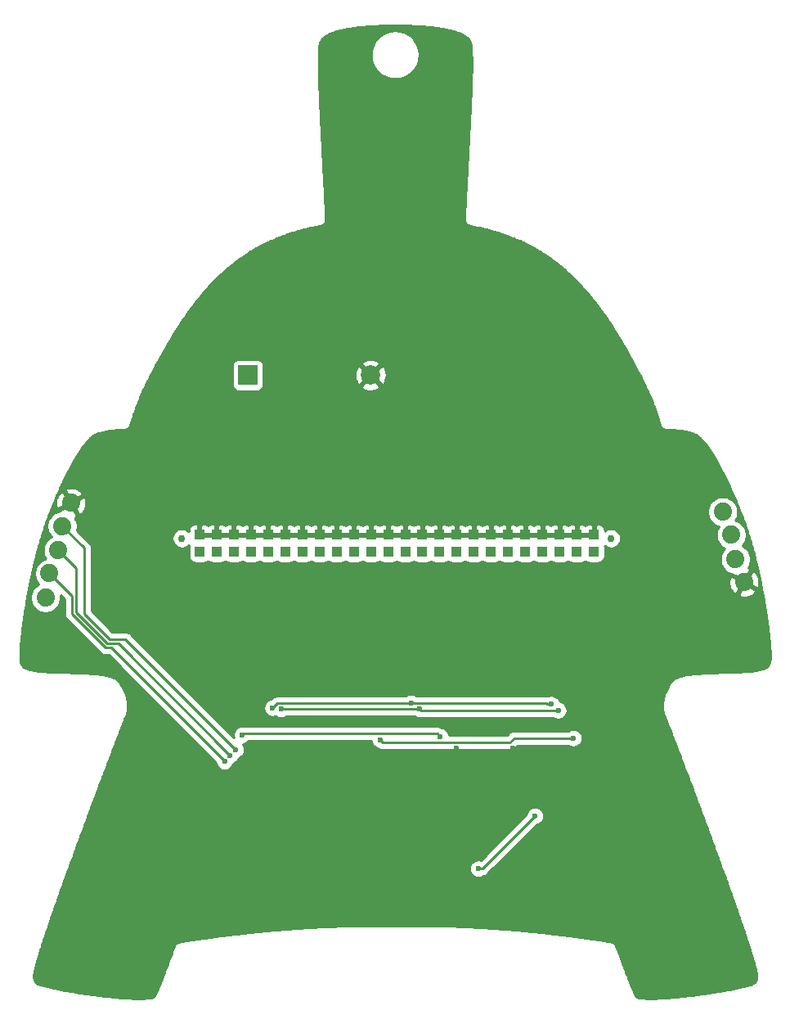
<source format=gbr>
G04 #@! TF.GenerationSoftware,KiCad,Pcbnew,5.1.2*
G04 #@! TF.CreationDate,2019-06-27T21:01:32-07:00*
G04 #@! TF.ProjectId,DC27-Cylon,44433237-2d43-4796-9c6f-6e2e6b696361,rev?*
G04 #@! TF.SameCoordinates,Original*
G04 #@! TF.FileFunction,Copper,L1,Top*
G04 #@! TF.FilePolarity,Positive*
%FSLAX46Y46*%
G04 Gerber Fmt 4.6, Leading zero omitted, Abs format (unit mm)*
G04 Created by KiCad (PCBNEW 5.1.2) date 2019-06-27 21:01:32*
%MOMM*%
%LPD*%
G04 APERTURE LIST*
%ADD10C,0.750000*%
%ADD11C,2.000000*%
%ADD12R,2.000000X2.000000*%
%ADD13R,0.998220X0.998220*%
%ADD14C,1.879600*%
%ADD15C,0.600000*%
%ADD16C,0.250000*%
%ADD17C,0.254000*%
G04 APERTURE END LIST*
D10*
X37338000Y-75692000D03*
X81788000Y-75692000D03*
D11*
X56896000Y-58801000D03*
D12*
X44196000Y-58801000D03*
D13*
X39185000Y-77076300D03*
X39185000Y-75323700D03*
X40960000Y-77076300D03*
X40960000Y-75323700D03*
X42735000Y-77076300D03*
X42735000Y-75323700D03*
X44510000Y-77076300D03*
X44510000Y-75323700D03*
X46285000Y-77076300D03*
X46285000Y-75323700D03*
X48060000Y-77076300D03*
X48060000Y-75323700D03*
X49835000Y-77076300D03*
X49835000Y-75323700D03*
X51610000Y-77076300D03*
X51610000Y-75323700D03*
X53385000Y-77076300D03*
X53385000Y-75323700D03*
X55160000Y-77076300D03*
X55160000Y-75323700D03*
X56935000Y-77076300D03*
X56935000Y-75323700D03*
X58710000Y-77076300D03*
X58710000Y-75323700D03*
X60485000Y-77076300D03*
X60485000Y-75323700D03*
X62260000Y-77076300D03*
X62260000Y-75323700D03*
X64035000Y-77076300D03*
X64035000Y-75323700D03*
X65810000Y-77076300D03*
X65810000Y-75323700D03*
X67585000Y-77076300D03*
X67585000Y-75323700D03*
X69360000Y-77076300D03*
X69360000Y-75323700D03*
X71135000Y-77076300D03*
X71135000Y-75323700D03*
X72910000Y-77076300D03*
X72910000Y-75323700D03*
X74685000Y-77076300D03*
X74685000Y-75323700D03*
X76460000Y-77076300D03*
X76460000Y-75323700D03*
X78235000Y-77076300D03*
X78235000Y-75323700D03*
X80010000Y-75323700D03*
X80010000Y-77076300D03*
D14*
X93349327Y-72930870D03*
X94252073Y-75318582D03*
X94664128Y-77837773D03*
X95566874Y-80225485D03*
X23236673Y-81820870D03*
X23648728Y-79301678D03*
X24551473Y-76913967D03*
X24963529Y-74394775D03*
X25866274Y-72007064D03*
D15*
X50990000Y-89250000D03*
X65180000Y-89290000D03*
X79950000Y-89220000D03*
X77290000Y-109810000D03*
X66294000Y-47752000D03*
X70612000Y-53086000D03*
X68834000Y-48768000D03*
X27178000Y-115570000D03*
X71628000Y-97409000D03*
X65786000Y-97409000D03*
X68707000Y-104648000D03*
X80010000Y-77076300D03*
X78235000Y-77076300D03*
X76460000Y-77076300D03*
X74685000Y-77076300D03*
X72910000Y-77076300D03*
X71135000Y-77076300D03*
X69360000Y-77076300D03*
X67585000Y-77076300D03*
X65810000Y-77076300D03*
X64035000Y-77076300D03*
X62260000Y-77076300D03*
X60485000Y-77076300D03*
X58710000Y-77076300D03*
X56935000Y-77076300D03*
X55160000Y-77076300D03*
X53385000Y-77076300D03*
X51610000Y-77076300D03*
X49835000Y-77076300D03*
X48060000Y-77076300D03*
X46285000Y-77076300D03*
X44510000Y-77076300D03*
X42735000Y-77076300D03*
X40960000Y-77076300D03*
X39185000Y-77076300D03*
X73914000Y-104394000D03*
X68045203Y-109844436D03*
X41784831Y-98726704D03*
X42360306Y-98101694D03*
X42926000Y-97536000D03*
X46736000Y-93218000D03*
X75616717Y-92846990D03*
X61087000Y-92719990D03*
X76327000Y-93472000D03*
X61976000Y-93345000D03*
X47625000Y-93345000D03*
X77900000Y-96340000D03*
X57870000Y-96505011D03*
X64120000Y-96180000D03*
X43630000Y-95990000D03*
D16*
X73914000Y-104394000D02*
X68463564Y-109844436D01*
X68463564Y-109844436D02*
X68045203Y-109844436D01*
X94628227Y-77837773D02*
X94664128Y-77837773D01*
X29472200Y-87006022D02*
X30064149Y-87006022D01*
X25965989Y-81618939D02*
X25965989Y-83499811D01*
X23648728Y-79301678D02*
X25965989Y-81618939D01*
X30064149Y-87006022D02*
X41484832Y-98426705D01*
X25965989Y-83499811D02*
X29472200Y-87006022D01*
X41484832Y-98426705D02*
X41784831Y-98726704D01*
X25491272Y-77853766D02*
X24551473Y-76913967D01*
X29658600Y-86556011D02*
X26416000Y-83313411D01*
X26416000Y-78778494D02*
X25491272Y-77853766D01*
X30814623Y-86556011D02*
X29658600Y-86556011D01*
X26416000Y-83313411D02*
X26416000Y-78778494D01*
X42360306Y-98101694D02*
X30814623Y-86556011D01*
X27227377Y-83488377D02*
X27227377Y-76658623D01*
X29845000Y-86106000D02*
X27227377Y-83488377D01*
X31496000Y-86106000D02*
X29845000Y-86106000D01*
X42926000Y-97536000D02*
X31496000Y-86106000D01*
X27227377Y-76658623D02*
X24963529Y-74394775D01*
X75065453Y-92719990D02*
X61511264Y-92719990D01*
X75192453Y-92846990D02*
X75065453Y-92719990D01*
X60662736Y-92719990D02*
X61087000Y-92719990D01*
X61511264Y-92719990D02*
X61087000Y-92719990D01*
X47234010Y-92719990D02*
X60662736Y-92719990D01*
X46736000Y-93218000D02*
X47234010Y-92719990D01*
X75616717Y-92846990D02*
X75192453Y-92846990D01*
X62103000Y-93472000D02*
X61976000Y-93345000D01*
X76327000Y-93472000D02*
X62103000Y-93472000D01*
X61976000Y-93345000D02*
X47625000Y-93345000D01*
X77900000Y-96340000D02*
X71771998Y-96340000D01*
X66107012Y-96805010D02*
X66086001Y-96783999D01*
X65464988Y-96805010D02*
X58169999Y-96805010D01*
X58169999Y-96805010D02*
X57870000Y-96505011D01*
X65485999Y-96783999D02*
X65464988Y-96805010D01*
X71306988Y-96805010D02*
X66107012Y-96805010D01*
X71771998Y-96340000D02*
X71306988Y-96805010D01*
X66086001Y-96783999D02*
X65485999Y-96783999D01*
X63820001Y-95880001D02*
X43739999Y-95880001D01*
X64120000Y-96180000D02*
X63820001Y-95880001D01*
X43739999Y-95880001D02*
X43630000Y-95990000D01*
D17*
G36*
X60357841Y-22636589D02*
G01*
X60357845Y-22636589D01*
X60531067Y-22640120D01*
X60703380Y-22645698D01*
X60703381Y-22645698D01*
X60942265Y-22653431D01*
X61093460Y-22660450D01*
X61093490Y-22660454D01*
X61128468Y-22662075D01*
X61160654Y-22663569D01*
X61160682Y-22663568D01*
X61324196Y-22671144D01*
X61513805Y-22679939D01*
X61689682Y-22688107D01*
X61839036Y-22697897D01*
X61839040Y-22697898D01*
X61869760Y-22699911D01*
X61906181Y-22702299D01*
X61906186Y-22702299D01*
X62028835Y-22710337D01*
X62028838Y-22710338D01*
X62218471Y-22722768D01*
X62218484Y-22722770D01*
X62281495Y-22726899D01*
X62285617Y-22727169D01*
X62285618Y-22727169D01*
X62432059Y-22736765D01*
X62578067Y-22750382D01*
X62578069Y-22750382D01*
X62597932Y-22752234D01*
X62645065Y-22756630D01*
X62645070Y-22756630D01*
X62791968Y-22770329D01*
X62956439Y-22785672D01*
X62956446Y-22785673D01*
X62973636Y-22787276D01*
X63023419Y-22791920D01*
X63023441Y-22791920D01*
X63165738Y-22805188D01*
X63307451Y-22823905D01*
X63307457Y-22823906D01*
X63329881Y-22826867D01*
X63374153Y-22832714D01*
X63374165Y-22832714D01*
X63523367Y-22852416D01*
X63750831Y-22882455D01*
X63750837Y-22882455D01*
X63889617Y-22900784D01*
X64093999Y-22937558D01*
X64094006Y-22937559D01*
X64222287Y-22960639D01*
X64402327Y-22993034D01*
X64402342Y-22993038D01*
X64437284Y-22999324D01*
X64468543Y-23004948D01*
X64468557Y-23004949D01*
X64605909Y-23029657D01*
X64781092Y-23070108D01*
X64992258Y-23118872D01*
X64992265Y-23118873D01*
X65111661Y-23146444D01*
X65111670Y-23146447D01*
X65139656Y-23152909D01*
X65177216Y-23161582D01*
X65177228Y-23161584D01*
X65314327Y-23193238D01*
X65532764Y-23254028D01*
X65532768Y-23254029D01*
X65683638Y-23296015D01*
X65815358Y-23340285D01*
X65815364Y-23340287D01*
X66004664Y-23403907D01*
X66144391Y-23462347D01*
X66163564Y-23470366D01*
X66201304Y-23486150D01*
X66338201Y-23543406D01*
X66445536Y-23601115D01*
X66445539Y-23601117D01*
X66612902Y-23691101D01*
X66739437Y-23775458D01*
X66851968Y-23864759D01*
X66946589Y-23954519D01*
X67025116Y-24044961D01*
X67097587Y-24147991D01*
X67157336Y-24256016D01*
X67207289Y-24374303D01*
X67246350Y-24500571D01*
X67262614Y-24585247D01*
X67262614Y-24585251D01*
X67291531Y-24735809D01*
X67297634Y-24813013D01*
X67297634Y-24813016D01*
X67298784Y-24827556D01*
X67302917Y-24879836D01*
X67310786Y-24979377D01*
X67322472Y-25127216D01*
X67327705Y-25302312D01*
X67332367Y-25458600D01*
X67332366Y-25458612D01*
X67333206Y-25486748D01*
X67334373Y-25525856D01*
X67334374Y-25525865D01*
X67338067Y-25649530D01*
X67338066Y-25649543D01*
X67338971Y-25679798D01*
X67340075Y-25716780D01*
X67340076Y-25716791D01*
X67344567Y-25866996D01*
X67346432Y-26055259D01*
X67348166Y-26230624D01*
X67348166Y-26230629D01*
X67350832Y-26499979D01*
X67350833Y-26499987D01*
X67352424Y-26660505D01*
X67350434Y-26821127D01*
X67350434Y-26821130D01*
X67350374Y-26825996D01*
X67349601Y-26888402D01*
X67349602Y-26888416D01*
X67347934Y-27023366D01*
X67345228Y-27242118D01*
X67342580Y-27455808D01*
X67338136Y-27618840D01*
X67338134Y-27618858D01*
X67337267Y-27650739D01*
X67336303Y-27686093D01*
X67336304Y-27686110D01*
X67332559Y-27823752D01*
X67326255Y-28055253D01*
X67320802Y-28255231D01*
X67314827Y-28420560D01*
X67314824Y-28420580D01*
X67314106Y-28440495D01*
X67312397Y-28487785D01*
X67312399Y-28487811D01*
X67306397Y-28654170D01*
X67298997Y-28859091D01*
X67291781Y-29058698D01*
X67284858Y-29224900D01*
X67284855Y-29224923D01*
X67283737Y-29251820D01*
X67282059Y-29292107D01*
X67282060Y-29292133D01*
X67275323Y-29454173D01*
X67266850Y-29657788D01*
X67258307Y-29862818D01*
X67250774Y-30029917D01*
X67250770Y-30029947D01*
X67249346Y-30061591D01*
X67247745Y-30097116D01*
X67247746Y-30097143D01*
X67239640Y-30277304D01*
X67231092Y-30467107D01*
X67221994Y-30668876D01*
X67212549Y-30869266D01*
X67202493Y-31080773D01*
X67194932Y-31239670D01*
X67194910Y-31239817D01*
X67193348Y-31272938D01*
X67191740Y-31306737D01*
X67191748Y-31306889D01*
X67183865Y-31474084D01*
X67175576Y-31641072D01*
X67175573Y-31641091D01*
X67173330Y-31686309D01*
X67172240Y-31708275D01*
X67172240Y-31708284D01*
X67165563Y-31842910D01*
X67165563Y-31842913D01*
X67154389Y-32068232D01*
X67143973Y-32277987D01*
X67135503Y-32447203D01*
X67135498Y-32447236D01*
X67133818Y-32480863D01*
X67132140Y-32514385D01*
X67132141Y-32514413D01*
X67124525Y-32666838D01*
X67115321Y-32850886D01*
X67115319Y-32850897D01*
X67114114Y-32875008D01*
X67111960Y-32918082D01*
X67111961Y-32918094D01*
X67103586Y-33085659D01*
X67094956Y-33253087D01*
X67094956Y-33253089D01*
X67083592Y-33473543D01*
X67074119Y-33657159D01*
X67074117Y-33657171D01*
X67073229Y-33674395D01*
X67070652Y-33724352D01*
X67070653Y-33724363D01*
X67062029Y-33891613D01*
X67053244Y-34060279D01*
X67053243Y-34060284D01*
X67040951Y-34296251D01*
X67032187Y-34464347D01*
X67032184Y-34464365D01*
X67029589Y-34514170D01*
X67028683Y-34531545D01*
X67028683Y-34531551D01*
X67019970Y-34698776D01*
X67009291Y-34901546D01*
X67000465Y-35068957D01*
X67000460Y-35068990D01*
X66999143Y-35094028D01*
X66996924Y-35136122D01*
X66996926Y-35136158D01*
X66988546Y-35295399D01*
X66977500Y-35505071D01*
X66966541Y-35711014D01*
X66957812Y-35874881D01*
X66957808Y-35874910D01*
X66956453Y-35900403D01*
X66954235Y-35942041D01*
X66954237Y-35942080D01*
X66945077Y-36114362D01*
X66934594Y-36311283D01*
X66924113Y-36506672D01*
X66914721Y-36681734D01*
X66914718Y-36681756D01*
X66912667Y-36720025D01*
X66911117Y-36748919D01*
X66911118Y-36748930D01*
X66901827Y-36922271D01*
X66893055Y-37085726D01*
X66893031Y-37085884D01*
X66891194Y-37120414D01*
X66889457Y-37152773D01*
X66889464Y-37152922D01*
X66882311Y-37287336D01*
X66871570Y-37489179D01*
X66871568Y-37489191D01*
X66870242Y-37514132D01*
X66867995Y-37556356D01*
X66867996Y-37556377D01*
X66858837Y-37728642D01*
X66848252Y-37927489D01*
X66840070Y-38079991D01*
X66840065Y-38080026D01*
X66838502Y-38109220D01*
X66836467Y-38147158D01*
X66836468Y-38147188D01*
X66828408Y-38297705D01*
X66819887Y-38456678D01*
X66819885Y-38456691D01*
X66818344Y-38485469D01*
X66816286Y-38523861D01*
X66816287Y-38523875D01*
X66809807Y-38644850D01*
X66809786Y-38644989D01*
X66808051Y-38677640D01*
X66806216Y-38711900D01*
X66806223Y-38712048D01*
X66799785Y-38833192D01*
X66799783Y-38833206D01*
X66798261Y-38861869D01*
X66796215Y-38900377D01*
X66796216Y-38900392D01*
X66786789Y-39077949D01*
X66778301Y-39237810D01*
X66769776Y-39398186D01*
X66769774Y-39398199D01*
X66768883Y-39414976D01*
X66766205Y-39465364D01*
X66766206Y-39465384D01*
X66759773Y-39586509D01*
X66759771Y-39586522D01*
X66758222Y-39615714D01*
X66756205Y-39653692D01*
X66756206Y-39653708D01*
X66746798Y-39831002D01*
X66738278Y-39991565D01*
X66729746Y-40152168D01*
X66729690Y-40152535D01*
X66727958Y-40185807D01*
X66726195Y-40218999D01*
X66726212Y-40219369D01*
X66719889Y-40340862D01*
X66719884Y-40340894D01*
X66718100Y-40375235D01*
X66716393Y-40408033D01*
X66716394Y-40408061D01*
X66708663Y-40556874D01*
X66698001Y-40761907D01*
X66690463Y-40906694D01*
X66690379Y-40907255D01*
X66688696Y-40940626D01*
X66686993Y-40973340D01*
X66687019Y-40973896D01*
X66679174Y-41129475D01*
X66670579Y-41298459D01*
X66661705Y-41472786D01*
X66661680Y-41472950D01*
X66659926Y-41507728D01*
X66658291Y-41539839D01*
X66658298Y-41539992D01*
X66652116Y-41662556D01*
X66651931Y-41663823D01*
X66650420Y-41696170D01*
X66648790Y-41728488D01*
X66648851Y-41729766D01*
X66643130Y-41852253D01*
X66643126Y-41852282D01*
X66641547Y-41886149D01*
X66639992Y-41919444D01*
X66639993Y-41919471D01*
X66632898Y-42071661D01*
X66623964Y-42263089D01*
X66615986Y-42433836D01*
X66614415Y-42449786D01*
X66614415Y-42467457D01*
X66613592Y-42485070D01*
X66614415Y-42501041D01*
X66614415Y-42638546D01*
X66611133Y-42668910D01*
X66614415Y-42705823D01*
X66614415Y-42709093D01*
X66617404Y-42739440D01*
X66623083Y-42803312D01*
X66624005Y-42806458D01*
X66624327Y-42809729D01*
X66642970Y-42871188D01*
X66661023Y-42932802D01*
X66662544Y-42935714D01*
X66663496Y-42938852D01*
X66693777Y-42995504D01*
X66723498Y-43052400D01*
X66725553Y-43054953D01*
X66727103Y-43057853D01*
X66767830Y-43107478D01*
X66808103Y-43157514D01*
X66810626Y-43159625D01*
X66812704Y-43162157D01*
X66862325Y-43202881D01*
X66911591Y-43244101D01*
X66914467Y-43245673D01*
X66917008Y-43247759D01*
X66973723Y-43278074D01*
X67029982Y-43308835D01*
X67033110Y-43309816D01*
X67036009Y-43311366D01*
X67097494Y-43330017D01*
X67126468Y-43339108D01*
X67129658Y-43339774D01*
X67165132Y-43350535D01*
X67195536Y-43353530D01*
X67305369Y-43376463D01*
X67473974Y-43411671D01*
X67656059Y-43449698D01*
X67861970Y-43495155D01*
X67861975Y-43495156D01*
X67973529Y-43519782D01*
X67973533Y-43519783D01*
X67993596Y-43524211D01*
X68039228Y-43534285D01*
X68039238Y-43534286D01*
X68192509Y-43568118D01*
X68352365Y-43603411D01*
X68498365Y-43639317D01*
X68727710Y-43695721D01*
X68839213Y-43723144D01*
X68839220Y-43723146D01*
X68861412Y-43728603D01*
X68904545Y-43739211D01*
X68904559Y-43739213D01*
X69038188Y-43772073D01*
X69192607Y-43814667D01*
X69346218Y-43857040D01*
X69346224Y-43857042D01*
X69373377Y-43864531D01*
X69411078Y-43874931D01*
X69411086Y-43874932D01*
X69585955Y-43923165D01*
X69585960Y-43923166D01*
X69718014Y-43959589D01*
X69898098Y-44015266D01*
X70086431Y-44073498D01*
X70086440Y-44073500D01*
X70259601Y-44127039D01*
X70259611Y-44127041D01*
X70389056Y-44167063D01*
X70546783Y-44221891D01*
X70688337Y-44271100D01*
X70688350Y-44271106D01*
X70723768Y-44283417D01*
X70751892Y-44293194D01*
X70751903Y-44293197D01*
X70890583Y-44341401D01*
X71050465Y-44396981D01*
X71205789Y-44457373D01*
X71345768Y-44511800D01*
X71345772Y-44511802D01*
X71554073Y-44592793D01*
X71702690Y-44650581D01*
X71825666Y-44704018D01*
X71992088Y-44776334D01*
X71992092Y-44776336D01*
X72008312Y-44783384D01*
X72053794Y-44803147D01*
X72053807Y-44803151D01*
X72193125Y-44863685D01*
X72343154Y-44928874D01*
X72493336Y-45001129D01*
X72627711Y-45065786D01*
X72627722Y-45065793D01*
X72653339Y-45078118D01*
X72688333Y-45094956D01*
X72688350Y-45094962D01*
X72811573Y-45154247D01*
X72972890Y-45231868D01*
X73101040Y-45299635D01*
X73101041Y-45299636D01*
X73108942Y-45303814D01*
X73160524Y-45331091D01*
X73160527Y-45331092D01*
X73320080Y-45415464D01*
X73482033Y-45501105D01*
X73627980Y-45578285D01*
X73812189Y-45684743D01*
X73812199Y-45684748D01*
X73920454Y-45747308D01*
X73920457Y-45747310D01*
X74086814Y-45843445D01*
X74086819Y-45843449D01*
X74270638Y-45949677D01*
X74393064Y-46026884D01*
X74393067Y-46026887D01*
X74612359Y-46165182D01*
X74612363Y-46165184D01*
X74754439Y-46254784D01*
X74897004Y-46344693D01*
X75061927Y-46457778D01*
X75174770Y-46535154D01*
X75174778Y-46535161D01*
X75388461Y-46681683D01*
X75388467Y-46681687D01*
X75508078Y-46763703D01*
X75627841Y-46852617D01*
X75779248Y-46965026D01*
X75779250Y-46965028D01*
X75795051Y-46976759D01*
X75833273Y-47005136D01*
X75833277Y-47005139D01*
X75945801Y-47088678D01*
X76104198Y-47206277D01*
X76217424Y-47297162D01*
X76390544Y-47436124D01*
X76516927Y-47537572D01*
X76516931Y-47537576D01*
X76683002Y-47670881D01*
X76793348Y-47766224D01*
X76793350Y-47766226D01*
X76938813Y-47891912D01*
X76938816Y-47891915D01*
X77121742Y-48049969D01*
X77245497Y-48156898D01*
X77401956Y-48302146D01*
X77539535Y-48429868D01*
X77683570Y-48563584D01*
X77791220Y-48663521D01*
X77942788Y-48814263D01*
X77942794Y-48814268D01*
X78079107Y-48949838D01*
X78079111Y-48949841D01*
X78167586Y-49037833D01*
X78167587Y-49037834D01*
X78319561Y-49188978D01*
X78439659Y-49316443D01*
X78552124Y-49435807D01*
X78552128Y-49435812D01*
X78683754Y-49575510D01*
X78683755Y-49575512D01*
X78830945Y-49731729D01*
X78928687Y-49842200D01*
X78928688Y-49842202D01*
X79056076Y-49986180D01*
X79056078Y-49986182D01*
X79056986Y-49987208D01*
X79100665Y-50036575D01*
X79100670Y-50036580D01*
X79183346Y-50130020D01*
X79183347Y-50130021D01*
X79326170Y-50291443D01*
X79421140Y-50405275D01*
X79421145Y-50405282D01*
X79544277Y-50552870D01*
X79544278Y-50552871D01*
X79667297Y-50700323D01*
X79805478Y-50865950D01*
X79938826Y-51035353D01*
X79938832Y-51035360D01*
X80041535Y-51165827D01*
X80134639Y-51284104D01*
X80134642Y-51284109D01*
X80268447Y-51454090D01*
X80393721Y-51622049D01*
X80472480Y-51727646D01*
X80472481Y-51727647D01*
X80598378Y-51896442D01*
X80716852Y-52055287D01*
X80841946Y-52231953D01*
X80914133Y-52333901D01*
X80914135Y-52333905D01*
X80918274Y-52339750D01*
X80953017Y-52388817D01*
X80953020Y-52388821D01*
X81024935Y-52490382D01*
X81024937Y-52490386D01*
X81150510Y-52667727D01*
X81240884Y-52801767D01*
X81240885Y-52801769D01*
X81354659Y-52970516D01*
X81468328Y-53139108D01*
X81468333Y-53139117D01*
X81596824Y-53329690D01*
X81685116Y-53466505D01*
X81832083Y-53694242D01*
X81832090Y-53694250D01*
X81909040Y-53813489D01*
X81911710Y-53818478D01*
X81927291Y-53841770D01*
X81942465Y-53865283D01*
X81945979Y-53869707D01*
X82035280Y-54003203D01*
X82119013Y-54137654D01*
X82119014Y-54137656D01*
X82235345Y-54324451D01*
X82369704Y-54540197D01*
X82369707Y-54540201D01*
X82456579Y-54679693D01*
X82541341Y-54820450D01*
X82541343Y-54820454D01*
X82646292Y-54994730D01*
X82646296Y-54994739D01*
X82772250Y-55203892D01*
X82870891Y-55367696D01*
X82985779Y-55564288D01*
X83056896Y-55685984D01*
X83056899Y-55685991D01*
X83193478Y-55919699D01*
X83276691Y-56062090D01*
X83357955Y-56205488D01*
X83357959Y-56205497D01*
X83481052Y-56422700D01*
X83558409Y-56559202D01*
X83673015Y-56761436D01*
X83752800Y-56906334D01*
X83752803Y-56906340D01*
X83851053Y-57084766D01*
X83851055Y-57084771D01*
X83949215Y-57263032D01*
X83949218Y-57263038D01*
X84061242Y-57466471D01*
X84138868Y-57612077D01*
X84138872Y-57612086D01*
X84147221Y-57627745D01*
X84170522Y-57671451D01*
X84170527Y-57671458D01*
X84234678Y-57791781D01*
X84234679Y-57791784D01*
X84330400Y-57971322D01*
X84330400Y-57971323D01*
X84439628Y-58176198D01*
X84527924Y-58347444D01*
X84608366Y-58503474D01*
X84608369Y-58503482D01*
X84618626Y-58523375D01*
X84639198Y-58563278D01*
X84639204Y-58563288D01*
X84705775Y-58692402D01*
X84807623Y-58889949D01*
X84880780Y-59037294D01*
X84880782Y-59037300D01*
X84889758Y-59055377D01*
X84910700Y-59097557D01*
X84910706Y-59097567D01*
X84982537Y-59242233D01*
X85061886Y-59402053D01*
X85061888Y-59402059D01*
X85071355Y-59421126D01*
X85091808Y-59462321D01*
X85091812Y-59462327D01*
X85164554Y-59608834D01*
X85234652Y-59756546D01*
X85234654Y-59756553D01*
X85245755Y-59779944D01*
X85262284Y-59814773D01*
X85321952Y-59940503D01*
X85321954Y-59940509D01*
X85431367Y-60171059D01*
X85507553Y-60331597D01*
X85573983Y-60479716D01*
X85573990Y-60479737D01*
X85587900Y-60510748D01*
X85601517Y-60541109D01*
X85601522Y-60541117D01*
X85671686Y-60697544D01*
X85763320Y-60901849D01*
X85833478Y-61058277D01*
X85894480Y-61205710D01*
X85894486Y-61205729D01*
X85904406Y-61229700D01*
X85920204Y-61267880D01*
X85920211Y-61267893D01*
X85972327Y-61393831D01*
X86074146Y-61639877D01*
X86135463Y-61788053D01*
X86188047Y-61930795D01*
X86238368Y-62067412D01*
X86238370Y-62067420D01*
X86244575Y-62084264D01*
X86261624Y-62130550D01*
X86261628Y-62130558D01*
X86309191Y-62259677D01*
X86365982Y-62413860D01*
X86407579Y-62536737D01*
X86407580Y-62536740D01*
X86417940Y-62567343D01*
X86427323Y-62595057D01*
X86462979Y-62700381D01*
X86462980Y-62700385D01*
X86518330Y-62863881D01*
X86581257Y-63049761D01*
X86629277Y-63206240D01*
X86669632Y-63337742D01*
X86669633Y-63337749D01*
X86675948Y-63358325D01*
X86689369Y-63402060D01*
X86689375Y-63402074D01*
X86729422Y-63532559D01*
X86777935Y-63690648D01*
X86802832Y-63780044D01*
X86802832Y-63780046D01*
X86846653Y-63937398D01*
X86862196Y-63997064D01*
X86879450Y-64032675D01*
X86893754Y-64069578D01*
X86908799Y-64093251D01*
X86921030Y-64118496D01*
X86944901Y-64150058D01*
X86966128Y-64183459D01*
X86985507Y-64203747D01*
X87002424Y-64226115D01*
X87031989Y-64252410D01*
X87059329Y-64281033D01*
X87082290Y-64297148D01*
X87103248Y-64315788D01*
X87137386Y-64335816D01*
X87169775Y-64358548D01*
X87195435Y-64369872D01*
X87219631Y-64384068D01*
X87257012Y-64397048D01*
X87293220Y-64413028D01*
X87320605Y-64419131D01*
X87347098Y-64428330D01*
X87386291Y-64433768D01*
X87424923Y-64442377D01*
X87486611Y-64443791D01*
X87618488Y-64449029D01*
X87618516Y-64449033D01*
X87657292Y-64450570D01*
X87685707Y-64451699D01*
X87685728Y-64451698D01*
X87821400Y-64457077D01*
X87990401Y-64463783D01*
X88158955Y-64470480D01*
X88290386Y-64478440D01*
X88290419Y-64478445D01*
X88319634Y-64480211D01*
X88357510Y-64482505D01*
X88357553Y-64482503D01*
X88483631Y-64490125D01*
X88675489Y-64508741D01*
X88675492Y-64508741D01*
X88799611Y-64520784D01*
X88949045Y-64541130D01*
X89119389Y-64564333D01*
X89277445Y-64592209D01*
X89426099Y-64618436D01*
X89576617Y-64651860D01*
X89741544Y-64688492D01*
X89919117Y-64736988D01*
X89919120Y-64736988D01*
X90025677Y-64766089D01*
X90145444Y-64807531D01*
X90145447Y-64807533D01*
X90320706Y-64868176D01*
X90460832Y-64931537D01*
X90554650Y-64973959D01*
X90648672Y-65028118D01*
X90748959Y-65096326D01*
X90850388Y-65179855D01*
X90850390Y-65179857D01*
X91004083Y-65306428D01*
X91083188Y-65384592D01*
X91216002Y-65515828D01*
X91326317Y-65640388D01*
X91446260Y-65775823D01*
X91557460Y-65914608D01*
X91649792Y-66029848D01*
X91735359Y-66145803D01*
X91859598Y-66314166D01*
X91964307Y-66470686D01*
X92074761Y-66635798D01*
X92074767Y-66635806D01*
X92139966Y-66733265D01*
X92139968Y-66733268D01*
X92252613Y-66901653D01*
X92340164Y-67046179D01*
X92450772Y-67228772D01*
X92514664Y-67334248D01*
X92514666Y-67334253D01*
X92621771Y-67511065D01*
X92689968Y-67632788D01*
X92689969Y-67632791D01*
X92780461Y-67794314D01*
X92780464Y-67794320D01*
X92799048Y-67827491D01*
X92813350Y-67853018D01*
X92813353Y-67853022D01*
X92883615Y-67978430D01*
X92973301Y-68138521D01*
X93039598Y-68264330D01*
X93039603Y-68264342D01*
X93150038Y-68473897D01*
X93237130Y-68639164D01*
X93310333Y-68778077D01*
X93374683Y-68906784D01*
X93374685Y-68906788D01*
X93457521Y-69072466D01*
X93457523Y-69072471D01*
X93458348Y-69074120D01*
X93487609Y-69132644D01*
X93487617Y-69132656D01*
X93551028Y-69259474D01*
X93635218Y-69427863D01*
X93716340Y-69597677D01*
X93779535Y-69729977D01*
X93779538Y-69729985D01*
X93793899Y-69760048D01*
X93808537Y-69790693D01*
X93808541Y-69790700D01*
X93874977Y-69929775D01*
X93952908Y-70092994D01*
X94027121Y-70255191D01*
X94092285Y-70397684D01*
X94092323Y-70397796D01*
X94106002Y-70427680D01*
X94120221Y-70458773D01*
X94120280Y-70458874D01*
X94170221Y-70567982D01*
X94259256Y-70762503D01*
X94317833Y-70897352D01*
X94317868Y-70897459D01*
X94331433Y-70928659D01*
X94344602Y-70958975D01*
X94344653Y-70959067D01*
X94404236Y-71096111D01*
X94482999Y-71277346D01*
X94552850Y-71438091D01*
X94609156Y-71574418D01*
X94609190Y-71574532D01*
X94622232Y-71606079D01*
X94634800Y-71636508D01*
X94634854Y-71636609D01*
X94693004Y-71777265D01*
X94761478Y-71942969D01*
X94834687Y-72120157D01*
X94898910Y-72282943D01*
X94971419Y-72466795D01*
X95026814Y-72607335D01*
X95026856Y-72607481D01*
X95039329Y-72639084D01*
X95051437Y-72669803D01*
X95051504Y-72669934D01*
X95106139Y-72808368D01*
X95168565Y-72973714D01*
X95224964Y-73123145D01*
X95224990Y-73123240D01*
X95235184Y-73150223D01*
X95248688Y-73186001D01*
X95248737Y-73186101D01*
X95302350Y-73328016D01*
X95367890Y-73501551D01*
X95429435Y-73670721D01*
X95483272Y-73818742D01*
X95483297Y-73818838D01*
X95493740Y-73847523D01*
X95506238Y-73881884D01*
X95506283Y-73881977D01*
X95559291Y-74027585D01*
X95620884Y-74196827D01*
X95681413Y-74373405D01*
X95739996Y-74544357D01*
X95740018Y-74544448D01*
X95750816Y-74575928D01*
X95761781Y-74607926D01*
X95761820Y-74608012D01*
X95819355Y-74775754D01*
X95880242Y-74953312D01*
X95928802Y-75107349D01*
X95928831Y-75107486D01*
X95938654Y-75138600D01*
X95948990Y-75171387D01*
X95949048Y-75171523D01*
X96000419Y-75334239D01*
X96058775Y-75519211D01*
X96120682Y-75715510D01*
X96169671Y-75882775D01*
X96223756Y-76067449D01*
X96223774Y-76067542D01*
X96234318Y-76103513D01*
X96242649Y-76131958D01*
X96242677Y-76132028D01*
X96290405Y-76294845D01*
X96345868Y-76484142D01*
X96388807Y-76641826D01*
X96388808Y-76641834D01*
X96396270Y-76669233D01*
X96406487Y-76706753D01*
X96406489Y-76706758D01*
X96442427Y-76838723D01*
X96442442Y-76838810D01*
X96452103Y-76874254D01*
X96460091Y-76903584D01*
X96460116Y-76903650D01*
X96503539Y-77062952D01*
X96556803Y-77258479D01*
X96597171Y-77417466D01*
X96597173Y-77417479D01*
X96600870Y-77432035D01*
X96613727Y-77482671D01*
X96613734Y-77482689D01*
X96655143Y-77645744D01*
X96697462Y-77812567D01*
X96697478Y-77812672D01*
X96705872Y-77845720D01*
X96713984Y-77877696D01*
X96714019Y-77877793D01*
X96754588Y-78037512D01*
X96792701Y-78197694D01*
X96792704Y-78197718D01*
X96798783Y-78223259D01*
X96808271Y-78263134D01*
X96808281Y-78263162D01*
X96839921Y-78396095D01*
X96839930Y-78396164D01*
X96847195Y-78426659D01*
X96855486Y-78461492D01*
X96855509Y-78461557D01*
X96894154Y-78623778D01*
X96940833Y-78819889D01*
X96983720Y-79012684D01*
X97020789Y-79179624D01*
X97020796Y-79179682D01*
X97027163Y-79208331D01*
X97035360Y-79245245D01*
X97035383Y-79245316D01*
X97071447Y-79407583D01*
X97115384Y-79605468D01*
X97149110Y-79767460D01*
X97149114Y-79767500D01*
X97154540Y-79793545D01*
X97162817Y-79833299D01*
X97162830Y-79833340D01*
X97197321Y-79998906D01*
X97232199Y-80166582D01*
X97232209Y-80166671D01*
X97238831Y-80198464D01*
X97245887Y-80232384D01*
X97245911Y-80232462D01*
X97279605Y-80394241D01*
X97311003Y-80556220D01*
X97311008Y-80556270D01*
X97317565Y-80590069D01*
X97323800Y-80622237D01*
X97323814Y-80622282D01*
X97349820Y-80756345D01*
X97349825Y-80756399D01*
X97355125Y-80783693D01*
X97362623Y-80822345D01*
X97362641Y-80822406D01*
X97395084Y-80989498D01*
X97432861Y-81184313D01*
X97462318Y-81347380D01*
X97462323Y-81347437D01*
X97467775Y-81377588D01*
X97474271Y-81413546D01*
X97474287Y-81413601D01*
X97504665Y-81581606D01*
X97534808Y-81748619D01*
X97534814Y-81748696D01*
X97540391Y-81779556D01*
X97546747Y-81814771D01*
X97546768Y-81814843D01*
X97576211Y-81977776D01*
X97603535Y-82140997D01*
X97603540Y-82141067D01*
X97609414Y-82176115D01*
X97614636Y-82207308D01*
X97614652Y-82207368D01*
X97637248Y-82342187D01*
X97637252Y-82342242D01*
X97643171Y-82377524D01*
X97648364Y-82408509D01*
X97648375Y-82408551D01*
X97676718Y-82577509D01*
X97709359Y-82772418D01*
X97734565Y-82935874D01*
X97734569Y-82935947D01*
X97739636Y-82968761D01*
X97744810Y-83002311D01*
X97744828Y-83002381D01*
X97770613Y-83169358D01*
X97796655Y-83338384D01*
X97796658Y-83338446D01*
X97801538Y-83370083D01*
X97806891Y-83404825D01*
X97806908Y-83404891D01*
X97832096Y-83568176D01*
X97855192Y-83732176D01*
X97855195Y-83732256D01*
X97859617Y-83763603D01*
X97864564Y-83798729D01*
X97864584Y-83798810D01*
X97883701Y-83934331D01*
X97883703Y-83934370D01*
X97887663Y-83962414D01*
X97893095Y-84000920D01*
X97893106Y-84000964D01*
X97916986Y-84170096D01*
X97944639Y-84366390D01*
X97969266Y-84559936D01*
X97991204Y-84732662D01*
X97991205Y-84732705D01*
X97995727Y-84768276D01*
X97999678Y-84799384D01*
X97999686Y-84799418D01*
X98016911Y-84934923D01*
X98016913Y-84934977D01*
X98020984Y-84966961D01*
X98025391Y-85001627D01*
X98025403Y-85001681D01*
X98046266Y-85165589D01*
X98064861Y-85329597D01*
X98064862Y-85329691D01*
X98068342Y-85360304D01*
X98072430Y-85396361D01*
X98072451Y-85396460D01*
X98091572Y-85564682D01*
X98110750Y-85733993D01*
X98110751Y-85734041D01*
X98114442Y-85766581D01*
X98118319Y-85800811D01*
X98118329Y-85800859D01*
X98136887Y-85964477D01*
X98152623Y-86123549D01*
X98166291Y-86261967D01*
X98166291Y-86262001D01*
X98169593Y-86295407D01*
X98172901Y-86328908D01*
X98172907Y-86328936D01*
X98186187Y-86463303D01*
X98201848Y-86622519D01*
X98213542Y-86781165D01*
X98223559Y-86917313D01*
X98223558Y-86917340D01*
X98225584Y-86944844D01*
X98228495Y-86984406D01*
X98228499Y-86984427D01*
X98235961Y-87085753D01*
X98235960Y-87085785D01*
X98238469Y-87119810D01*
X98240901Y-87152834D01*
X98240906Y-87152861D01*
X98249578Y-87270483D01*
X98253505Y-87435873D01*
X98256375Y-87556937D01*
X98256374Y-87556946D01*
X98257221Y-87592654D01*
X98257969Y-87624205D01*
X98257970Y-87624212D01*
X98260374Y-87725558D01*
X98260374Y-87725562D01*
X98260502Y-87730945D01*
X98261970Y-87792815D01*
X98261972Y-87792831D01*
X98264580Y-87902616D01*
X98255154Y-88094386D01*
X98249321Y-88213044D01*
X98236937Y-88301471D01*
X98236885Y-88301686D01*
X98232253Y-88334913D01*
X98227634Y-88367895D01*
X98227625Y-88368114D01*
X98215982Y-88451638D01*
X98187709Y-88565725D01*
X98155901Y-88652249D01*
X98122195Y-88717477D01*
X98081977Y-88775947D01*
X98017934Y-88849920D01*
X97947274Y-88917788D01*
X97871921Y-88976919D01*
X97796543Y-89025118D01*
X97726227Y-89058307D01*
X97726219Y-89058310D01*
X97708077Y-89066874D01*
X97665381Y-89087027D01*
X97665373Y-89087032D01*
X97595981Y-89119788D01*
X97503764Y-89149349D01*
X97503743Y-89149353D01*
X97476987Y-89157932D01*
X97439708Y-89169882D01*
X97439682Y-89169893D01*
X97328080Y-89205677D01*
X97181948Y-89241255D01*
X97027709Y-89278804D01*
X96867534Y-89309682D01*
X96718695Y-89338373D01*
X96605069Y-89354623D01*
X96605068Y-89354623D01*
X96422126Y-89380786D01*
X96219309Y-89401479D01*
X96219308Y-89401479D01*
X96082335Y-89415454D01*
X95887386Y-89428052D01*
X95887377Y-89428053D01*
X95780144Y-89434984D01*
X95780119Y-89434983D01*
X95737203Y-89437759D01*
X95713004Y-89439323D01*
X95712990Y-89439325D01*
X95567830Y-89448715D01*
X95406903Y-89459120D01*
X95248807Y-89465371D01*
X95099814Y-89471253D01*
X95099797Y-89471252D01*
X95051317Y-89473167D01*
X95032582Y-89473907D01*
X95032575Y-89473908D01*
X94925130Y-89478153D01*
X94925113Y-89478152D01*
X94889738Y-89479551D01*
X94857907Y-89480809D01*
X94857891Y-89480811D01*
X94719055Y-89486303D01*
X94524266Y-89492886D01*
X94363709Y-89498302D01*
X94363697Y-89498301D01*
X94328755Y-89499481D01*
X94296464Y-89500570D01*
X94296453Y-89500571D01*
X94168205Y-89504902D01*
X94168194Y-89504901D01*
X94139715Y-89505864D01*
X94100968Y-89507172D01*
X94100953Y-89507174D01*
X93972432Y-89511519D01*
X93971898Y-89511485D01*
X93938911Y-89512652D01*
X93905713Y-89513774D01*
X93905179Y-89513845D01*
X93743037Y-89519580D01*
X93581399Y-89525286D01*
X93581393Y-89525286D01*
X93563773Y-89525909D01*
X93514164Y-89527660D01*
X93514148Y-89527662D01*
X93386119Y-89532186D01*
X93386101Y-89532185D01*
X93349926Y-89533465D01*
X93318881Y-89534562D01*
X93318866Y-89534564D01*
X93190217Y-89539116D01*
X93189353Y-89539064D01*
X93156619Y-89540305D01*
X93123834Y-89541465D01*
X93122975Y-89541580D01*
X92963839Y-89547613D01*
X92798650Y-89553865D01*
X92798639Y-89553864D01*
X92766171Y-89555094D01*
X92731418Y-89556409D01*
X92731406Y-89556411D01*
X92603262Y-89561264D01*
X92603240Y-89561263D01*
X92559977Y-89562904D01*
X92536028Y-89563811D01*
X92536016Y-89563813D01*
X92406013Y-89568743D01*
X92403902Y-89568629D01*
X92372314Y-89570022D01*
X92340874Y-89571214D01*
X92338789Y-89571499D01*
X92171206Y-89578887D01*
X92013423Y-89585830D01*
X92013402Y-89585829D01*
X91964062Y-89588002D01*
X91946202Y-89588788D01*
X91946195Y-89588789D01*
X91818121Y-89594430D01*
X91818104Y-89594429D01*
X91788823Y-89595720D01*
X91750913Y-89597390D01*
X91750891Y-89597393D01*
X91618846Y-89603216D01*
X91614599Y-89603039D01*
X91585216Y-89604699D01*
X91555861Y-89605994D01*
X91551660Y-89606596D01*
X91419409Y-89614069D01*
X91419405Y-89614069D01*
X91223838Y-89625121D01*
X91223825Y-89625120D01*
X91197497Y-89626609D01*
X91156675Y-89628916D01*
X91156654Y-89628919D01*
X91018116Y-89636755D01*
X90822172Y-89647832D01*
X90810989Y-89647730D01*
X90788625Y-89649728D01*
X90766175Y-89650997D01*
X90755108Y-89652722D01*
X90616206Y-89665131D01*
X90616188Y-89665131D01*
X90575853Y-89668736D01*
X90549192Y-89671118D01*
X90549180Y-89671120D01*
X90415755Y-89683046D01*
X90159115Y-89705980D01*
X90159110Y-89705981D01*
X90010778Y-89719237D01*
X89990072Y-89720303D01*
X89977284Y-89722231D01*
X89964411Y-89723381D01*
X89944048Y-89727240D01*
X89781491Y-89751743D01*
X89781488Y-89751743D01*
X89549316Y-89786739D01*
X89525644Y-89789617D01*
X89516062Y-89791751D01*
X89506365Y-89793213D01*
X89483268Y-89799056D01*
X89350199Y-89828697D01*
X89159116Y-89871260D01*
X89143311Y-89873936D01*
X89126278Y-89878575D01*
X89109069Y-89882408D01*
X89093858Y-89887404D01*
X88915313Y-89936029D01*
X88896115Y-89940425D01*
X88882850Y-89944869D01*
X88869376Y-89948539D01*
X88850999Y-89955541D01*
X88754925Y-89987732D01*
X88748802Y-89988625D01*
X88691064Y-90009129D01*
X88664933Y-90017884D01*
X88659311Y-90020405D01*
X88653509Y-90022465D01*
X88628580Y-90034183D01*
X88572660Y-90059255D01*
X88567615Y-90062840D01*
X88528052Y-90081437D01*
X88505559Y-90088682D01*
X88467145Y-90110067D01*
X88457943Y-90114392D01*
X88437743Y-90126434D01*
X88417204Y-90137868D01*
X88408851Y-90143658D01*
X88371084Y-90166173D01*
X88353535Y-90182003D01*
X88308609Y-90213144D01*
X88282671Y-90227159D01*
X88253304Y-90251481D01*
X88249750Y-90253945D01*
X88227394Y-90272941D01*
X88204791Y-90291661D01*
X88201746Y-90294734D01*
X88172689Y-90319423D01*
X88154377Y-90342530D01*
X88124646Y-90372530D01*
X88112202Y-90381765D01*
X88077235Y-90420369D01*
X88064381Y-90433339D01*
X88054669Y-90445283D01*
X88044315Y-90456713D01*
X88033425Y-90471406D01*
X88000581Y-90511795D01*
X87993339Y-90525491D01*
X87970977Y-90555663D01*
X87965282Y-90561069D01*
X87930870Y-90609777D01*
X87915455Y-90630575D01*
X87911441Y-90637277D01*
X87906932Y-90643659D01*
X87894144Y-90666156D01*
X87863495Y-90717327D01*
X87860850Y-90724726D01*
X87809016Y-90815914D01*
X87809011Y-90815920D01*
X87700353Y-91007072D01*
X87688971Y-91025565D01*
X87683737Y-91036303D01*
X87677836Y-91046684D01*
X87669012Y-91066512D01*
X87577236Y-91254796D01*
X87577230Y-91254811D01*
X87506159Y-91400627D01*
X87429534Y-91557826D01*
X87416580Y-91583465D01*
X87414813Y-91588025D01*
X87412668Y-91592426D01*
X87402666Y-91619376D01*
X87362841Y-91722163D01*
X87362838Y-91722168D01*
X87320381Y-91831749D01*
X87319015Y-91833935D01*
X87296040Y-91894572D01*
X87284786Y-91923619D01*
X87284098Y-91926091D01*
X87283186Y-91928498D01*
X87275042Y-91958629D01*
X87257671Y-92021039D01*
X87257478Y-92023609D01*
X87231227Y-92120728D01*
X87220879Y-92159010D01*
X87217799Y-92165564D01*
X87203296Y-92224061D01*
X87196387Y-92249623D01*
X87195199Y-92256722D01*
X87193465Y-92263716D01*
X87189640Y-92289942D01*
X87179696Y-92349359D01*
X87179917Y-92356596D01*
X87173907Y-92397796D01*
X87173896Y-92397842D01*
X87169853Y-92425590D01*
X87164202Y-92464333D01*
X87164200Y-92464382D01*
X87158872Y-92500945D01*
X87158032Y-92503368D01*
X87149160Y-92567593D01*
X87144662Y-92598459D01*
X87144543Y-92601013D01*
X87144194Y-92603540D01*
X87142976Y-92634687D01*
X87139960Y-92699471D01*
X87140342Y-92702004D01*
X87138494Y-92749247D01*
X87138494Y-92749250D01*
X87132283Y-92908038D01*
X87130989Y-92921045D01*
X87130969Y-92941625D01*
X87130164Y-92962203D01*
X87130936Y-92975257D01*
X87130843Y-93071109D01*
X87130842Y-93071115D01*
X87130823Y-93091207D01*
X87130777Y-93138393D01*
X87130778Y-93138403D01*
X87130678Y-93243555D01*
X87130562Y-93363002D01*
X87127426Y-93388281D01*
X87130496Y-93430303D01*
X87130488Y-93438635D01*
X87132948Y-93463867D01*
X87137258Y-93522854D01*
X87139488Y-93530935D01*
X87140302Y-93539281D01*
X87157419Y-93595906D01*
X87164160Y-93620333D01*
X87167152Y-93628107D01*
X87179345Y-93668442D01*
X87191331Y-93690920D01*
X87232818Y-93798695D01*
X87315226Y-94012784D01*
X87381775Y-94185690D01*
X87460967Y-94391746D01*
X87507503Y-94512834D01*
X87507507Y-94512847D01*
X87576132Y-94691402D01*
X87576140Y-94691432D01*
X87585918Y-94716865D01*
X87600259Y-94754179D01*
X87600277Y-94754215D01*
X87658012Y-94904389D01*
X87724197Y-95076547D01*
X87793800Y-95257612D01*
X87853212Y-95412309D01*
X87853215Y-95412320D01*
X87928933Y-95609472D01*
X88020606Y-95848185D01*
X88020608Y-95848190D01*
X88080042Y-96002953D01*
X88161453Y-96215641D01*
X88227451Y-96388060D01*
X88305656Y-96592388D01*
X88305659Y-96592393D01*
X88364776Y-96746846D01*
X88423853Y-96901541D01*
X88423855Y-96901547D01*
X88495210Y-97088385D01*
X88495211Y-97088390D01*
X88498598Y-97097257D01*
X88519214Y-97151239D01*
X88519219Y-97151249D01*
X88588864Y-97333597D01*
X88649643Y-97492734D01*
X88732494Y-97710197D01*
X88732497Y-97710202D01*
X88779672Y-97834022D01*
X88862719Y-98052007D01*
X88933644Y-98238178D01*
X88992139Y-98392320D01*
X88992140Y-98392325D01*
X89081270Y-98627186D01*
X89133708Y-98765373D01*
X89133713Y-98765393D01*
X89146352Y-98798695D01*
X89157579Y-98828280D01*
X89157584Y-98828289D01*
X89216166Y-98982647D01*
X89298839Y-99200750D01*
X89298842Y-99200756D01*
X89349918Y-99335497D01*
X89429274Y-99544856D01*
X89498911Y-99728577D01*
X89557451Y-99883563D01*
X89557452Y-99883566D01*
X89567574Y-99910364D01*
X89580130Y-99943603D01*
X89632274Y-100081649D01*
X89698595Y-100257239D01*
X89698596Y-100257242D01*
X89780990Y-100475392D01*
X89839094Y-100629704D01*
X89839096Y-100629711D01*
X89852150Y-100664378D01*
X89859510Y-100683923D01*
X89909487Y-100816647D01*
X89909490Y-100816658D01*
X89922664Y-100851641D01*
X89933200Y-100879621D01*
X89933203Y-100879626D01*
X89979818Y-101003412D01*
X90061840Y-101221229D01*
X90120196Y-101376474D01*
X90120198Y-101376480D01*
X90214266Y-101626722D01*
X90214273Y-101626736D01*
X90260920Y-101750818D01*
X90260920Y-101750819D01*
X90342708Y-101968382D01*
X90415754Y-102163348D01*
X90494550Y-102373681D01*
X90494556Y-102373693D01*
X90543515Y-102504372D01*
X90622668Y-102715652D01*
X90680497Y-102870508D01*
X90680499Y-102870515D01*
X90684697Y-102881755D01*
X90704037Y-102933544D01*
X90704040Y-102933550D01*
X90754743Y-103069316D01*
X90820359Y-103245028D01*
X90820360Y-103245033D01*
X90901750Y-103462993D01*
X90969628Y-103644997D01*
X91029462Y-103805445D01*
X91029464Y-103805453D01*
X91042852Y-103841352D01*
X91051920Y-103865666D01*
X91122596Y-104055181D01*
X91180221Y-104209702D01*
X91238017Y-104365270D01*
X91238019Y-104365277D01*
X91248691Y-104394000D01*
X91261450Y-104428344D01*
X91261453Y-104428351D01*
X91307671Y-104552747D01*
X91307672Y-104552750D01*
X91309784Y-104558434D01*
X91331106Y-104615822D01*
X91331108Y-104615827D01*
X91400699Y-104803124D01*
X91458237Y-104957986D01*
X91515863Y-105113566D01*
X91515865Y-105113574D01*
X91520722Y-105126686D01*
X91539234Y-105176664D01*
X91539237Y-105176670D01*
X91595486Y-105328522D01*
X91658314Y-105498153D01*
X91735593Y-105706807D01*
X91792709Y-105861549D01*
X91792711Y-105861558D01*
X91798591Y-105877487D01*
X91812794Y-105915964D01*
X91865978Y-106060046D01*
X91930878Y-106235878D01*
X91930881Y-106235891D01*
X92011728Y-106454912D01*
X92082214Y-106646267D01*
X92137609Y-106796662D01*
X92137611Y-106796670D01*
X92151264Y-106833734D01*
X92160866Y-106859804D01*
X92160868Y-106859809D01*
X92220251Y-107021021D01*
X92286988Y-107202210D01*
X92357628Y-107394987D01*
X92412331Y-107544279D01*
X92412334Y-107544289D01*
X92485413Y-107743723D01*
X92561057Y-107950166D01*
X92617819Y-108105405D01*
X92617819Y-108105406D01*
X92686400Y-108292981D01*
X92686402Y-108292987D01*
X92768990Y-108518860D01*
X92834669Y-108698500D01*
X92910047Y-108905285D01*
X92982814Y-109104919D01*
X92982819Y-109104929D01*
X93033508Y-109243990D01*
X93107587Y-109447224D01*
X93163851Y-109602481D01*
X93163851Y-109602482D01*
X93231902Y-109790265D01*
X93231903Y-109790267D01*
X93299895Y-109977881D01*
X93299896Y-109977887D01*
X93307589Y-109999113D01*
X93318317Y-110028714D01*
X93379159Y-110196593D01*
X93447009Y-110384437D01*
X93503353Y-110540432D01*
X93503355Y-110540439D01*
X93510055Y-110558987D01*
X93526208Y-110603708D01*
X93526215Y-110603722D01*
X93594107Y-110791670D01*
X93594109Y-110791675D01*
X93650194Y-110946934D01*
X93709831Y-111113165D01*
X93773525Y-111290708D01*
X93773528Y-111290721D01*
X93841003Y-111478792D01*
X93841010Y-111478821D01*
X93850306Y-111504723D01*
X93863713Y-111542092D01*
X93863731Y-111542130D01*
X93919527Y-111697599D01*
X93985137Y-111881090D01*
X94053060Y-112071110D01*
X94109567Y-112229281D01*
X94109598Y-112229404D01*
X94120268Y-112259232D01*
X94132160Y-112292521D01*
X94132221Y-112292649D01*
X94187746Y-112447879D01*
X94252315Y-112629583D01*
X94320607Y-112821810D01*
X94387419Y-113009983D01*
X94454376Y-113198615D01*
X94509209Y-113354226D01*
X94509239Y-113354348D01*
X94520089Y-113385104D01*
X94531529Y-113417568D01*
X94531585Y-113417688D01*
X94585803Y-113571368D01*
X94651917Y-113758871D01*
X94718930Y-113948975D01*
X94780906Y-114126434D01*
X94839240Y-114293506D01*
X94839264Y-114293603D01*
X94850102Y-114324613D01*
X94861389Y-114356940D01*
X94861433Y-114357034D01*
X94915638Y-114512131D01*
X94981740Y-114701325D01*
X95045484Y-114885529D01*
X95110667Y-115073931D01*
X95166067Y-115234146D01*
X95166097Y-115234272D01*
X95177176Y-115266273D01*
X95188016Y-115297623D01*
X95188069Y-115297738D01*
X95241753Y-115452804D01*
X95306373Y-115642280D01*
X95359336Y-115797604D01*
X95359358Y-115797698D01*
X95370051Y-115829028D01*
X95381024Y-115861209D01*
X95381063Y-115861295D01*
X95434364Y-116017469D01*
X95498385Y-116205118D01*
X95552368Y-116366685D01*
X95610786Y-116541537D01*
X95656944Y-116679807D01*
X95656973Y-116679933D01*
X95667783Y-116712274D01*
X95678213Y-116743519D01*
X95678264Y-116743632D01*
X95723376Y-116878603D01*
X95767389Y-117013936D01*
X95767390Y-117013943D01*
X95782999Y-117061936D01*
X95787824Y-117076771D01*
X95822819Y-117184374D01*
X95822837Y-117184454D01*
X95832229Y-117213306D01*
X95843603Y-117248278D01*
X95843641Y-117248364D01*
X95887706Y-117383735D01*
X95942912Y-117553424D01*
X95985524Y-117688766D01*
X95985524Y-117688767D01*
X96039353Y-117859739D01*
X96039371Y-117859825D01*
X96048574Y-117889028D01*
X96059533Y-117923835D01*
X96059570Y-117923922D01*
X96102231Y-118059294D01*
X96155809Y-118229415D01*
X96196781Y-118364663D01*
X96196783Y-118364671D01*
X96202668Y-118384095D01*
X96216288Y-118429053D01*
X96216293Y-118429065D01*
X96248705Y-118536043D01*
X96248723Y-118536133D01*
X96258866Y-118569580D01*
X96268196Y-118600374D01*
X96268225Y-118600445D01*
X96308793Y-118734223D01*
X96360752Y-118905667D01*
X96408673Y-119072263D01*
X96448851Y-119212193D01*
X96448866Y-119212277D01*
X96458150Y-119244582D01*
X96467399Y-119276793D01*
X96467429Y-119276869D01*
X96507742Y-119417139D01*
X96554687Y-119580612D01*
X96589575Y-119713318D01*
X96589581Y-119713353D01*
X96596942Y-119741339D01*
X96606677Y-119778368D01*
X96606689Y-119778400D01*
X96635101Y-119886427D01*
X96635112Y-119886496D01*
X96642770Y-119915587D01*
X96652198Y-119951433D01*
X96652224Y-119951502D01*
X96688194Y-120088150D01*
X96731699Y-120253571D01*
X96768510Y-120414736D01*
X96816724Y-120625832D01*
X96834196Y-120725455D01*
X96834196Y-120725458D01*
X96860576Y-120875871D01*
X96865832Y-120944163D01*
X96864849Y-121012371D01*
X96847823Y-121143153D01*
X96839746Y-121205194D01*
X96822656Y-121263959D01*
X96822652Y-121263969D01*
X96810968Y-121304150D01*
X96805028Y-121324577D01*
X96784694Y-121394501D01*
X96763528Y-121442551D01*
X96739822Y-121483088D01*
X96683606Y-121557297D01*
X96629088Y-121612769D01*
X96563031Y-121662360D01*
X96463379Y-121717694D01*
X96383431Y-121750010D01*
X96229984Y-121812035D01*
X96093425Y-121853720D01*
X96093421Y-121853721D01*
X95880865Y-121918605D01*
X95720490Y-121958515D01*
X95573974Y-121994908D01*
X95573894Y-121994920D01*
X95539935Y-122003363D01*
X95508735Y-122011113D01*
X95508665Y-122011138D01*
X95359935Y-122048117D01*
X95194492Y-122089211D01*
X95046305Y-122121321D01*
X95046261Y-122121326D01*
X95014262Y-122128264D01*
X94980583Y-122135562D01*
X94980538Y-122135576D01*
X94823383Y-122169652D01*
X94663760Y-122204211D01*
X94663679Y-122204220D01*
X94632621Y-122210952D01*
X94598078Y-122218431D01*
X94597992Y-122218459D01*
X94447411Y-122251100D01*
X94296434Y-122280259D01*
X94296376Y-122280264D01*
X94261211Y-122287061D01*
X94230411Y-122293010D01*
X94230362Y-122293025D01*
X94104389Y-122317375D01*
X94104327Y-122317381D01*
X94069100Y-122324197D01*
X94038374Y-122330136D01*
X94038322Y-122330152D01*
X93881510Y-122360491D01*
X93693948Y-122396728D01*
X93540792Y-122423609D01*
X93540722Y-122423614D01*
X93506875Y-122429562D01*
X93474578Y-122435230D01*
X93474514Y-122435248D01*
X93348318Y-122457423D01*
X93348261Y-122457427D01*
X93313636Y-122463517D01*
X93282090Y-122469060D01*
X93282040Y-122469074D01*
X93124713Y-122496744D01*
X92936101Y-122529861D01*
X92781237Y-122554754D01*
X92781160Y-122554759D01*
X92747299Y-122560209D01*
X92714871Y-122565422D01*
X92714800Y-122565441D01*
X92553348Y-122591429D01*
X92395111Y-122616841D01*
X92395037Y-122616846D01*
X92359245Y-122622601D01*
X92328730Y-122627502D01*
X92328669Y-122627518D01*
X92172919Y-122652563D01*
X91982692Y-122680907D01*
X91823326Y-122704611D01*
X91823280Y-122704613D01*
X91790180Y-122709541D01*
X91756810Y-122714504D01*
X91756765Y-122714515D01*
X91629768Y-122733422D01*
X91629701Y-122733425D01*
X91594015Y-122738744D01*
X91563266Y-122743322D01*
X91563210Y-122743336D01*
X91407550Y-122766539D01*
X91251693Y-122787723D01*
X91251605Y-122787726D01*
X91219647Y-122792078D01*
X91185108Y-122796773D01*
X91185015Y-122796795D01*
X91025323Y-122818544D01*
X90864304Y-122840411D01*
X90864244Y-122840413D01*
X90828203Y-122845313D01*
X90797677Y-122849459D01*
X90797627Y-122849471D01*
X90641309Y-122870725D01*
X90455220Y-122893865D01*
X90290769Y-122914277D01*
X90290731Y-122914278D01*
X90258970Y-122918224D01*
X90224028Y-122922561D01*
X90223987Y-122922570D01*
X90096697Y-122938385D01*
X90096641Y-122938386D01*
X90060963Y-122942824D01*
X90029967Y-122946675D01*
X90029920Y-122946686D01*
X89873695Y-122966119D01*
X89684794Y-122987257D01*
X89523241Y-123005303D01*
X89523206Y-123005303D01*
X89489835Y-123009034D01*
X89456397Y-123012769D01*
X89456363Y-123012776D01*
X89294240Y-123030902D01*
X89106680Y-123051801D01*
X88913829Y-123070676D01*
X88756174Y-123086078D01*
X88756144Y-123086078D01*
X88723518Y-123089268D01*
X88689231Y-123092618D01*
X88689200Y-123092624D01*
X88561799Y-123105082D01*
X88561757Y-123105082D01*
X88527617Y-123108425D01*
X88494867Y-123111627D01*
X88494827Y-123111635D01*
X88339681Y-123126825D01*
X88147962Y-123142501D01*
X87989495Y-123155435D01*
X87989465Y-123155435D01*
X87952695Y-123158439D01*
X87922446Y-123160908D01*
X87922422Y-123160912D01*
X87794805Y-123171339D01*
X87794773Y-123171338D01*
X87762912Y-123173944D01*
X87727773Y-123176815D01*
X87727738Y-123176821D01*
X87574229Y-123189378D01*
X87387650Y-123200586D01*
X87225388Y-123210316D01*
X87225364Y-123210315D01*
X87183624Y-123212820D01*
X87158229Y-123214343D01*
X87158215Y-123214345D01*
X87030396Y-123222017D01*
X87030371Y-123222016D01*
X86996401Y-123224057D01*
X86963250Y-123226047D01*
X86963226Y-123226051D01*
X86812109Y-123235132D01*
X86630007Y-123240727D01*
X86464849Y-123245792D01*
X86464841Y-123245791D01*
X86430905Y-123246833D01*
X86397599Y-123247854D01*
X86397591Y-123247855D01*
X86269354Y-123251791D01*
X86269339Y-123251790D01*
X86234149Y-123252871D01*
X86202105Y-123253855D01*
X86202092Y-123253857D01*
X86054992Y-123258378D01*
X85931845Y-123256940D01*
X85931840Y-123256939D01*
X85909278Y-123256676D01*
X85864565Y-123256154D01*
X85864554Y-123256155D01*
X85692930Y-123254155D01*
X85588774Y-123252940D01*
X85401053Y-123250748D01*
X85195572Y-123238030D01*
X85064506Y-123229918D01*
X84903099Y-123208297D01*
X84903095Y-123208297D01*
X84815559Y-123196571D01*
X84692424Y-123168310D01*
X84597159Y-123136307D01*
X84517750Y-123099462D01*
X84438324Y-123051850D01*
X84384021Y-123012297D01*
X84350005Y-122979502D01*
X84302018Y-122916028D01*
X84249397Y-122824178D01*
X84221208Y-122774975D01*
X84163243Y-122653747D01*
X84108670Y-122539605D01*
X84023191Y-122338684D01*
X84023186Y-122338674D01*
X83961777Y-122194340D01*
X83888609Y-122008688D01*
X83888605Y-122008681D01*
X83824276Y-121845462D01*
X83824275Y-121845460D01*
X83782594Y-121739703D01*
X83709721Y-121554803D01*
X83637094Y-121363566D01*
X83637094Y-121363565D01*
X83574784Y-121199496D01*
X83536423Y-121098481D01*
X83536418Y-121098463D01*
X83521575Y-121059384D01*
X83512538Y-121035586D01*
X83512530Y-121035570D01*
X83462883Y-120904857D01*
X83413939Y-120774030D01*
X83413937Y-120774021D01*
X83339511Y-120575084D01*
X83291081Y-120445616D01*
X83291076Y-120445598D01*
X83275793Y-120404747D01*
X83267508Y-120382599D01*
X83267502Y-120382587D01*
X83218291Y-120251050D01*
X83160676Y-120095945D01*
X83108063Y-119954303D01*
X83108062Y-119954298D01*
X83089678Y-119904807D01*
X83084632Y-119891222D01*
X83084631Y-119891220D01*
X83045789Y-119786652D01*
X82985923Y-119625491D01*
X82985895Y-119625386D01*
X82974033Y-119593484D01*
X82962527Y-119562509D01*
X82962479Y-119562411D01*
X82910905Y-119423704D01*
X82891026Y-119370243D01*
X82889962Y-119367381D01*
X82889962Y-119367380D01*
X82817361Y-119172128D01*
X82817360Y-119172125D01*
X82768214Y-119039954D01*
X82768090Y-119039487D01*
X82756565Y-119008627D01*
X82744930Y-118977335D01*
X82744715Y-118976895D01*
X82695192Y-118844284D01*
X82695190Y-118844276D01*
X82621732Y-118647572D01*
X82548438Y-118451312D01*
X82547778Y-118448897D01*
X82536701Y-118419886D01*
X82525775Y-118390629D01*
X82524667Y-118388368D01*
X82472814Y-118252559D01*
X82383350Y-118018251D01*
X82318427Y-117848206D01*
X82302292Y-117799238D01*
X82277810Y-117755944D01*
X82255602Y-117711445D01*
X82244663Y-117697329D01*
X82235873Y-117681784D01*
X82203412Y-117644095D01*
X82172953Y-117604787D01*
X82159474Y-117593079D01*
X82147817Y-117579544D01*
X82108628Y-117548912D01*
X82071084Y-117516301D01*
X82055575Y-117507445D01*
X82041506Y-117496448D01*
X81997099Y-117474053D01*
X81953910Y-117449390D01*
X81936974Y-117443730D01*
X81921027Y-117435688D01*
X81873110Y-117422388D01*
X81825934Y-117406623D01*
X81774778Y-117400135D01*
X81616368Y-117372523D01*
X81616262Y-117372494D01*
X81583497Y-117366794D01*
X81550183Y-117360987D01*
X81550071Y-117360979D01*
X81371791Y-117329963D01*
X81194906Y-117299160D01*
X81188370Y-117297485D01*
X81161784Y-117293392D01*
X81135263Y-117288774D01*
X81128530Y-117288273D01*
X80944855Y-117259998D01*
X80770934Y-117233193D01*
X80770826Y-117233165D01*
X80737972Y-117228112D01*
X80704536Y-117222959D01*
X80704423Y-117222953D01*
X80560082Y-117200755D01*
X80558099Y-117200259D01*
X80526802Y-117195636D01*
X80495589Y-117190836D01*
X80493551Y-117190725D01*
X80315121Y-117164370D01*
X80107857Y-117133715D01*
X79930383Y-117107441D01*
X79928640Y-117107015D01*
X79897042Y-117102506D01*
X79865581Y-117097848D01*
X79863795Y-117097761D01*
X79685603Y-117072330D01*
X79479426Y-117042863D01*
X79299863Y-117017175D01*
X79297923Y-117016712D01*
X79266611Y-117012418D01*
X79235229Y-117007929D01*
X79233230Y-117007841D01*
X79100211Y-116989601D01*
X79100126Y-116989581D01*
X79065232Y-116984805D01*
X79033619Y-116980470D01*
X79033540Y-116980467D01*
X78863276Y-116957162D01*
X78672724Y-116931056D01*
X78504838Y-116908027D01*
X78502763Y-116907545D01*
X78471562Y-116903463D01*
X78440290Y-116899173D01*
X78438154Y-116899092D01*
X78304734Y-116881635D01*
X78304654Y-116881616D01*
X78270947Y-116877214D01*
X78238084Y-116872914D01*
X78238004Y-116872911D01*
X78073200Y-116851388D01*
X77877872Y-116825854D01*
X77708713Y-116803713D01*
X77706934Y-116803310D01*
X77675343Y-116799346D01*
X77643798Y-116795217D01*
X77641976Y-116795159D01*
X77473533Y-116774022D01*
X77281849Y-116749915D01*
X77113651Y-116728743D01*
X77113529Y-116728715D01*
X77078258Y-116724288D01*
X77046993Y-116720352D01*
X77046882Y-116720349D01*
X76914038Y-116703673D01*
X76912144Y-116703255D01*
X76880671Y-116699485D01*
X76849197Y-116695534D01*
X76847257Y-116695482D01*
X76714222Y-116679546D01*
X76714154Y-116679531D01*
X76682023Y-116675689D01*
X76647480Y-116671551D01*
X76647405Y-116671549D01*
X76481766Y-116651743D01*
X76285657Y-116628272D01*
X76118425Y-116608232D01*
X76116548Y-116607828D01*
X76085004Y-116604227D01*
X76053513Y-116600453D01*
X76051595Y-116600413D01*
X75918522Y-116585220D01*
X75918457Y-116585206D01*
X75886031Y-116581511D01*
X75851734Y-116577595D01*
X75851664Y-116577594D01*
X75686615Y-116558784D01*
X75490752Y-116536443D01*
X75322381Y-116517213D01*
X75320481Y-116516816D01*
X75288907Y-116513390D01*
X75257444Y-116509797D01*
X75255509Y-116509767D01*
X75122259Y-116495310D01*
X75122187Y-116495295D01*
X75085158Y-116491285D01*
X75055416Y-116488058D01*
X75055357Y-116488057D01*
X74888702Y-116470009D01*
X74725266Y-116452293D01*
X74725142Y-116452267D01*
X74691093Y-116448589D01*
X74658485Y-116445054D01*
X74658363Y-116445053D01*
X74525165Y-116430663D01*
X74523302Y-116430285D01*
X74491671Y-116427045D01*
X74460145Y-116423639D01*
X74458249Y-116423621D01*
X74325071Y-116409979D01*
X74325013Y-116409967D01*
X74293082Y-116406702D01*
X74258194Y-116403128D01*
X74258130Y-116403128D01*
X74093368Y-116386280D01*
X73899768Y-116366465D01*
X73728275Y-116348891D01*
X73726381Y-116348518D01*
X73694869Y-116345468D01*
X73663261Y-116342229D01*
X73661324Y-116342221D01*
X73527941Y-116329312D01*
X73527886Y-116329301D01*
X73495794Y-116326200D01*
X73461022Y-116322835D01*
X73460961Y-116322835D01*
X73294144Y-116306718D01*
X73097204Y-116287674D01*
X72930544Y-116271538D01*
X72928679Y-116271181D01*
X72897064Y-116268296D01*
X72865454Y-116265236D01*
X72863555Y-116265239D01*
X72696000Y-116249952D01*
X72508712Y-116232800D01*
X72333170Y-116216710D01*
X72333035Y-116216684D01*
X72298326Y-116213516D01*
X72266283Y-116210579D01*
X72266156Y-116210580D01*
X72132610Y-116198391D01*
X72130508Y-116198002D01*
X72099034Y-116195326D01*
X72067716Y-116192468D01*
X72065588Y-116192483D01*
X71931655Y-116181098D01*
X71931602Y-116181088D01*
X71897936Y-116178231D01*
X71864653Y-116175402D01*
X71864600Y-116175403D01*
X71708445Y-116162153D01*
X71497786Y-116144260D01*
X71332794Y-116130229D01*
X71330762Y-116129866D01*
X71299341Y-116127385D01*
X71267808Y-116124703D01*
X71265736Y-116124731D01*
X71131918Y-116114163D01*
X71131864Y-116114153D01*
X71094806Y-116111232D01*
X71064875Y-116108868D01*
X71064831Y-116108869D01*
X70906864Y-116096416D01*
X70698557Y-116079981D01*
X70532876Y-116066891D01*
X70530667Y-116066511D01*
X70499357Y-116064243D01*
X70468027Y-116061768D01*
X70465784Y-116061811D01*
X70299095Y-116049738D01*
X70132809Y-116037632D01*
X70132660Y-116037606D01*
X70098677Y-116035147D01*
X70065839Y-116032756D01*
X70065693Y-116032760D01*
X69908249Y-116021366D01*
X69733131Y-116008677D01*
X69731270Y-116008367D01*
X69699571Y-116006245D01*
X69667895Y-116003950D01*
X69666009Y-116003999D01*
X69532531Y-115995064D01*
X69532493Y-115995058D01*
X69499933Y-115992882D01*
X69465431Y-115990573D01*
X69465390Y-115990574D01*
X69302047Y-115979660D01*
X69100852Y-115966205D01*
X68933756Y-115955016D01*
X68931496Y-115954655D01*
X68900190Y-115952768D01*
X68868898Y-115950673D01*
X68866610Y-115950745D01*
X68732340Y-115942653D01*
X68732303Y-115942647D01*
X68698071Y-115940588D01*
X68665204Y-115938607D01*
X68665168Y-115938608D01*
X68497658Y-115928532D01*
X68301655Y-115916730D01*
X68132337Y-115906522D01*
X68130133Y-115906185D01*
X68098790Y-115904500D01*
X68067394Y-115902607D01*
X68065162Y-115902692D01*
X67898445Y-115893728D01*
X67731867Y-115884705D01*
X67731713Y-115884681D01*
X67698176Y-115882880D01*
X67664826Y-115881073D01*
X67664671Y-115881080D01*
X67503568Y-115872426D01*
X67330701Y-115863129D01*
X67327814Y-115862712D01*
X67297176Y-115861326D01*
X67266429Y-115859672D01*
X67263504Y-115859802D01*
X67128883Y-115853711D01*
X67128850Y-115853706D01*
X67089796Y-115851942D01*
X67061681Y-115850670D01*
X67061657Y-115850671D01*
X66892932Y-115843051D01*
X66691453Y-115833943D01*
X66529985Y-115826634D01*
X66528247Y-115826392D01*
X66496295Y-115825109D01*
X66464505Y-115823670D01*
X66462761Y-115823762D01*
X66328991Y-115818391D01*
X66328971Y-115818388D01*
X66301500Y-115817287D01*
X66261782Y-115815692D01*
X66261753Y-115815694D01*
X66106338Y-115809464D01*
X65891434Y-115800842D01*
X65727430Y-115794254D01*
X65723994Y-115793811D01*
X65693804Y-115792903D01*
X65663650Y-115791692D01*
X65660194Y-115791893D01*
X65524434Y-115787811D01*
X65524411Y-115787808D01*
X65480884Y-115786502D01*
X65457185Y-115785789D01*
X65457173Y-115785790D01*
X65269553Y-115780158D01*
X65083611Y-115774572D01*
X64921917Y-115769709D01*
X64918484Y-115769301D01*
X64888206Y-115768695D01*
X64858094Y-115767789D01*
X64854662Y-115768023D01*
X64718709Y-115765301D01*
X64718702Y-115765300D01*
X64699097Y-115764908D01*
X64651447Y-115763954D01*
X64651430Y-115763955D01*
X64466907Y-115760267D01*
X64294847Y-115756825D01*
X64115563Y-115753233D01*
X64112147Y-115752862D01*
X64081922Y-115752559D01*
X64051716Y-115751954D01*
X64048293Y-115752222D01*
X63912603Y-115750862D01*
X63912591Y-115750861D01*
X63645396Y-115748188D01*
X63645395Y-115748188D01*
X63509562Y-115746828D01*
X63311199Y-115744839D01*
X63308907Y-115744606D01*
X63277567Y-115744502D01*
X63246217Y-115744188D01*
X63243921Y-115744391D01*
X63109446Y-115743946D01*
X63109429Y-115743944D01*
X63080585Y-115743850D01*
X63042175Y-115743723D01*
X63042153Y-115743725D01*
X62886471Y-115743219D01*
X62710019Y-115742644D01*
X62710018Y-115742644D01*
X62508407Y-115741986D01*
X62506188Y-115741775D01*
X62474899Y-115741877D01*
X62443360Y-115741774D01*
X62441124Y-115741987D01*
X62269350Y-115742546D01*
X62106743Y-115743075D01*
X62106741Y-115743075D01*
X61907003Y-115743725D01*
X61906982Y-115743723D01*
X61868887Y-115743849D01*
X61839726Y-115743944D01*
X61839710Y-115743946D01*
X61705208Y-115744391D01*
X61702913Y-115744188D01*
X61671533Y-115744502D01*
X61640217Y-115744606D01*
X61637929Y-115744839D01*
X61492865Y-115746292D01*
X61303259Y-115748188D01*
X61303257Y-115748188D01*
X61286973Y-115748351D01*
X61235974Y-115748861D01*
X61235969Y-115748862D01*
X61103425Y-115750188D01*
X61103420Y-115750188D01*
X61052267Y-115750701D01*
X61036139Y-115750862D01*
X61036137Y-115750862D01*
X60902118Y-115752205D01*
X60900401Y-115752062D01*
X60868493Y-115752542D01*
X60836552Y-115752862D01*
X60834838Y-115753048D01*
X60651633Y-115755804D01*
X60501182Y-115758063D01*
X60501173Y-115758062D01*
X60436609Y-115759032D01*
X60433896Y-115759073D01*
X60301544Y-115761062D01*
X60300305Y-115761081D01*
X60234271Y-115762073D01*
X60234259Y-115762074D01*
X60098840Y-115764112D01*
X60061808Y-115761388D01*
X59998188Y-115769248D01*
X59987292Y-115770487D01*
X59857687Y-115772907D01*
X59670168Y-115776403D01*
X59670159Y-115776402D01*
X59603748Y-115777641D01*
X59602890Y-115777657D01*
X59434906Y-115780791D01*
X59267292Y-115777658D01*
X59267281Y-115777657D01*
X59239419Y-115777137D01*
X59200024Y-115776401D01*
X59200009Y-115776402D01*
X59004946Y-115772764D01*
X58837354Y-115769635D01*
X58836115Y-115769494D01*
X58803648Y-115769006D01*
X58771315Y-115768402D01*
X58770077Y-115768501D01*
X58636665Y-115766494D01*
X58636657Y-115766493D01*
X58607338Y-115766053D01*
X58569390Y-115765482D01*
X58569379Y-115765483D01*
X58436873Y-115763493D01*
X58436869Y-115763493D01*
X58201442Y-115759955D01*
X58036173Y-115757468D01*
X58034457Y-115757282D01*
X58002528Y-115756962D01*
X57970615Y-115756482D01*
X57968896Y-115756625D01*
X57834803Y-115755282D01*
X57834794Y-115755281D01*
X57780981Y-115754743D01*
X57767517Y-115754608D01*
X57767515Y-115754608D01*
X57567493Y-115752608D01*
X57567490Y-115752608D01*
X57401830Y-115750950D01*
X57233068Y-115749259D01*
X57230759Y-115749024D01*
X57199437Y-115748922D01*
X57168100Y-115748608D01*
X57165787Y-115748812D01*
X57014284Y-115748319D01*
X56831319Y-115747715D01*
X56831309Y-115747714D01*
X56809271Y-115747642D01*
X56764048Y-115747493D01*
X56764027Y-115747495D01*
X56631588Y-115747064D01*
X56429881Y-115746406D01*
X56427652Y-115746194D01*
X56396240Y-115746296D01*
X56364824Y-115746194D01*
X56362595Y-115746406D01*
X56166372Y-115747046D01*
X56028404Y-115747495D01*
X56028382Y-115747493D01*
X55985608Y-115747634D01*
X55961126Y-115747714D01*
X55961113Y-115747715D01*
X55793678Y-115748269D01*
X55627105Y-115748812D01*
X55624796Y-115748608D01*
X55593493Y-115748922D01*
X55562137Y-115749024D01*
X55559828Y-115749259D01*
X55399188Y-115750869D01*
X55158071Y-115753281D01*
X55158063Y-115753282D01*
X55025626Y-115754608D01*
X55025624Y-115754608D01*
X55003001Y-115754835D01*
X54958343Y-115755282D01*
X54958339Y-115755282D01*
X54822722Y-115756642D01*
X54819301Y-115756374D01*
X54789083Y-115756979D01*
X54758862Y-115757282D01*
X54755452Y-115757652D01*
X54570954Y-115761347D01*
X54419442Y-115764375D01*
X54419438Y-115764375D01*
X54396226Y-115764839D01*
X54352171Y-115765720D01*
X54352163Y-115765721D01*
X54219499Y-115768375D01*
X54219485Y-115768374D01*
X54168983Y-115769386D01*
X54152223Y-115769721D01*
X54152219Y-115769722D01*
X54016358Y-115772443D01*
X54012925Y-115772209D01*
X53982731Y-115773117D01*
X53952522Y-115773722D01*
X53949104Y-115774128D01*
X53784901Y-115779065D01*
X53613499Y-115784209D01*
X53613492Y-115784209D01*
X53589144Y-115784940D01*
X53546248Y-115786228D01*
X53546236Y-115786230D01*
X53413754Y-115790210D01*
X53413744Y-115790209D01*
X53385606Y-115791055D01*
X53346507Y-115792230D01*
X53346493Y-115792232D01*
X53210824Y-115796313D01*
X53207372Y-115796112D01*
X53177164Y-115797325D01*
X53147010Y-115798232D01*
X53143588Y-115798673D01*
X52967289Y-115805753D01*
X52808604Y-115812113D01*
X52808584Y-115812112D01*
X52758517Y-115814121D01*
X52741371Y-115814808D01*
X52741364Y-115814809D01*
X52609162Y-115820113D01*
X52609145Y-115820112D01*
X52574517Y-115821503D01*
X52541941Y-115822810D01*
X52541925Y-115822812D01*
X52408252Y-115828182D01*
X52406518Y-115828090D01*
X52374672Y-115829531D01*
X52342754Y-115830813D01*
X52341031Y-115831053D01*
X52169637Y-115838807D01*
X52008379Y-115846091D01*
X52008368Y-115846090D01*
X51981981Y-115847283D01*
X51941172Y-115849126D01*
X51941155Y-115849129D01*
X51809264Y-115855091D01*
X51809246Y-115855090D01*
X51779181Y-115856451D01*
X51742060Y-115858129D01*
X51742039Y-115858132D01*
X51607506Y-115864222D01*
X51604593Y-115864092D01*
X51573840Y-115865745D01*
X51543186Y-115867133D01*
X51540310Y-115867548D01*
X51371380Y-115876631D01*
X51206256Y-115885493D01*
X51206240Y-115885492D01*
X51173559Y-115887247D01*
X51139077Y-115889098D01*
X51139060Y-115889101D01*
X51007023Y-115896193D01*
X51007002Y-115896192D01*
X50977545Y-115897776D01*
X50939852Y-115899801D01*
X50939826Y-115899805D01*
X50805844Y-115907011D01*
X50803630Y-115906927D01*
X50772272Y-115908817D01*
X50740865Y-115910506D01*
X50738672Y-115910842D01*
X50571448Y-115920919D01*
X50405081Y-115930928D01*
X50405066Y-115930927D01*
X50377059Y-115932613D01*
X50337933Y-115934967D01*
X50337912Y-115934970D01*
X50205746Y-115942928D01*
X50205718Y-115942927D01*
X50170723Y-115945037D01*
X50138599Y-115946971D01*
X50138574Y-115946975D01*
X50004401Y-115955064D01*
X50002129Y-115954993D01*
X49970810Y-115957089D01*
X49939500Y-115958977D01*
X49937257Y-115959335D01*
X49771006Y-115970463D01*
X49604444Y-115981593D01*
X49604420Y-115981592D01*
X49564017Y-115984294D01*
X49537318Y-115986078D01*
X49537303Y-115986080D01*
X49405516Y-115994894D01*
X49405489Y-115994893D01*
X49374726Y-115996953D01*
X49338404Y-115999382D01*
X49338373Y-115999387D01*
X49204998Y-116008318D01*
X49203133Y-116008270D01*
X49171490Y-116010562D01*
X49139725Y-116012689D01*
X49137879Y-116012996D01*
X49004199Y-116022679D01*
X49004077Y-116022676D01*
X48971873Y-116025021D01*
X48937214Y-116027531D01*
X48937084Y-116027553D01*
X48771041Y-116039642D01*
X48606207Y-116051571D01*
X48606174Y-116051570D01*
X48570407Y-116054162D01*
X48539118Y-116056426D01*
X48539090Y-116056431D01*
X48405221Y-116066131D01*
X48403005Y-116066088D01*
X48371771Y-116068555D01*
X48340328Y-116070833D01*
X48338131Y-116071211D01*
X48172357Y-116084303D01*
X48005117Y-116097487D01*
X48005090Y-116097486D01*
X47968312Y-116100388D01*
X47938055Y-116102773D01*
X47938033Y-116102777D01*
X47806076Y-116113189D01*
X47806042Y-116113188D01*
X47773423Y-116115765D01*
X47739026Y-116118479D01*
X47738991Y-116118485D01*
X47605273Y-116129049D01*
X47603225Y-116129022D01*
X47571724Y-116131700D01*
X47540230Y-116134188D01*
X47538215Y-116134548D01*
X47373096Y-116148585D01*
X47205339Y-116162820D01*
X47205311Y-116162820D01*
X47169943Y-116165824D01*
X47138313Y-116168508D01*
X47138289Y-116168512D01*
X47006293Y-116179723D01*
X47006261Y-116179723D01*
X46976305Y-116182270D01*
X46939282Y-116185415D01*
X46939243Y-116185422D01*
X46805259Y-116196816D01*
X46802975Y-116196801D01*
X46771715Y-116199669D01*
X46740482Y-116202325D01*
X46738239Y-116202740D01*
X46572211Y-116217972D01*
X46405947Y-116233199D01*
X46405917Y-116233199D01*
X46367776Y-116236695D01*
X46338961Y-116239334D01*
X46338939Y-116239338D01*
X46172411Y-116254602D01*
X46007462Y-116269658D01*
X46005581Y-116269655D01*
X45973857Y-116272725D01*
X45942309Y-116275605D01*
X45940473Y-116275957D01*
X45807090Y-116288866D01*
X45806979Y-116288866D01*
X45773432Y-116292124D01*
X45740223Y-116295338D01*
X45740115Y-116295359D01*
X45575192Y-116311375D01*
X45409930Y-116327356D01*
X45409889Y-116327356D01*
X45376823Y-116330558D01*
X45342991Y-116333829D01*
X45342950Y-116333837D01*
X45209678Y-116346741D01*
X45207774Y-116346748D01*
X45176276Y-116349975D01*
X45144605Y-116353041D01*
X45142728Y-116353411D01*
X44974856Y-116370608D01*
X44811178Y-116387345D01*
X44811147Y-116387345D01*
X44777653Y-116390773D01*
X44744267Y-116394187D01*
X44744238Y-116394193D01*
X44612765Y-116407649D01*
X44612719Y-116407649D01*
X44578177Y-116411189D01*
X44545863Y-116414496D01*
X44545821Y-116414504D01*
X44412758Y-116428140D01*
X44410892Y-116428158D01*
X44379401Y-116431559D01*
X44347684Y-116434809D01*
X44345844Y-116435183D01*
X44212626Y-116449569D01*
X44212517Y-116449570D01*
X44178318Y-116453274D01*
X44145823Y-116456783D01*
X44145722Y-116456804D01*
X44013965Y-116471074D01*
X44013930Y-116471074D01*
X43977666Y-116475005D01*
X43947094Y-116478316D01*
X43947065Y-116478322D01*
X43783203Y-116496084D01*
X43615676Y-116514183D01*
X43613595Y-116514215D01*
X43582211Y-116517798D01*
X43550841Y-116521187D01*
X43548806Y-116521612D01*
X43381818Y-116540676D01*
X43217433Y-116559411D01*
X43217401Y-116559411D01*
X43185928Y-116563001D01*
X43150610Y-116567026D01*
X43150575Y-116567033D01*
X43019222Y-116582016D01*
X43019173Y-116582017D01*
X42986281Y-116585774D01*
X42952411Y-116589637D01*
X42952362Y-116589648D01*
X42819418Y-116604831D01*
X42817527Y-116604871D01*
X42785948Y-116608654D01*
X42754435Y-116612253D01*
X42752591Y-116612650D01*
X42586482Y-116632548D01*
X42421591Y-116652265D01*
X42421550Y-116652266D01*
X42384436Y-116656708D01*
X42354806Y-116660251D01*
X42354774Y-116660258D01*
X42223480Y-116675972D01*
X42223425Y-116675973D01*
X42187746Y-116680249D01*
X42156711Y-116683963D01*
X42156664Y-116683973D01*
X42023760Y-116699900D01*
X42021845Y-116699951D01*
X41990271Y-116703913D01*
X41958837Y-116707680D01*
X41956976Y-116708091D01*
X41824113Y-116724764D01*
X41824022Y-116724766D01*
X41791577Y-116728846D01*
X41757441Y-116733130D01*
X41757347Y-116733151D01*
X41625992Y-116749671D01*
X41625955Y-116749672D01*
X41593247Y-116753789D01*
X41559264Y-116758063D01*
X41559226Y-116758072D01*
X41395036Y-116778739D01*
X41229038Y-116799577D01*
X41227245Y-116799634D01*
X41195657Y-116803767D01*
X41164047Y-116807735D01*
X41162297Y-116808132D01*
X40996310Y-116829850D01*
X40831106Y-116851427D01*
X40831062Y-116851428D01*
X40794336Y-116856229D01*
X40764414Y-116860137D01*
X40764380Y-116860145D01*
X40632880Y-116877335D01*
X40632821Y-116877337D01*
X40596789Y-116882053D01*
X40566206Y-116886051D01*
X40566157Y-116886062D01*
X40432852Y-116903510D01*
X40430755Y-116903590D01*
X40399562Y-116907867D01*
X40368216Y-116911970D01*
X40366164Y-116912447D01*
X40199421Y-116935311D01*
X40035251Y-116957782D01*
X40035212Y-116957783D01*
X40004651Y-116961970D01*
X39968624Y-116966901D01*
X39968579Y-116966912D01*
X39837346Y-116984891D01*
X39837285Y-116984893D01*
X39801805Y-116989760D01*
X39770731Y-116994017D01*
X39770679Y-116994030D01*
X39637872Y-117012247D01*
X39636010Y-117012328D01*
X39604572Y-117016815D01*
X39573054Y-117021138D01*
X39571238Y-117021572D01*
X39427128Y-117042138D01*
X39427065Y-117042141D01*
X39397001Y-117046438D01*
X39360584Y-117051635D01*
X39360509Y-117051653D01*
X39217820Y-117072047D01*
X39217768Y-117072049D01*
X39181154Y-117077287D01*
X39151243Y-117081562D01*
X39151204Y-117081572D01*
X39007216Y-117102170D01*
X39005654Y-117102246D01*
X38973876Y-117106940D01*
X38942146Y-117111479D01*
X38940631Y-117111850D01*
X38797064Y-117133056D01*
X38796997Y-117133059D01*
X38763525Y-117138010D01*
X38730558Y-117142879D01*
X38730494Y-117142895D01*
X38588032Y-117163966D01*
X38587982Y-117163968D01*
X38552122Y-117169277D01*
X38521506Y-117173805D01*
X38521464Y-117173815D01*
X38377299Y-117195158D01*
X38375322Y-117195266D01*
X38344018Y-117200085D01*
X38312689Y-117204723D01*
X38310769Y-117205203D01*
X38166740Y-117227375D01*
X38166675Y-117227379D01*
X38131020Y-117232874D01*
X38100289Y-117237605D01*
X38100235Y-117237619D01*
X37957702Y-117259586D01*
X37957653Y-117259589D01*
X37925061Y-117264617D01*
X37891244Y-117269829D01*
X37891195Y-117269842D01*
X37742315Y-117292810D01*
X37735642Y-117293307D01*
X37709081Y-117297937D01*
X37682425Y-117302049D01*
X37675941Y-117303713D01*
X37497440Y-117334827D01*
X37321186Y-117365490D01*
X37321137Y-117365494D01*
X37290757Y-117370784D01*
X37254948Y-117377014D01*
X37254892Y-117377030D01*
X37096286Y-117404648D01*
X37045086Y-117411141D01*
X36997956Y-117426890D01*
X36950089Y-117440168D01*
X36934100Y-117448228D01*
X36917109Y-117453906D01*
X36873955Y-117478548D01*
X36829600Y-117500908D01*
X36815490Y-117511933D01*
X36799934Y-117520816D01*
X36762423Y-117553398D01*
X36723275Y-117583987D01*
X36711585Y-117597556D01*
X36698064Y-117609300D01*
X36667624Y-117648581D01*
X36635203Y-117686213D01*
X36626388Y-117701795D01*
X36615413Y-117715958D01*
X36593222Y-117760424D01*
X36568765Y-117803656D01*
X36552608Y-117852664D01*
X36473715Y-118059290D01*
X36421496Y-118196052D01*
X36421488Y-118196068D01*
X36405685Y-118237460D01*
X36397495Y-118258911D01*
X36397493Y-118258919D01*
X36346333Y-118392923D01*
X36345234Y-118395166D01*
X36334357Y-118424292D01*
X36323227Y-118453445D01*
X36322567Y-118455864D01*
X36272335Y-118590372D01*
X36272334Y-118590374D01*
X36199316Y-118785899D01*
X36199316Y-118785900D01*
X36126294Y-118981431D01*
X36126079Y-118981871D01*
X36114548Y-119012882D01*
X36102923Y-119044011D01*
X36102797Y-119044487D01*
X36053600Y-119176798D01*
X35981001Y-119372046D01*
X35908530Y-119566946D01*
X35908481Y-119567047D01*
X35897087Y-119597722D01*
X35885118Y-119629910D01*
X35885088Y-119630024D01*
X35847450Y-119731350D01*
X35847449Y-119731352D01*
X35786304Y-119895965D01*
X35786297Y-119895979D01*
X35774835Y-119926840D01*
X35762877Y-119959034D01*
X35762873Y-119959048D01*
X35715347Y-120087015D01*
X35652724Y-120255597D01*
X35579922Y-120450197D01*
X35542038Y-120551458D01*
X35542033Y-120551469D01*
X35532861Y-120575989D01*
X35518464Y-120614471D01*
X35518459Y-120614488D01*
X35473325Y-120735147D01*
X35408113Y-120909444D01*
X35358470Y-121040161D01*
X35358467Y-121040166D01*
X35272265Y-121267146D01*
X35272262Y-121267157D01*
X35227603Y-121384756D01*
X35161319Y-121559283D01*
X35110991Y-121686960D01*
X35110985Y-121686972D01*
X35102008Y-121709750D01*
X35086319Y-121749551D01*
X35086314Y-121749567D01*
X35046652Y-121850200D01*
X35046648Y-121850208D01*
X35033791Y-121882832D01*
X35021980Y-121912799D01*
X35021978Y-121912806D01*
X34969883Y-122044993D01*
X34909233Y-122198872D01*
X34847819Y-122343218D01*
X34847813Y-122343230D01*
X34838808Y-122364399D01*
X34821481Y-122405124D01*
X34821476Y-122405141D01*
X34762356Y-122544113D01*
X34718342Y-122636162D01*
X34718342Y-122636163D01*
X34649803Y-122779505D01*
X34621614Y-122828708D01*
X34568997Y-122920550D01*
X34521007Y-122984025D01*
X34486974Y-123016838D01*
X34432692Y-123056377D01*
X34353260Y-123103993D01*
X34273849Y-123140838D01*
X34178591Y-123172839D01*
X34055455Y-123201100D01*
X33967909Y-123212827D01*
X33967907Y-123212827D01*
X33935240Y-123217203D01*
X33901212Y-123221761D01*
X33901210Y-123221761D01*
X33806500Y-123234448D01*
X33675439Y-123242560D01*
X33675438Y-123242560D01*
X33469961Y-123255277D01*
X33312914Y-123257111D01*
X33110571Y-123259469D01*
X33110563Y-123259470D01*
X33006392Y-123260685D01*
X33006380Y-123260684D01*
X32815999Y-123262908D01*
X32668829Y-123258386D01*
X32668815Y-123258384D01*
X32644219Y-123257630D01*
X32601592Y-123256320D01*
X32601567Y-123256322D01*
X32447221Y-123251588D01*
X32258341Y-123245791D01*
X32058878Y-123239661D01*
X31907689Y-123230579D01*
X31907652Y-123230573D01*
X31873341Y-123228516D01*
X31840553Y-123226546D01*
X31840517Y-123226547D01*
X31680640Y-123216961D01*
X31485422Y-123205244D01*
X31296787Y-123193908D01*
X31143168Y-123181347D01*
X31143117Y-123181338D01*
X31108654Y-123178525D01*
X31076146Y-123175867D01*
X31076097Y-123175868D01*
X30914541Y-123162682D01*
X30716216Y-123146479D01*
X30531380Y-123131359D01*
X30376065Y-123116158D01*
X30376012Y-123116148D01*
X30346053Y-123113221D01*
X30309156Y-123109610D01*
X30309090Y-123109610D01*
X30148876Y-123093958D01*
X29955627Y-123075061D01*
X29764575Y-123056356D01*
X29608708Y-123038914D01*
X29608635Y-123038899D01*
X29572028Y-123034810D01*
X29541894Y-123031438D01*
X29541833Y-123031437D01*
X29382243Y-123013611D01*
X29220212Y-122995496D01*
X29220091Y-122995470D01*
X29187782Y-122991870D01*
X29153463Y-122988033D01*
X29153332Y-122988031D01*
X28997129Y-122970626D01*
X28840972Y-122951208D01*
X28840899Y-122951192D01*
X28807439Y-122947039D01*
X28774268Y-122942914D01*
X28774194Y-122942912D01*
X28606061Y-122922042D01*
X28418448Y-122898734D01*
X28229673Y-122875251D01*
X28039073Y-122849345D01*
X27879556Y-122827620D01*
X27879421Y-122827588D01*
X27844913Y-122822902D01*
X27813003Y-122818556D01*
X27812875Y-122818551D01*
X27650033Y-122796438D01*
X27463469Y-122771070D01*
X27307675Y-122747857D01*
X27307585Y-122747834D01*
X27273016Y-122742692D01*
X27241202Y-122737952D01*
X27241117Y-122737948D01*
X27079270Y-122713875D01*
X26920475Y-122690235D01*
X26920371Y-122690209D01*
X26888052Y-122685408D01*
X26854028Y-122680343D01*
X26853915Y-122680337D01*
X26697907Y-122657163D01*
X26510822Y-122627091D01*
X26349125Y-122601064D01*
X26349005Y-122601032D01*
X26315755Y-122595692D01*
X26282809Y-122590389D01*
X26282686Y-122590381D01*
X26123627Y-122564837D01*
X25934935Y-122534495D01*
X25747135Y-122501534D01*
X25555483Y-122467858D01*
X25396495Y-122439895D01*
X25396404Y-122439870D01*
X25364882Y-122434335D01*
X25330322Y-122428257D01*
X25330218Y-122428249D01*
X25177034Y-122401353D01*
X24989816Y-122365196D01*
X24795279Y-122327591D01*
X24640661Y-122297676D01*
X24640572Y-122297650D01*
X24607651Y-122291290D01*
X24574682Y-122284911D01*
X24574590Y-122284902D01*
X24423627Y-122255737D01*
X24240133Y-122215975D01*
X24081559Y-122181592D01*
X24081462Y-122181561D01*
X24049777Y-122174701D01*
X24015902Y-122167356D01*
X24015792Y-122167343D01*
X23856332Y-122132820D01*
X23676738Y-122093889D01*
X23540925Y-122060092D01*
X23540792Y-122060045D01*
X23508930Y-122052130D01*
X23475767Y-122043878D01*
X23475621Y-122043857D01*
X23329194Y-122007484D01*
X23183525Y-121971267D01*
X23183452Y-121971241D01*
X23151847Y-121963391D01*
X23118299Y-121955050D01*
X23118218Y-121955038D01*
X22990001Y-121923192D01*
X22833785Y-121875505D01*
X22641036Y-121816667D01*
X22532055Y-121772616D01*
X22407640Y-121722327D01*
X22307979Y-121666988D01*
X22241918Y-121617395D01*
X22187405Y-121561928D01*
X22131115Y-121487615D01*
X22107351Y-121447014D01*
X22086209Y-121399041D01*
X22054726Y-121290812D01*
X22031176Y-121209847D01*
X22023226Y-121148712D01*
X22017969Y-121108291D01*
X22015160Y-121086695D01*
X22015160Y-121086693D01*
X22006197Y-121017780D01*
X22005361Y-120949503D01*
X22010662Y-120880556D01*
X22025686Y-120795022D01*
X22054587Y-120630490D01*
X22103892Y-120414476D01*
X22103893Y-120414471D01*
X22139574Y-120258146D01*
X22173850Y-120127858D01*
X22182495Y-120094993D01*
X22190700Y-120063805D01*
X22190701Y-120063801D01*
X22236211Y-119890800D01*
X22236212Y-119890795D01*
X22281682Y-119717948D01*
X22281683Y-119717943D01*
X22316563Y-119585352D01*
X22354489Y-119453394D01*
X22354494Y-119453382D01*
X22362261Y-119426352D01*
X22373072Y-119388739D01*
X22373076Y-119388719D01*
X22415794Y-119240062D01*
X22457816Y-119093856D01*
X22463863Y-119072815D01*
X22471912Y-119044809D01*
X22471913Y-119044803D01*
X22510615Y-118910140D01*
X22551961Y-118773661D01*
X22556616Y-118758293D01*
X22570743Y-118711661D01*
X22570746Y-118711648D01*
X22603128Y-118604746D01*
X22603133Y-118604734D01*
X22618293Y-118554684D01*
X22622636Y-118540346D01*
X22622637Y-118540341D01*
X22668917Y-118387547D01*
X22715416Y-118234050D01*
X22778106Y-118034975D01*
X22778107Y-118034972D01*
X22811711Y-117928257D01*
X22811716Y-117928246D01*
X22819332Y-117904056D01*
X22831917Y-117864092D01*
X22831922Y-117864070D01*
X22878355Y-117716592D01*
X22928292Y-117558000D01*
X22972189Y-117423031D01*
X22972191Y-117423026D01*
X22980814Y-117396512D01*
X22992999Y-117359046D01*
X22993001Y-117359038D01*
X23045051Y-117198989D01*
X23103751Y-117018499D01*
X23103751Y-117018498D01*
X23147794Y-116883080D01*
X23205706Y-116709661D01*
X23249527Y-116578456D01*
X23249531Y-116578446D01*
X23259933Y-116547296D01*
X23270840Y-116514640D01*
X23270843Y-116514626D01*
X23306149Y-116408901D01*
X23306151Y-116408897D01*
X23372637Y-116209803D01*
X23425495Y-116054887D01*
X23425498Y-116054880D01*
X23505232Y-115821188D01*
X23554525Y-115676736D01*
X23554532Y-115676720D01*
X23565442Y-115644743D01*
X23576251Y-115613067D01*
X23576256Y-115613046D01*
X23629322Y-115457508D01*
X23705023Y-115238663D01*
X23770311Y-115049930D01*
X23770313Y-115049921D01*
X23817857Y-114912479D01*
X23889414Y-114705630D01*
X23955941Y-114515177D01*
X24011939Y-114354871D01*
X24077130Y-114168246D01*
X24081982Y-114154354D01*
X24097717Y-114109309D01*
X24097721Y-114109292D01*
X24152041Y-113953774D01*
X24229168Y-113734993D01*
X24229168Y-113734991D01*
X24292780Y-113554549D01*
X24356557Y-113373648D01*
X24416598Y-113203347D01*
X24493060Y-112988048D01*
X24540993Y-112853089D01*
X24549169Y-112830066D01*
X24561198Y-112796197D01*
X24561199Y-112796192D01*
X24621841Y-112625439D01*
X24683292Y-112452431D01*
X24740063Y-112293613D01*
X24821885Y-112064707D01*
X24895772Y-111858013D01*
X24951427Y-111702329D01*
X25030004Y-111483303D01*
X25030005Y-111483298D01*
X25082566Y-111336787D01*
X25158812Y-111124269D01*
X25220765Y-110951593D01*
X25286521Y-110769539D01*
X25344831Y-110608122D01*
X25344841Y-110608102D01*
X25364761Y-110552953D01*
X25367693Y-110544836D01*
X25367695Y-110544830D01*
X25425628Y-110384437D01*
X25491781Y-110201308D01*
X25554327Y-110028714D01*
X25639149Y-109794652D01*
X25639149Y-109794650D01*
X25654479Y-109752347D01*
X67110203Y-109752347D01*
X67110203Y-109936525D01*
X67146135Y-110117165D01*
X67216617Y-110287325D01*
X67318941Y-110440464D01*
X67449175Y-110570698D01*
X67602314Y-110673022D01*
X67772474Y-110743504D01*
X67953114Y-110779436D01*
X68137292Y-110779436D01*
X68317932Y-110743504D01*
X68488092Y-110673022D01*
X68606271Y-110594057D01*
X68612550Y-110593439D01*
X68755811Y-110549982D01*
X68887840Y-110479410D01*
X69003565Y-110384437D01*
X69027368Y-110355433D01*
X74065649Y-105317153D01*
X74186729Y-105293068D01*
X74356889Y-105222586D01*
X74510028Y-105120262D01*
X74640262Y-104990028D01*
X74742586Y-104836889D01*
X74813068Y-104666729D01*
X74849000Y-104486089D01*
X74849000Y-104301911D01*
X74813068Y-104121271D01*
X74742586Y-103951111D01*
X74640262Y-103797972D01*
X74510028Y-103667738D01*
X74356889Y-103565414D01*
X74186729Y-103494932D01*
X74006089Y-103459000D01*
X73821911Y-103459000D01*
X73641271Y-103494932D01*
X73471111Y-103565414D01*
X73317972Y-103667738D01*
X73187738Y-103797972D01*
X73085414Y-103951111D01*
X73014932Y-104121271D01*
X72990847Y-104242351D01*
X68292825Y-108940374D01*
X68137292Y-108909436D01*
X67953114Y-108909436D01*
X67772474Y-108945368D01*
X67602314Y-109015850D01*
X67449175Y-109118174D01*
X67318941Y-109248408D01*
X67216617Y-109401547D01*
X67146135Y-109571707D01*
X67110203Y-109752347D01*
X25654479Y-109752347D01*
X25701038Y-109623877D01*
X25763272Y-109452158D01*
X25819873Y-109296885D01*
X25819876Y-109296879D01*
X25830519Y-109267681D01*
X25842918Y-109233666D01*
X25842920Y-109233659D01*
X25898787Y-109080388D01*
X25979600Y-108858690D01*
X25979603Y-108858679D01*
X26036191Y-108703430D01*
X26116080Y-108484935D01*
X26116082Y-108484926D01*
X26161557Y-108360551D01*
X26247691Y-108124977D01*
X26309831Y-107955045D01*
X26390045Y-107736142D01*
X26390048Y-107736129D01*
X26444714Y-107586942D01*
X26504215Y-107424562D01*
X26504217Y-107424557D01*
X26515052Y-107394987D01*
X26527366Y-107361381D01*
X26527368Y-107361375D01*
X26584142Y-107206429D01*
X26641190Y-107051556D01*
X26641194Y-107051547D01*
X26659917Y-107000716D01*
X26664448Y-106988415D01*
X26664449Y-106988410D01*
X26721421Y-106833734D01*
X26779152Y-106677008D01*
X26779155Y-106677001D01*
X26790666Y-106645749D01*
X26802409Y-106613869D01*
X26802411Y-106613861D01*
X26859435Y-106459041D01*
X26920242Y-106294296D01*
X26985939Y-106116317D01*
X26985943Y-106116309D01*
X26997311Y-106085508D01*
X27009239Y-106053195D01*
X27009241Y-106053186D01*
X27061507Y-105911581D01*
X27135620Y-105710801D01*
X27214256Y-105498499D01*
X27262403Y-105368519D01*
X27262409Y-105368507D01*
X27283691Y-105311048D01*
X27285775Y-105305423D01*
X27285777Y-105305415D01*
X27346342Y-105141895D01*
X27412773Y-104962556D01*
X27477417Y-104788554D01*
X27539968Y-104620197D01*
X27539973Y-104620187D01*
X27560068Y-104566097D01*
X27563401Y-104557127D01*
X27563404Y-104557117D01*
X27624002Y-104394000D01*
X27690611Y-104214725D01*
X27748341Y-104059929D01*
X27748347Y-104059917D01*
X27768970Y-104004616D01*
X27771855Y-103996880D01*
X27771856Y-103996876D01*
X27839081Y-103816609D01*
X27887782Y-103686020D01*
X27887785Y-103686014D01*
X27969556Y-103466744D01*
X28039034Y-103280694D01*
X28097070Y-103125293D01*
X28097077Y-103125279D01*
X28119302Y-103065762D01*
X28120611Y-103062258D01*
X28120613Y-103062252D01*
X28190518Y-102875049D01*
X28190519Y-102875043D01*
X28248213Y-102720542D01*
X28306445Y-102565115D01*
X28306450Y-102565104D01*
X28327836Y-102508019D01*
X28330051Y-102502107D01*
X28330053Y-102502101D01*
X28399269Y-102317339D01*
X28446524Y-102191209D01*
X28446527Y-102191203D01*
X28528026Y-101973662D01*
X28608447Y-101759719D01*
X28678769Y-101572649D01*
X28730083Y-101436155D01*
X28749124Y-101385503D01*
X28750797Y-101381054D01*
X28750798Y-101381050D01*
X28809446Y-101225040D01*
X28879604Y-101038715D01*
X28958915Y-100828093D01*
X29031900Y-100634284D01*
X29031904Y-100634270D01*
X29090109Y-100479702D01*
X29149338Y-100322892D01*
X29243018Y-100074883D01*
X29243021Y-100074872D01*
X29290477Y-99949230D01*
X29312409Y-99891162D01*
X29313563Y-99888106D01*
X29313563Y-99888105D01*
X29372130Y-99733042D01*
X29454453Y-99515866D01*
X29454453Y-99515865D01*
X29501421Y-99391962D01*
X29501424Y-99391956D01*
X29512901Y-99361678D01*
X29525271Y-99329045D01*
X29525274Y-99329034D01*
X29573475Y-99201870D01*
X29594941Y-99145235D01*
X29596025Y-99142376D01*
X29596026Y-99142373D01*
X29654445Y-98988247D01*
X29737294Y-98769927D01*
X29784235Y-98646237D01*
X29784241Y-98646224D01*
X29878866Y-98396864D01*
X29878868Y-98396858D01*
X29937482Y-98242392D01*
X30020255Y-98025137D01*
X30020256Y-98025134D01*
X30067437Y-97901300D01*
X30067440Y-97901293D01*
X30089039Y-97844600D01*
X30091393Y-97838422D01*
X30091395Y-97838416D01*
X30162468Y-97651860D01*
X30162469Y-97651856D01*
X30221354Y-97497290D01*
X30304496Y-97279582D01*
X30351837Y-97155623D01*
X30351842Y-97155612D01*
X30439909Y-96925000D01*
X30506210Y-96751405D01*
X30568331Y-96589112D01*
X30636678Y-96410557D01*
X30636684Y-96410544D01*
X30653492Y-96366630D01*
X30660732Y-96347715D01*
X30660734Y-96347709D01*
X30708069Y-96224035D01*
X30791276Y-96006643D01*
X30850376Y-95852759D01*
X30850378Y-95852754D01*
X30922052Y-95666131D01*
X30922054Y-95666126D01*
X30931802Y-95640743D01*
X30946174Y-95603321D01*
X30946177Y-95603311D01*
X30993917Y-95478998D01*
X31077140Y-95262288D01*
X31150293Y-95071983D01*
X31202209Y-94936944D01*
X31202212Y-94936937D01*
X31216474Y-94899836D01*
X31226352Y-94874143D01*
X31226355Y-94874132D01*
X31270680Y-94758826D01*
X31270693Y-94758800D01*
X31285084Y-94721355D01*
X31294818Y-94696034D01*
X31294824Y-94696010D01*
X31363494Y-94517334D01*
X31363495Y-94517329D01*
X31422335Y-94364227D01*
X31488799Y-94191294D01*
X31546243Y-94042065D01*
X31614022Y-93865979D01*
X31614027Y-93865969D01*
X31628771Y-93827661D01*
X31638192Y-93803187D01*
X31638195Y-93803177D01*
X31679627Y-93695530D01*
X31691604Y-93673069D01*
X31703801Y-93632721D01*
X31706799Y-93624931D01*
X31713536Y-93600517D01*
X31730648Y-93543908D01*
X31731463Y-93535547D01*
X31733697Y-93527452D01*
X31738002Y-93468486D01*
X31740462Y-93443262D01*
X31740454Y-93434911D01*
X31743523Y-93392877D01*
X31740388Y-93367616D01*
X31740272Y-93248044D01*
X31740171Y-93142916D01*
X31740172Y-93142909D01*
X31740014Y-92979874D01*
X31740786Y-92966827D01*
X31739982Y-92946271D01*
X31739962Y-92925674D01*
X31738667Y-92912656D01*
X31732456Y-92753876D01*
X31732456Y-92753873D01*
X31730608Y-92706629D01*
X31730990Y-92704096D01*
X31727977Y-92639389D01*
X31726756Y-92608165D01*
X31726406Y-92605628D01*
X31726287Y-92603082D01*
X31721801Y-92572295D01*
X31712918Y-92507993D01*
X31712078Y-92505568D01*
X31706758Y-92469064D01*
X31706758Y-92469056D01*
X31691051Y-92361270D01*
X31691274Y-92353983D01*
X31681337Y-92294607D01*
X31677524Y-92268439D01*
X31675780Y-92261399D01*
X31674583Y-92254248D01*
X31667687Y-92228734D01*
X31653205Y-92170284D01*
X31650103Y-92163682D01*
X31639964Y-92126171D01*
X31639963Y-92126164D01*
X31613493Y-92028237D01*
X31613299Y-92025661D01*
X31595906Y-91963175D01*
X31587783Y-91933123D01*
X31586872Y-91930719D01*
X31586183Y-91928243D01*
X31574929Y-91899197D01*
X31551955Y-91838560D01*
X31550587Y-91836371D01*
X31532445Y-91789546D01*
X31532443Y-91789540D01*
X31468300Y-91623993D01*
X31458303Y-91597055D01*
X31456159Y-91592656D01*
X31454390Y-91588091D01*
X31441430Y-91562438D01*
X31365941Y-91407568D01*
X31293677Y-91259306D01*
X31293672Y-91259291D01*
X31266210Y-91202952D01*
X31264197Y-91198821D01*
X31264193Y-91198815D01*
X31201959Y-91071141D01*
X31193133Y-91051308D01*
X31187229Y-91040922D01*
X31181996Y-91030186D01*
X31170617Y-91011697D01*
X31061958Y-90820545D01*
X31010129Y-90729368D01*
X31007491Y-90721986D01*
X30976841Y-90670808D01*
X30964039Y-90648286D01*
X30959538Y-90641915D01*
X30955535Y-90635231D01*
X30940123Y-90614434D01*
X30905689Y-90565695D01*
X30900004Y-90560298D01*
X30877650Y-90530134D01*
X30870399Y-90516421D01*
X30837562Y-90476041D01*
X30826688Y-90461367D01*
X30816329Y-90449929D01*
X30806599Y-90437964D01*
X30793749Y-90424998D01*
X30758805Y-90386415D01*
X30746350Y-90377171D01*
X30716605Y-90347157D01*
X30698294Y-90324050D01*
X30669237Y-90299361D01*
X30666190Y-90296286D01*
X30643584Y-90277563D01*
X30621233Y-90258572D01*
X30617677Y-90256107D01*
X30588309Y-90231784D01*
X30562373Y-90217771D01*
X30517446Y-90186628D01*
X30499897Y-90170798D01*
X30462136Y-90148287D01*
X30453779Y-90142494D01*
X30433223Y-90131051D01*
X30413037Y-90119017D01*
X30403843Y-90114695D01*
X30365424Y-90093308D01*
X30342927Y-90086061D01*
X30303368Y-90067466D01*
X30298321Y-90063880D01*
X30242379Y-90038798D01*
X30217471Y-90027090D01*
X30211673Y-90025031D01*
X30206048Y-90022509D01*
X30179908Y-90013751D01*
X30122179Y-89993250D01*
X30116055Y-89992357D01*
X30019986Y-89960168D01*
X30001605Y-89953164D01*
X29988126Y-89949493D01*
X29974865Y-89945050D01*
X29955671Y-89940654D01*
X29777134Y-89892033D01*
X29761912Y-89887033D01*
X29744688Y-89883196D01*
X29727667Y-89878561D01*
X29711875Y-89875887D01*
X29520782Y-89833322D01*
X29520780Y-89833322D01*
X29387725Y-89803684D01*
X29364615Y-89797838D01*
X29354912Y-89796375D01*
X29345334Y-89794242D01*
X29321672Y-89791365D01*
X29089492Y-89756368D01*
X29089490Y-89756368D01*
X28926923Y-89731864D01*
X28906548Y-89728003D01*
X28893684Y-89726854D01*
X28880908Y-89724928D01*
X28860193Y-89723862D01*
X28681776Y-89707923D01*
X28516681Y-89693166D01*
X28516675Y-89693165D01*
X28485846Y-89690410D01*
X28449663Y-89687176D01*
X28449656Y-89687176D01*
X28254705Y-89669755D01*
X28254703Y-89669755D01*
X28115872Y-89657348D01*
X28104794Y-89655621D01*
X28082375Y-89654354D01*
X28060017Y-89652356D01*
X28048809Y-89652457D01*
X27842413Y-89640794D01*
X27842411Y-89640794D01*
X27667295Y-89630898D01*
X27518722Y-89622495D01*
X27518703Y-89622492D01*
X27457190Y-89619015D01*
X27451537Y-89618695D01*
X27451535Y-89618695D01*
X27319321Y-89611221D01*
X27315109Y-89610618D01*
X27285775Y-89609325D01*
X27256395Y-89607664D01*
X27252135Y-89607842D01*
X27119991Y-89602016D01*
X27119968Y-89602013D01*
X27092093Y-89600786D01*
X27052795Y-89599054D01*
X27052762Y-89599056D01*
X26909609Y-89592757D01*
X26687890Y-89582991D01*
X26532196Y-89576125D01*
X26530099Y-89575838D01*
X26498652Y-89574646D01*
X26467091Y-89573254D01*
X26464969Y-89573369D01*
X26334883Y-89568437D01*
X26334858Y-89568434D01*
X26297501Y-89567020D01*
X26267660Y-89565889D01*
X26267640Y-89565890D01*
X26100911Y-89559581D01*
X25909870Y-89552344D01*
X25748001Y-89546205D01*
X25747137Y-89546089D01*
X25714573Y-89544937D01*
X25681637Y-89543688D01*
X25680757Y-89543741D01*
X25552029Y-89539188D01*
X25552007Y-89539185D01*
X25519349Y-89538032D01*
X25484799Y-89536810D01*
X25484776Y-89536811D01*
X25325860Y-89531201D01*
X25129130Y-89524250D01*
X24965797Y-89518470D01*
X24965260Y-89518399D01*
X24932381Y-89517288D01*
X24899093Y-89516110D01*
X24898546Y-89516144D01*
X24769943Y-89511798D01*
X24769918Y-89511795D01*
X24731618Y-89510503D01*
X24702705Y-89509526D01*
X24702686Y-89509527D01*
X24552130Y-89504449D01*
X24349366Y-89497602D01*
X24151945Y-89490929D01*
X24013007Y-89485435D01*
X24012987Y-89485432D01*
X23983805Y-89484280D01*
X23945795Y-89482777D01*
X23945769Y-89482779D01*
X23788554Y-89476573D01*
X23621504Y-89469972D01*
X23464080Y-89463745D01*
X23264987Y-89450878D01*
X23264986Y-89450878D01*
X23133304Y-89442368D01*
X22983536Y-89432680D01*
X22983506Y-89432675D01*
X22951043Y-89430578D01*
X22916414Y-89428338D01*
X22916382Y-89428339D01*
X22788622Y-89420086D01*
X22651673Y-89406114D01*
X22651672Y-89406114D01*
X22448858Y-89385422D01*
X22319534Y-89366927D01*
X22152288Y-89343008D01*
X21964748Y-89306856D01*
X21964745Y-89306856D01*
X21843285Y-89283442D01*
X21716362Y-89252542D01*
X21542885Y-89210309D01*
X21392115Y-89161976D01*
X21275023Y-89124432D01*
X21179758Y-89079466D01*
X21074441Y-89029755D01*
X20999066Y-88981559D01*
X20923708Y-88922420D01*
X20853034Y-88854543D01*
X20788952Y-88780525D01*
X20748743Y-88722096D01*
X20715114Y-88656990D01*
X20683315Y-88570448D01*
X20655021Y-88456222D01*
X20634061Y-88306148D01*
X20621699Y-88217634D01*
X20612445Y-88031435D01*
X20612445Y-88031432D01*
X20606284Y-87907472D01*
X20609869Y-87763692D01*
X20614131Y-87596438D01*
X20617584Y-87461072D01*
X20617608Y-87460878D01*
X20618460Y-87426716D01*
X20619295Y-87393990D01*
X20619281Y-87393797D01*
X20622230Y-87275560D01*
X20635898Y-87090424D01*
X20635898Y-87090412D01*
X20643675Y-86985043D01*
X20655815Y-86820598D01*
X20655816Y-86820591D01*
X20657734Y-86794602D01*
X20660768Y-86753499D01*
X20660768Y-86753487D01*
X20670078Y-86627316D01*
X20689113Y-86434432D01*
X20689113Y-86434430D01*
X20699095Y-86333278D01*
X20699097Y-86333269D01*
X20702390Y-86299888D01*
X20705703Y-86266320D01*
X20705703Y-86266309D01*
X20722274Y-86098343D01*
X20722274Y-86098337D01*
X20735026Y-85969086D01*
X20761183Y-85738676D01*
X20761183Y-85738670D01*
X20776562Y-85603191D01*
X20776563Y-85603186D01*
X20807103Y-85334158D01*
X20807103Y-85334153D01*
X20825705Y-85170281D01*
X20846572Y-85006216D01*
X20846574Y-85006208D01*
X20850197Y-84977718D01*
X20855061Y-84939474D01*
X20855061Y-84939459D01*
X20874227Y-84788731D01*
X20898587Y-84597184D01*
X20927351Y-84371017D01*
X20950442Y-84207334D01*
X20950444Y-84207328D01*
X20978945Y-84005292D01*
X20978947Y-84005284D01*
X20985648Y-83957777D01*
X20988344Y-83938666D01*
X20988344Y-83938656D01*
X21007418Y-83803428D01*
X21007419Y-83803422D01*
X21015474Y-83746305D01*
X21016815Y-83736800D01*
X21016815Y-83736795D01*
X21039933Y-83572868D01*
X21072568Y-83361171D01*
X21106428Y-83141553D01*
X21106428Y-83141548D01*
X21137448Y-82940339D01*
X21137448Y-82940336D01*
X21162610Y-82777122D01*
X21201084Y-82547633D01*
X21201084Y-82547632D01*
X21234795Y-82346555D01*
X21234795Y-82346551D01*
X21257349Y-82212021D01*
X21257353Y-82212007D01*
X21265919Y-82160902D01*
X21268474Y-82145664D01*
X21268475Y-82145655D01*
X21295833Y-81982432D01*
X21333907Y-81771610D01*
X21353024Y-81665766D01*
X21661873Y-81665766D01*
X21661873Y-81975974D01*
X21722391Y-82280222D01*
X21841103Y-82566818D01*
X22013446Y-82824747D01*
X22232796Y-83044097D01*
X22490725Y-83216440D01*
X22777321Y-83335152D01*
X23081569Y-83395670D01*
X23391777Y-83395670D01*
X23696025Y-83335152D01*
X23982621Y-83216440D01*
X24240550Y-83044097D01*
X24459900Y-82824747D01*
X24632243Y-82566818D01*
X24750955Y-82280222D01*
X24811473Y-81975974D01*
X24811473Y-81665766D01*
X24780053Y-81507805D01*
X25205989Y-81933741D01*
X25205990Y-83462479D01*
X25202313Y-83499811D01*
X25205990Y-83537144D01*
X25216987Y-83648797D01*
X25221602Y-83664011D01*
X25260443Y-83792057D01*
X25331015Y-83924087D01*
X25402190Y-84010813D01*
X25425989Y-84039812D01*
X25454987Y-84063610D01*
X28908400Y-87517024D01*
X28932199Y-87546023D01*
X28961197Y-87569821D01*
X29047923Y-87640996D01*
X29144435Y-87692583D01*
X29179953Y-87711568D01*
X29323214Y-87755025D01*
X29434867Y-87766022D01*
X29434876Y-87766022D01*
X29472199Y-87769698D01*
X29509522Y-87766022D01*
X29749348Y-87766022D01*
X40861678Y-98878353D01*
X40885763Y-98999433D01*
X40956245Y-99169593D01*
X41058569Y-99322732D01*
X41188803Y-99452966D01*
X41341942Y-99555290D01*
X41512102Y-99625772D01*
X41692742Y-99661704D01*
X41876920Y-99661704D01*
X42057560Y-99625772D01*
X42227720Y-99555290D01*
X42380859Y-99452966D01*
X42511093Y-99322732D01*
X42613417Y-99169593D01*
X42683899Y-98999433D01*
X42688178Y-98977921D01*
X42803195Y-98930280D01*
X42956334Y-98827956D01*
X43086568Y-98697722D01*
X43188892Y-98544583D01*
X43241612Y-98417306D01*
X43368889Y-98364586D01*
X43522028Y-98262262D01*
X43652262Y-98132028D01*
X43754586Y-97978889D01*
X43825068Y-97808729D01*
X43861000Y-97628089D01*
X43861000Y-97443911D01*
X43825068Y-97263271D01*
X43754586Y-97093111D01*
X43652262Y-96939972D01*
X43637290Y-96925000D01*
X43722089Y-96925000D01*
X43902729Y-96889068D01*
X44072889Y-96818586D01*
X44226028Y-96716262D01*
X44302289Y-96640001D01*
X56943534Y-96640001D01*
X56970932Y-96777740D01*
X57041414Y-96947900D01*
X57143738Y-97101039D01*
X57273972Y-97231273D01*
X57427111Y-97333597D01*
X57597271Y-97404079D01*
X57735469Y-97431569D01*
X57745723Y-97439984D01*
X57877752Y-97510556D01*
X58021013Y-97554013D01*
X58132666Y-97565010D01*
X58132674Y-97565010D01*
X58169999Y-97568686D01*
X58207324Y-97565010D01*
X65427666Y-97565010D01*
X65464988Y-97568686D01*
X65502310Y-97565010D01*
X65502321Y-97565010D01*
X65613974Y-97554013D01*
X65646986Y-97543999D01*
X65925014Y-97543999D01*
X65958026Y-97554013D01*
X66069679Y-97565010D01*
X66069689Y-97565010D01*
X66107011Y-97568686D01*
X66144334Y-97565010D01*
X71269666Y-97565010D01*
X71306988Y-97568686D01*
X71344310Y-97565010D01*
X71344321Y-97565010D01*
X71455974Y-97554013D01*
X71599235Y-97510556D01*
X71731264Y-97439984D01*
X71846989Y-97345011D01*
X71870791Y-97316008D01*
X72086800Y-97100000D01*
X77354465Y-97100000D01*
X77457111Y-97168586D01*
X77627271Y-97239068D01*
X77807911Y-97275000D01*
X77992089Y-97275000D01*
X78172729Y-97239068D01*
X78342889Y-97168586D01*
X78496028Y-97066262D01*
X78626262Y-96936028D01*
X78728586Y-96782889D01*
X78799068Y-96612729D01*
X78835000Y-96432089D01*
X78835000Y-96247911D01*
X78799068Y-96067271D01*
X78728586Y-95897111D01*
X78626262Y-95743972D01*
X78496028Y-95613738D01*
X78342889Y-95511414D01*
X78172729Y-95440932D01*
X77992089Y-95405000D01*
X77807911Y-95405000D01*
X77627271Y-95440932D01*
X77457111Y-95511414D01*
X77354465Y-95580000D01*
X71809320Y-95580000D01*
X71771997Y-95576324D01*
X71734674Y-95580000D01*
X71734665Y-95580000D01*
X71623012Y-95590997D01*
X71479751Y-95634454D01*
X71347722Y-95705026D01*
X71231997Y-95799999D01*
X71208198Y-95828998D01*
X70992187Y-96045010D01*
X66267999Y-96045010D01*
X66234987Y-96034996D01*
X66123334Y-96023999D01*
X66123323Y-96023999D01*
X66086001Y-96020323D01*
X66048679Y-96023999D01*
X65523321Y-96023999D01*
X65485998Y-96020323D01*
X65448676Y-96023999D01*
X65448666Y-96023999D01*
X65337013Y-96034996D01*
X65304001Y-96045010D01*
X65046466Y-96045010D01*
X65019068Y-95907271D01*
X64948586Y-95737111D01*
X64846262Y-95583972D01*
X64716028Y-95453738D01*
X64562889Y-95351414D01*
X64392729Y-95280932D01*
X64254531Y-95253442D01*
X64244277Y-95245027D01*
X64112248Y-95174455D01*
X63968987Y-95130998D01*
X63857334Y-95120001D01*
X63857323Y-95120001D01*
X63820001Y-95116325D01*
X63782679Y-95120001D01*
X43972908Y-95120001D01*
X43902729Y-95090932D01*
X43722089Y-95055000D01*
X43537911Y-95055000D01*
X43357271Y-95090932D01*
X43187111Y-95161414D01*
X43033972Y-95263738D01*
X42903738Y-95393972D01*
X42801414Y-95547111D01*
X42730932Y-95717271D01*
X42695000Y-95897911D01*
X42695000Y-96082089D01*
X42730932Y-96262729D01*
X42733337Y-96268535D01*
X39590713Y-93125911D01*
X45801000Y-93125911D01*
X45801000Y-93310089D01*
X45836932Y-93490729D01*
X45907414Y-93660889D01*
X46009738Y-93814028D01*
X46139972Y-93944262D01*
X46293111Y-94046586D01*
X46463271Y-94117068D01*
X46643911Y-94153000D01*
X46828089Y-94153000D01*
X47008729Y-94117068D01*
X47063545Y-94094363D01*
X47182111Y-94173586D01*
X47352271Y-94244068D01*
X47532911Y-94280000D01*
X47717089Y-94280000D01*
X47897729Y-94244068D01*
X48067889Y-94173586D01*
X48170535Y-94105000D01*
X61430465Y-94105000D01*
X61533111Y-94173586D01*
X61703271Y-94244068D01*
X61883911Y-94280000D01*
X62068089Y-94280000D01*
X62248729Y-94244068D01*
X62277864Y-94232000D01*
X75781465Y-94232000D01*
X75884111Y-94300586D01*
X76054271Y-94371068D01*
X76234911Y-94407000D01*
X76419089Y-94407000D01*
X76599729Y-94371068D01*
X76769889Y-94300586D01*
X76923028Y-94198262D01*
X77053262Y-94068028D01*
X77155586Y-93914889D01*
X77226068Y-93744729D01*
X77262000Y-93564089D01*
X77262000Y-93379911D01*
X77226068Y-93199271D01*
X77155586Y-93029111D01*
X77053262Y-92875972D01*
X76923028Y-92745738D01*
X76769889Y-92643414D01*
X76599729Y-92572932D01*
X76507648Y-92554616D01*
X76445303Y-92404101D01*
X76342979Y-92250962D01*
X76212745Y-92120728D01*
X76059606Y-92018404D01*
X75889446Y-91947922D01*
X75708806Y-91911990D01*
X75524628Y-91911990D01*
X75343988Y-91947922D01*
X75257078Y-91983921D01*
X75214439Y-91970987D01*
X75102786Y-91959990D01*
X75102775Y-91959990D01*
X75065453Y-91956314D01*
X75028131Y-91959990D01*
X61632535Y-91959990D01*
X61529889Y-91891404D01*
X61359729Y-91820922D01*
X61179089Y-91784990D01*
X60994911Y-91784990D01*
X60814271Y-91820922D01*
X60644111Y-91891404D01*
X60541465Y-91959990D01*
X47271332Y-91959990D01*
X47234009Y-91956314D01*
X47196686Y-91959990D01*
X47196677Y-91959990D01*
X47085024Y-91970987D01*
X46941763Y-92014444D01*
X46809734Y-92085016D01*
X46694009Y-92179989D01*
X46670210Y-92208988D01*
X46584351Y-92294847D01*
X46463271Y-92318932D01*
X46293111Y-92389414D01*
X46139972Y-92491738D01*
X46009738Y-92621972D01*
X45907414Y-92775111D01*
X45836932Y-92945271D01*
X45801000Y-93125911D01*
X39590713Y-93125911D01*
X32059804Y-85595003D01*
X32036001Y-85565999D01*
X31920276Y-85471026D01*
X31788247Y-85400454D01*
X31644986Y-85356997D01*
X31533333Y-85346000D01*
X31533322Y-85346000D01*
X31496000Y-85342324D01*
X31458678Y-85346000D01*
X30159802Y-85346000D01*
X27987377Y-83173576D01*
X27987377Y-81517004D01*
X94967862Y-81517004D01*
X95120180Y-81743548D01*
X95424922Y-81801524D01*
X95735120Y-81798934D01*
X96038852Y-81735877D01*
X96324446Y-81614777D01*
X96580927Y-81440287D01*
X96712754Y-81316819D01*
X96731393Y-81044467D01*
X95613359Y-80398970D01*
X94967862Y-81517004D01*
X27987377Y-81517004D01*
X27987377Y-80083533D01*
X93990835Y-80083533D01*
X93993425Y-80393731D01*
X94056482Y-80697463D01*
X94177582Y-80983057D01*
X94352072Y-81239538D01*
X94475540Y-81371365D01*
X94747892Y-81390004D01*
X95393389Y-80271970D01*
X94275355Y-79626473D01*
X94048811Y-79778791D01*
X93990835Y-80083533D01*
X27987377Y-80083533D01*
X27987377Y-76695956D01*
X27991054Y-76658623D01*
X27976380Y-76509637D01*
X27932923Y-76366376D01*
X27862351Y-76234347D01*
X27791176Y-76147620D01*
X27767378Y-76118622D01*
X27738380Y-76094824D01*
X27236080Y-75592524D01*
X36328000Y-75592524D01*
X36328000Y-75791476D01*
X36366814Y-75986606D01*
X36442950Y-76170414D01*
X36553482Y-76335837D01*
X36694163Y-76476518D01*
X36859586Y-76587050D01*
X37043394Y-76663186D01*
X37238524Y-76702000D01*
X37437476Y-76702000D01*
X37632606Y-76663186D01*
X37816414Y-76587050D01*
X37981837Y-76476518D01*
X38083779Y-76374576D01*
X38060078Y-76452708D01*
X38047818Y-76577190D01*
X38047818Y-77575410D01*
X38060078Y-77699892D01*
X38096388Y-77819590D01*
X38155353Y-77929904D01*
X38234705Y-78026595D01*
X38331396Y-78105947D01*
X38441710Y-78164912D01*
X38561408Y-78201222D01*
X38685890Y-78213482D01*
X39684110Y-78213482D01*
X39808592Y-78201222D01*
X39928290Y-78164912D01*
X40038604Y-78105947D01*
X40072500Y-78078129D01*
X40106396Y-78105947D01*
X40216710Y-78164912D01*
X40336408Y-78201222D01*
X40460890Y-78213482D01*
X41459110Y-78213482D01*
X41583592Y-78201222D01*
X41703290Y-78164912D01*
X41813604Y-78105947D01*
X41847500Y-78078129D01*
X41881396Y-78105947D01*
X41991710Y-78164912D01*
X42111408Y-78201222D01*
X42235890Y-78213482D01*
X43234110Y-78213482D01*
X43358592Y-78201222D01*
X43478290Y-78164912D01*
X43588604Y-78105947D01*
X43622500Y-78078129D01*
X43656396Y-78105947D01*
X43766710Y-78164912D01*
X43886408Y-78201222D01*
X44010890Y-78213482D01*
X45009110Y-78213482D01*
X45133592Y-78201222D01*
X45253290Y-78164912D01*
X45363604Y-78105947D01*
X45397500Y-78078129D01*
X45431396Y-78105947D01*
X45541710Y-78164912D01*
X45661408Y-78201222D01*
X45785890Y-78213482D01*
X46784110Y-78213482D01*
X46908592Y-78201222D01*
X47028290Y-78164912D01*
X47138604Y-78105947D01*
X47172500Y-78078129D01*
X47206396Y-78105947D01*
X47316710Y-78164912D01*
X47436408Y-78201222D01*
X47560890Y-78213482D01*
X48559110Y-78213482D01*
X48683592Y-78201222D01*
X48803290Y-78164912D01*
X48913604Y-78105947D01*
X48947500Y-78078129D01*
X48981396Y-78105947D01*
X49091710Y-78164912D01*
X49211408Y-78201222D01*
X49335890Y-78213482D01*
X50334110Y-78213482D01*
X50458592Y-78201222D01*
X50578290Y-78164912D01*
X50688604Y-78105947D01*
X50722500Y-78078129D01*
X50756396Y-78105947D01*
X50866710Y-78164912D01*
X50986408Y-78201222D01*
X51110890Y-78213482D01*
X52109110Y-78213482D01*
X52233592Y-78201222D01*
X52353290Y-78164912D01*
X52463604Y-78105947D01*
X52497500Y-78078129D01*
X52531396Y-78105947D01*
X52641710Y-78164912D01*
X52761408Y-78201222D01*
X52885890Y-78213482D01*
X53884110Y-78213482D01*
X54008592Y-78201222D01*
X54128290Y-78164912D01*
X54238604Y-78105947D01*
X54272500Y-78078129D01*
X54306396Y-78105947D01*
X54416710Y-78164912D01*
X54536408Y-78201222D01*
X54660890Y-78213482D01*
X55659110Y-78213482D01*
X55783592Y-78201222D01*
X55903290Y-78164912D01*
X56013604Y-78105947D01*
X56047500Y-78078129D01*
X56081396Y-78105947D01*
X56191710Y-78164912D01*
X56311408Y-78201222D01*
X56435890Y-78213482D01*
X57434110Y-78213482D01*
X57558592Y-78201222D01*
X57678290Y-78164912D01*
X57788604Y-78105947D01*
X57822500Y-78078129D01*
X57856396Y-78105947D01*
X57966710Y-78164912D01*
X58086408Y-78201222D01*
X58210890Y-78213482D01*
X59209110Y-78213482D01*
X59333592Y-78201222D01*
X59453290Y-78164912D01*
X59563604Y-78105947D01*
X59597500Y-78078129D01*
X59631396Y-78105947D01*
X59741710Y-78164912D01*
X59861408Y-78201222D01*
X59985890Y-78213482D01*
X60984110Y-78213482D01*
X61108592Y-78201222D01*
X61228290Y-78164912D01*
X61338604Y-78105947D01*
X61372500Y-78078129D01*
X61406396Y-78105947D01*
X61516710Y-78164912D01*
X61636408Y-78201222D01*
X61760890Y-78213482D01*
X62759110Y-78213482D01*
X62883592Y-78201222D01*
X63003290Y-78164912D01*
X63113604Y-78105947D01*
X63147500Y-78078129D01*
X63181396Y-78105947D01*
X63291710Y-78164912D01*
X63411408Y-78201222D01*
X63535890Y-78213482D01*
X64534110Y-78213482D01*
X64658592Y-78201222D01*
X64778290Y-78164912D01*
X64888604Y-78105947D01*
X64922500Y-78078129D01*
X64956396Y-78105947D01*
X65066710Y-78164912D01*
X65186408Y-78201222D01*
X65310890Y-78213482D01*
X66309110Y-78213482D01*
X66433592Y-78201222D01*
X66553290Y-78164912D01*
X66663604Y-78105947D01*
X66697500Y-78078129D01*
X66731396Y-78105947D01*
X66841710Y-78164912D01*
X66961408Y-78201222D01*
X67085890Y-78213482D01*
X68084110Y-78213482D01*
X68208592Y-78201222D01*
X68328290Y-78164912D01*
X68438604Y-78105947D01*
X68472500Y-78078129D01*
X68506396Y-78105947D01*
X68616710Y-78164912D01*
X68736408Y-78201222D01*
X68860890Y-78213482D01*
X69859110Y-78213482D01*
X69983592Y-78201222D01*
X70103290Y-78164912D01*
X70213604Y-78105947D01*
X70247500Y-78078129D01*
X70281396Y-78105947D01*
X70391710Y-78164912D01*
X70511408Y-78201222D01*
X70635890Y-78213482D01*
X71634110Y-78213482D01*
X71758592Y-78201222D01*
X71878290Y-78164912D01*
X71988604Y-78105947D01*
X72022500Y-78078129D01*
X72056396Y-78105947D01*
X72166710Y-78164912D01*
X72286408Y-78201222D01*
X72410890Y-78213482D01*
X73409110Y-78213482D01*
X73533592Y-78201222D01*
X73653290Y-78164912D01*
X73763604Y-78105947D01*
X73797500Y-78078129D01*
X73831396Y-78105947D01*
X73941710Y-78164912D01*
X74061408Y-78201222D01*
X74185890Y-78213482D01*
X75184110Y-78213482D01*
X75308592Y-78201222D01*
X75428290Y-78164912D01*
X75538604Y-78105947D01*
X75572500Y-78078129D01*
X75606396Y-78105947D01*
X75716710Y-78164912D01*
X75836408Y-78201222D01*
X75960890Y-78213482D01*
X76959110Y-78213482D01*
X77083592Y-78201222D01*
X77203290Y-78164912D01*
X77313604Y-78105947D01*
X77347500Y-78078129D01*
X77381396Y-78105947D01*
X77491710Y-78164912D01*
X77611408Y-78201222D01*
X77735890Y-78213482D01*
X78734110Y-78213482D01*
X78858592Y-78201222D01*
X78978290Y-78164912D01*
X79088604Y-78105947D01*
X79122500Y-78078129D01*
X79156396Y-78105947D01*
X79266710Y-78164912D01*
X79386408Y-78201222D01*
X79510890Y-78213482D01*
X80509110Y-78213482D01*
X80633592Y-78201222D01*
X80753290Y-78164912D01*
X80863604Y-78105947D01*
X80960295Y-78026595D01*
X81039647Y-77929904D01*
X81098612Y-77819590D01*
X81134922Y-77699892D01*
X81147182Y-77575410D01*
X81147182Y-76577190D01*
X81136514Y-76468869D01*
X81144163Y-76476518D01*
X81309586Y-76587050D01*
X81493394Y-76663186D01*
X81688524Y-76702000D01*
X81887476Y-76702000D01*
X82082606Y-76663186D01*
X82266414Y-76587050D01*
X82431837Y-76476518D01*
X82572518Y-76335837D01*
X82683050Y-76170414D01*
X82759186Y-75986606D01*
X82798000Y-75791476D01*
X82798000Y-75592524D01*
X82759186Y-75397394D01*
X82683050Y-75213586D01*
X82572518Y-75048163D01*
X82431837Y-74907482D01*
X82266414Y-74796950D01*
X82082606Y-74720814D01*
X81887476Y-74682000D01*
X81688524Y-74682000D01*
X81493394Y-74720814D01*
X81309586Y-74796950D01*
X81146006Y-74906250D01*
X81147182Y-74824590D01*
X81134922Y-74700108D01*
X81098612Y-74580410D01*
X81039647Y-74470096D01*
X80960295Y-74373405D01*
X80863604Y-74294053D01*
X80753290Y-74235088D01*
X80633592Y-74198778D01*
X80509110Y-74186518D01*
X80295750Y-74189590D01*
X80137000Y-74348340D01*
X80137000Y-75196700D01*
X80157000Y-75196700D01*
X80157000Y-75450700D01*
X80137000Y-75450700D01*
X80137000Y-75470700D01*
X79883000Y-75470700D01*
X79883000Y-75450700D01*
X78362000Y-75450700D01*
X78362000Y-75470700D01*
X78108000Y-75470700D01*
X78108000Y-75450700D01*
X76587000Y-75450700D01*
X76587000Y-75470700D01*
X76333000Y-75470700D01*
X76333000Y-75450700D01*
X74812000Y-75450700D01*
X74812000Y-75470700D01*
X74558000Y-75470700D01*
X74558000Y-75450700D01*
X73037000Y-75450700D01*
X73037000Y-75470700D01*
X72783000Y-75470700D01*
X72783000Y-75450700D01*
X71262000Y-75450700D01*
X71262000Y-75470700D01*
X71008000Y-75470700D01*
X71008000Y-75450700D01*
X69487000Y-75450700D01*
X69487000Y-75470700D01*
X69233000Y-75470700D01*
X69233000Y-75450700D01*
X67712000Y-75450700D01*
X67712000Y-75470700D01*
X67458000Y-75470700D01*
X67458000Y-75450700D01*
X65937000Y-75450700D01*
X65937000Y-75470700D01*
X65683000Y-75470700D01*
X65683000Y-75450700D01*
X64162000Y-75450700D01*
X64162000Y-75470700D01*
X63908000Y-75470700D01*
X63908000Y-75450700D01*
X62387000Y-75450700D01*
X62387000Y-75470700D01*
X62133000Y-75470700D01*
X62133000Y-75450700D01*
X60612000Y-75450700D01*
X60612000Y-75470700D01*
X60358000Y-75470700D01*
X60358000Y-75450700D01*
X58837000Y-75450700D01*
X58837000Y-75470700D01*
X58583000Y-75470700D01*
X58583000Y-75450700D01*
X57062000Y-75450700D01*
X57062000Y-75470700D01*
X56808000Y-75470700D01*
X56808000Y-75450700D01*
X55287000Y-75450700D01*
X55287000Y-75470700D01*
X55033000Y-75470700D01*
X55033000Y-75450700D01*
X53512000Y-75450700D01*
X53512000Y-75470700D01*
X53258000Y-75470700D01*
X53258000Y-75450700D01*
X51737000Y-75450700D01*
X51737000Y-75470700D01*
X51483000Y-75470700D01*
X51483000Y-75450700D01*
X49962000Y-75450700D01*
X49962000Y-75470700D01*
X49708000Y-75470700D01*
X49708000Y-75450700D01*
X48187000Y-75450700D01*
X48187000Y-75470700D01*
X47933000Y-75470700D01*
X47933000Y-75450700D01*
X46412000Y-75450700D01*
X46412000Y-75470700D01*
X46158000Y-75470700D01*
X46158000Y-75450700D01*
X44637000Y-75450700D01*
X44637000Y-75470700D01*
X44383000Y-75470700D01*
X44383000Y-75450700D01*
X42862000Y-75450700D01*
X42862000Y-75470700D01*
X42608000Y-75470700D01*
X42608000Y-75450700D01*
X41087000Y-75450700D01*
X41087000Y-75470700D01*
X40833000Y-75470700D01*
X40833000Y-75450700D01*
X39312000Y-75450700D01*
X39312000Y-75470700D01*
X39058000Y-75470700D01*
X39058000Y-75450700D01*
X39038000Y-75450700D01*
X39038000Y-75196700D01*
X39058000Y-75196700D01*
X39058000Y-74348340D01*
X39312000Y-74348340D01*
X39312000Y-75196700D01*
X40833000Y-75196700D01*
X40833000Y-74348340D01*
X41087000Y-74348340D01*
X41087000Y-75196700D01*
X42608000Y-75196700D01*
X42608000Y-74348340D01*
X42862000Y-74348340D01*
X42862000Y-75196700D01*
X44383000Y-75196700D01*
X44383000Y-74348340D01*
X44637000Y-74348340D01*
X44637000Y-75196700D01*
X46158000Y-75196700D01*
X46158000Y-74348340D01*
X46412000Y-74348340D01*
X46412000Y-75196700D01*
X47933000Y-75196700D01*
X47933000Y-74348340D01*
X48187000Y-74348340D01*
X48187000Y-75196700D01*
X49708000Y-75196700D01*
X49708000Y-74348340D01*
X49962000Y-74348340D01*
X49962000Y-75196700D01*
X51483000Y-75196700D01*
X51483000Y-74348340D01*
X51737000Y-74348340D01*
X51737000Y-75196700D01*
X53258000Y-75196700D01*
X53258000Y-74348340D01*
X53512000Y-74348340D01*
X53512000Y-75196700D01*
X55033000Y-75196700D01*
X55033000Y-74348340D01*
X55287000Y-74348340D01*
X55287000Y-75196700D01*
X56808000Y-75196700D01*
X56808000Y-74348340D01*
X57062000Y-74348340D01*
X57062000Y-75196700D01*
X58583000Y-75196700D01*
X58583000Y-74348340D01*
X58837000Y-74348340D01*
X58837000Y-75196700D01*
X60358000Y-75196700D01*
X60358000Y-74348340D01*
X60612000Y-74348340D01*
X60612000Y-75196700D01*
X62133000Y-75196700D01*
X62133000Y-74348340D01*
X62387000Y-74348340D01*
X62387000Y-75196700D01*
X63908000Y-75196700D01*
X63908000Y-74348340D01*
X64162000Y-74348340D01*
X64162000Y-75196700D01*
X65683000Y-75196700D01*
X65683000Y-74348340D01*
X65937000Y-74348340D01*
X65937000Y-75196700D01*
X67458000Y-75196700D01*
X67458000Y-74348340D01*
X67712000Y-74348340D01*
X67712000Y-75196700D01*
X69233000Y-75196700D01*
X69233000Y-74348340D01*
X69487000Y-74348340D01*
X69487000Y-75196700D01*
X71008000Y-75196700D01*
X71008000Y-74348340D01*
X71262000Y-74348340D01*
X71262000Y-75196700D01*
X72783000Y-75196700D01*
X72783000Y-74348340D01*
X73037000Y-74348340D01*
X73037000Y-75196700D01*
X74558000Y-75196700D01*
X74558000Y-74348340D01*
X74812000Y-74348340D01*
X74812000Y-75196700D01*
X76333000Y-75196700D01*
X76333000Y-74348340D01*
X76587000Y-74348340D01*
X76587000Y-75196700D01*
X78108000Y-75196700D01*
X78108000Y-74348340D01*
X78362000Y-74348340D01*
X78362000Y-75196700D01*
X79883000Y-75196700D01*
X79883000Y-74348340D01*
X79724250Y-74189590D01*
X79510890Y-74186518D01*
X79386408Y-74198778D01*
X79266710Y-74235088D01*
X79156396Y-74294053D01*
X79122500Y-74321871D01*
X79088604Y-74294053D01*
X78978290Y-74235088D01*
X78858592Y-74198778D01*
X78734110Y-74186518D01*
X78520750Y-74189590D01*
X78362000Y-74348340D01*
X78108000Y-74348340D01*
X77949250Y-74189590D01*
X77735890Y-74186518D01*
X77611408Y-74198778D01*
X77491710Y-74235088D01*
X77381396Y-74294053D01*
X77347500Y-74321871D01*
X77313604Y-74294053D01*
X77203290Y-74235088D01*
X77083592Y-74198778D01*
X76959110Y-74186518D01*
X76745750Y-74189590D01*
X76587000Y-74348340D01*
X76333000Y-74348340D01*
X76174250Y-74189590D01*
X75960890Y-74186518D01*
X75836408Y-74198778D01*
X75716710Y-74235088D01*
X75606396Y-74294053D01*
X75572500Y-74321871D01*
X75538604Y-74294053D01*
X75428290Y-74235088D01*
X75308592Y-74198778D01*
X75184110Y-74186518D01*
X74970750Y-74189590D01*
X74812000Y-74348340D01*
X74558000Y-74348340D01*
X74399250Y-74189590D01*
X74185890Y-74186518D01*
X74061408Y-74198778D01*
X73941710Y-74235088D01*
X73831396Y-74294053D01*
X73797500Y-74321871D01*
X73763604Y-74294053D01*
X73653290Y-74235088D01*
X73533592Y-74198778D01*
X73409110Y-74186518D01*
X73195750Y-74189590D01*
X73037000Y-74348340D01*
X72783000Y-74348340D01*
X72624250Y-74189590D01*
X72410890Y-74186518D01*
X72286408Y-74198778D01*
X72166710Y-74235088D01*
X72056396Y-74294053D01*
X72022500Y-74321871D01*
X71988604Y-74294053D01*
X71878290Y-74235088D01*
X71758592Y-74198778D01*
X71634110Y-74186518D01*
X71420750Y-74189590D01*
X71262000Y-74348340D01*
X71008000Y-74348340D01*
X70849250Y-74189590D01*
X70635890Y-74186518D01*
X70511408Y-74198778D01*
X70391710Y-74235088D01*
X70281396Y-74294053D01*
X70247500Y-74321871D01*
X70213604Y-74294053D01*
X70103290Y-74235088D01*
X69983592Y-74198778D01*
X69859110Y-74186518D01*
X69645750Y-74189590D01*
X69487000Y-74348340D01*
X69233000Y-74348340D01*
X69074250Y-74189590D01*
X68860890Y-74186518D01*
X68736408Y-74198778D01*
X68616710Y-74235088D01*
X68506396Y-74294053D01*
X68472500Y-74321871D01*
X68438604Y-74294053D01*
X68328290Y-74235088D01*
X68208592Y-74198778D01*
X68084110Y-74186518D01*
X67870750Y-74189590D01*
X67712000Y-74348340D01*
X67458000Y-74348340D01*
X67299250Y-74189590D01*
X67085890Y-74186518D01*
X66961408Y-74198778D01*
X66841710Y-74235088D01*
X66731396Y-74294053D01*
X66697500Y-74321871D01*
X66663604Y-74294053D01*
X66553290Y-74235088D01*
X66433592Y-74198778D01*
X66309110Y-74186518D01*
X66095750Y-74189590D01*
X65937000Y-74348340D01*
X65683000Y-74348340D01*
X65524250Y-74189590D01*
X65310890Y-74186518D01*
X65186408Y-74198778D01*
X65066710Y-74235088D01*
X64956396Y-74294053D01*
X64922500Y-74321871D01*
X64888604Y-74294053D01*
X64778290Y-74235088D01*
X64658592Y-74198778D01*
X64534110Y-74186518D01*
X64320750Y-74189590D01*
X64162000Y-74348340D01*
X63908000Y-74348340D01*
X63749250Y-74189590D01*
X63535890Y-74186518D01*
X63411408Y-74198778D01*
X63291710Y-74235088D01*
X63181396Y-74294053D01*
X63147500Y-74321871D01*
X63113604Y-74294053D01*
X63003290Y-74235088D01*
X62883592Y-74198778D01*
X62759110Y-74186518D01*
X62545750Y-74189590D01*
X62387000Y-74348340D01*
X62133000Y-74348340D01*
X61974250Y-74189590D01*
X61760890Y-74186518D01*
X61636408Y-74198778D01*
X61516710Y-74235088D01*
X61406396Y-74294053D01*
X61372500Y-74321871D01*
X61338604Y-74294053D01*
X61228290Y-74235088D01*
X61108592Y-74198778D01*
X60984110Y-74186518D01*
X60770750Y-74189590D01*
X60612000Y-74348340D01*
X60358000Y-74348340D01*
X60199250Y-74189590D01*
X59985890Y-74186518D01*
X59861408Y-74198778D01*
X59741710Y-74235088D01*
X59631396Y-74294053D01*
X59597500Y-74321871D01*
X59563604Y-74294053D01*
X59453290Y-74235088D01*
X59333592Y-74198778D01*
X59209110Y-74186518D01*
X58995750Y-74189590D01*
X58837000Y-74348340D01*
X58583000Y-74348340D01*
X58424250Y-74189590D01*
X58210890Y-74186518D01*
X58086408Y-74198778D01*
X57966710Y-74235088D01*
X57856396Y-74294053D01*
X57822500Y-74321871D01*
X57788604Y-74294053D01*
X57678290Y-74235088D01*
X57558592Y-74198778D01*
X57434110Y-74186518D01*
X57220750Y-74189590D01*
X57062000Y-74348340D01*
X56808000Y-74348340D01*
X56649250Y-74189590D01*
X56435890Y-74186518D01*
X56311408Y-74198778D01*
X56191710Y-74235088D01*
X56081396Y-74294053D01*
X56047500Y-74321871D01*
X56013604Y-74294053D01*
X55903290Y-74235088D01*
X55783592Y-74198778D01*
X55659110Y-74186518D01*
X55445750Y-74189590D01*
X55287000Y-74348340D01*
X55033000Y-74348340D01*
X54874250Y-74189590D01*
X54660890Y-74186518D01*
X54536408Y-74198778D01*
X54416710Y-74235088D01*
X54306396Y-74294053D01*
X54272500Y-74321871D01*
X54238604Y-74294053D01*
X54128290Y-74235088D01*
X54008592Y-74198778D01*
X53884110Y-74186518D01*
X53670750Y-74189590D01*
X53512000Y-74348340D01*
X53258000Y-74348340D01*
X53099250Y-74189590D01*
X52885890Y-74186518D01*
X52761408Y-74198778D01*
X52641710Y-74235088D01*
X52531396Y-74294053D01*
X52497500Y-74321871D01*
X52463604Y-74294053D01*
X52353290Y-74235088D01*
X52233592Y-74198778D01*
X52109110Y-74186518D01*
X51895750Y-74189590D01*
X51737000Y-74348340D01*
X51483000Y-74348340D01*
X51324250Y-74189590D01*
X51110890Y-74186518D01*
X50986408Y-74198778D01*
X50866710Y-74235088D01*
X50756396Y-74294053D01*
X50722500Y-74321871D01*
X50688604Y-74294053D01*
X50578290Y-74235088D01*
X50458592Y-74198778D01*
X50334110Y-74186518D01*
X50120750Y-74189590D01*
X49962000Y-74348340D01*
X49708000Y-74348340D01*
X49549250Y-74189590D01*
X49335890Y-74186518D01*
X49211408Y-74198778D01*
X49091710Y-74235088D01*
X48981396Y-74294053D01*
X48947500Y-74321871D01*
X48913604Y-74294053D01*
X48803290Y-74235088D01*
X48683592Y-74198778D01*
X48559110Y-74186518D01*
X48345750Y-74189590D01*
X48187000Y-74348340D01*
X47933000Y-74348340D01*
X47774250Y-74189590D01*
X47560890Y-74186518D01*
X47436408Y-74198778D01*
X47316710Y-74235088D01*
X47206396Y-74294053D01*
X47172500Y-74321871D01*
X47138604Y-74294053D01*
X47028290Y-74235088D01*
X46908592Y-74198778D01*
X46784110Y-74186518D01*
X46570750Y-74189590D01*
X46412000Y-74348340D01*
X46158000Y-74348340D01*
X45999250Y-74189590D01*
X45785890Y-74186518D01*
X45661408Y-74198778D01*
X45541710Y-74235088D01*
X45431396Y-74294053D01*
X45397500Y-74321871D01*
X45363604Y-74294053D01*
X45253290Y-74235088D01*
X45133592Y-74198778D01*
X45009110Y-74186518D01*
X44795750Y-74189590D01*
X44637000Y-74348340D01*
X44383000Y-74348340D01*
X44224250Y-74189590D01*
X44010890Y-74186518D01*
X43886408Y-74198778D01*
X43766710Y-74235088D01*
X43656396Y-74294053D01*
X43622500Y-74321871D01*
X43588604Y-74294053D01*
X43478290Y-74235088D01*
X43358592Y-74198778D01*
X43234110Y-74186518D01*
X43020750Y-74189590D01*
X42862000Y-74348340D01*
X42608000Y-74348340D01*
X42449250Y-74189590D01*
X42235890Y-74186518D01*
X42111408Y-74198778D01*
X41991710Y-74235088D01*
X41881396Y-74294053D01*
X41847500Y-74321871D01*
X41813604Y-74294053D01*
X41703290Y-74235088D01*
X41583592Y-74198778D01*
X41459110Y-74186518D01*
X41245750Y-74189590D01*
X41087000Y-74348340D01*
X40833000Y-74348340D01*
X40674250Y-74189590D01*
X40460890Y-74186518D01*
X40336408Y-74198778D01*
X40216710Y-74235088D01*
X40106396Y-74294053D01*
X40072500Y-74321871D01*
X40038604Y-74294053D01*
X39928290Y-74235088D01*
X39808592Y-74198778D01*
X39684110Y-74186518D01*
X39470750Y-74189590D01*
X39312000Y-74348340D01*
X39058000Y-74348340D01*
X38899250Y-74189590D01*
X38685890Y-74186518D01*
X38561408Y-74198778D01*
X38441710Y-74235088D01*
X38331396Y-74294053D01*
X38234705Y-74373405D01*
X38155353Y-74470096D01*
X38096388Y-74580410D01*
X38060078Y-74700108D01*
X38047818Y-74824590D01*
X38049993Y-74975638D01*
X37981837Y-74907482D01*
X37816414Y-74796950D01*
X37632606Y-74720814D01*
X37437476Y-74682000D01*
X37238524Y-74682000D01*
X37043394Y-74720814D01*
X36859586Y-74796950D01*
X36694163Y-74907482D01*
X36553482Y-75048163D01*
X36442950Y-75213586D01*
X36366814Y-75397394D01*
X36328000Y-75592524D01*
X27236080Y-75592524D01*
X26481108Y-74837552D01*
X26538329Y-74549879D01*
X26538329Y-74239671D01*
X26477811Y-73935423D01*
X26359099Y-73648827D01*
X26281368Y-73532495D01*
X26312968Y-73525127D01*
X26465286Y-73298583D01*
X25839045Y-72213901D01*
X25852133Y-72200813D01*
X25704869Y-72053549D01*
X26039759Y-72053549D01*
X26685256Y-73171583D01*
X26957608Y-73152944D01*
X27160188Y-72918017D01*
X27240740Y-72775766D01*
X91774527Y-72775766D01*
X91774527Y-73085974D01*
X91835045Y-73390222D01*
X91953757Y-73676818D01*
X92126100Y-73934747D01*
X92345450Y-74154097D01*
X92603379Y-74326440D01*
X92889975Y-74445152D01*
X92935618Y-74454231D01*
X92856503Y-74572634D01*
X92737791Y-74859230D01*
X92677273Y-75163478D01*
X92677273Y-75473686D01*
X92737791Y-75777934D01*
X92856503Y-76064530D01*
X93028846Y-76322459D01*
X93248196Y-76541809D01*
X93506125Y-76714152D01*
X93544676Y-76730121D01*
X93440901Y-76833896D01*
X93268558Y-77091825D01*
X93149846Y-77378421D01*
X93089328Y-77682669D01*
X93089328Y-77992877D01*
X93149846Y-78297125D01*
X93268558Y-78583721D01*
X93440901Y-78841650D01*
X93660251Y-79061000D01*
X93918180Y-79233343D01*
X94204776Y-79352055D01*
X94403378Y-79391559D01*
X94402355Y-79406503D01*
X94794947Y-79633166D01*
X95373125Y-80211344D01*
X95405469Y-80179000D01*
X95740359Y-80179000D01*
X96858393Y-80824497D01*
X97084937Y-80672179D01*
X97142913Y-80367437D01*
X97140323Y-80057239D01*
X97077266Y-79753507D01*
X96956166Y-79467913D01*
X96781676Y-79211432D01*
X96658208Y-79079605D01*
X96385856Y-79060966D01*
X95740359Y-80179000D01*
X95405469Y-80179000D01*
X95552733Y-80031736D01*
X95539645Y-80018648D01*
X96165886Y-78933966D01*
X96013568Y-78707422D01*
X95981163Y-78701257D01*
X96059698Y-78583721D01*
X96178410Y-78297125D01*
X96238928Y-77992877D01*
X96238928Y-77682669D01*
X96178410Y-77378421D01*
X96059698Y-77091825D01*
X95887355Y-76833896D01*
X95668005Y-76614546D01*
X95410076Y-76442203D01*
X95371525Y-76426234D01*
X95475300Y-76322459D01*
X95647643Y-76064530D01*
X95766355Y-75777934D01*
X95826873Y-75473686D01*
X95826873Y-75163478D01*
X95766355Y-74859230D01*
X95647643Y-74572634D01*
X95475300Y-74314705D01*
X95255950Y-74095355D01*
X94998021Y-73923012D01*
X94711425Y-73804300D01*
X94665782Y-73795221D01*
X94744897Y-73676818D01*
X94863609Y-73390222D01*
X94924127Y-73085974D01*
X94924127Y-72775766D01*
X94863609Y-72471518D01*
X94744897Y-72184922D01*
X94572554Y-71926993D01*
X94353204Y-71707643D01*
X94095275Y-71535300D01*
X93808679Y-71416588D01*
X93504431Y-71356070D01*
X93194223Y-71356070D01*
X92889975Y-71416588D01*
X92603379Y-71535300D01*
X92345450Y-71707643D01*
X92126100Y-71926993D01*
X91953757Y-72184922D01*
X91835045Y-72471518D01*
X91774527Y-72775766D01*
X27240740Y-72775766D01*
X27313044Y-72648083D01*
X27410301Y-72353515D01*
X27448222Y-72045633D01*
X27425350Y-71736269D01*
X27384337Y-71560370D01*
X27157793Y-71408052D01*
X26039759Y-72053549D01*
X25704869Y-72053549D01*
X25672525Y-72021205D01*
X25094347Y-72599383D01*
X24701755Y-72826046D01*
X24702778Y-72840989D01*
X24504177Y-72880493D01*
X24217581Y-72999205D01*
X23959652Y-73171548D01*
X23740302Y-73390898D01*
X23567959Y-73648827D01*
X23449247Y-73935423D01*
X23388729Y-74239671D01*
X23388729Y-74549879D01*
X23449247Y-74854127D01*
X23567959Y-75140723D01*
X23740302Y-75398652D01*
X23844078Y-75502428D01*
X23805525Y-75518397D01*
X23547596Y-75690740D01*
X23328246Y-75910090D01*
X23155903Y-76168019D01*
X23037191Y-76454615D01*
X22976673Y-76758863D01*
X22976673Y-77069071D01*
X23037191Y-77373319D01*
X23155903Y-77659915D01*
X23235017Y-77778318D01*
X23189376Y-77787396D01*
X22902780Y-77906108D01*
X22644851Y-78078451D01*
X22425501Y-78297801D01*
X22253158Y-78555730D01*
X22134446Y-78842326D01*
X22073928Y-79146574D01*
X22073928Y-79456782D01*
X22134446Y-79761030D01*
X22253158Y-80047626D01*
X22425501Y-80305555D01*
X22529277Y-80409331D01*
X22490725Y-80425300D01*
X22232796Y-80597643D01*
X22013446Y-80816993D01*
X21841103Y-81074922D01*
X21722391Y-81361518D01*
X21661873Y-81665766D01*
X21353024Y-81665766D01*
X21366462Y-81591367D01*
X21409722Y-81351880D01*
X21409723Y-81351866D01*
X21439130Y-81189044D01*
X21471488Y-81022288D01*
X21511010Y-80818605D01*
X21549017Y-80622760D01*
X21556145Y-80586026D01*
X21561024Y-80560886D01*
X21561024Y-80560882D01*
X21592452Y-80398930D01*
X21639202Y-80174382D01*
X21681445Y-79971510D01*
X21681446Y-79971501D01*
X21719063Y-79790833D01*
X21756679Y-79610179D01*
X21807139Y-79383084D01*
X21807139Y-79383083D01*
X21851369Y-79184031D01*
X21851369Y-79184029D01*
X21890341Y-79008640D01*
X21931282Y-78824415D01*
X21969422Y-78664220D01*
X21969424Y-78664215D01*
X21976890Y-78632854D01*
X21985006Y-78598766D01*
X21985007Y-78598758D01*
X22032219Y-78400444D01*
X22079387Y-78202321D01*
X22117525Y-78042128D01*
X22174643Y-77817173D01*
X22174643Y-77817172D01*
X22224833Y-77619503D01*
X22224835Y-77619487D01*
X22274221Y-77424969D01*
X22315317Y-77263110D01*
X22358437Y-77104764D01*
X22358439Y-77104760D01*
X22368767Y-77066827D01*
X22376113Y-77039852D01*
X22376115Y-77039843D01*
X22429708Y-76843010D01*
X22429709Y-76843002D01*
X22479476Y-76660219D01*
X22526158Y-76488790D01*
X22590994Y-76267460D01*
X22590996Y-76267449D01*
X22648307Y-76071794D01*
X22648308Y-76071791D01*
X22705565Y-75876328D01*
X22705566Y-75876324D01*
X22751320Y-75720138D01*
X22820549Y-75500682D01*
X22820550Y-75500676D01*
X22879206Y-75314736D01*
X22924432Y-75171387D01*
X22934105Y-75140723D01*
X22943194Y-75111915D01*
X22943196Y-75111907D01*
X22991747Y-74958006D01*
X23065929Y-74741661D01*
X23132068Y-74548778D01*
X23193145Y-74370656D01*
X23251170Y-74201448D01*
X23313317Y-74030651D01*
X23388823Y-73823150D01*
X23388824Y-73823145D01*
X23452993Y-73646800D01*
X23452995Y-73646794D01*
X23504153Y-73506202D01*
X23557780Y-73364226D01*
X23629913Y-73173252D01*
X23713440Y-72952118D01*
X23766003Y-72812966D01*
X23820615Y-72674500D01*
X23820618Y-72674493D01*
X23840470Y-72624157D01*
X23845303Y-72611903D01*
X23845305Y-72611898D01*
X23914207Y-72437188D01*
X23960132Y-72320746D01*
X23974099Y-72285331D01*
X23983045Y-72262648D01*
X23983047Y-72262642D01*
X24037401Y-72124821D01*
X24102002Y-71968495D01*
X24284326Y-71968495D01*
X24307198Y-72277859D01*
X24348211Y-72453758D01*
X24574755Y-72606076D01*
X25692789Y-71960579D01*
X25047292Y-70842545D01*
X24774940Y-70861184D01*
X24572360Y-71096111D01*
X24419504Y-71366045D01*
X24322247Y-71660613D01*
X24284326Y-71968495D01*
X24102002Y-71968495D01*
X24119683Y-71925710D01*
X24119683Y-71925709D01*
X24165654Y-71814468D01*
X24165657Y-71814462D01*
X24184679Y-71768429D01*
X24191353Y-71752280D01*
X24191354Y-71752275D01*
X24262957Y-71579000D01*
X24262958Y-71578996D01*
X24319249Y-71442775D01*
X24378010Y-71307535D01*
X24378014Y-71307529D01*
X24402350Y-71251518D01*
X24404825Y-71245822D01*
X24404827Y-71245817D01*
X24479580Y-71073764D01*
X24479582Y-71073759D01*
X24542623Y-70928659D01*
X24612812Y-70767114D01*
X24636407Y-70715545D01*
X25267262Y-70715545D01*
X25912759Y-71833579D01*
X27030793Y-71188082D01*
X27012154Y-70915730D01*
X26777227Y-70713150D01*
X26507293Y-70560294D01*
X26212725Y-70463037D01*
X25904843Y-70425116D01*
X25595479Y-70447988D01*
X25419580Y-70489001D01*
X25267262Y-70715545D01*
X24636407Y-70715545D01*
X24673874Y-70633660D01*
X24673877Y-70633654D01*
X24753726Y-70459135D01*
X24857684Y-70231929D01*
X24857686Y-70231924D01*
X24919093Y-70097711D01*
X25011828Y-69903587D01*
X25011834Y-69903570D01*
X25080054Y-69760752D01*
X25173381Y-69565384D01*
X25173382Y-69565381D01*
X25236863Y-69432493D01*
X25331835Y-69242541D01*
X25414663Y-69076880D01*
X25497417Y-68911378D01*
X25497422Y-68911365D01*
X25561749Y-68782706D01*
X25660113Y-68596044D01*
X25719842Y-68482707D01*
X25741425Y-68441751D01*
X25746345Y-68432415D01*
X25746346Y-68432413D01*
X25814656Y-68302789D01*
X25898771Y-68143171D01*
X25968356Y-68018968D01*
X25968360Y-68018963D01*
X25988994Y-67982133D01*
X26001246Y-67960264D01*
X26001248Y-67960259D01*
X26069064Y-67839211D01*
X26151006Y-67692957D01*
X26155365Y-67685175D01*
X26182145Y-67637377D01*
X26182154Y-67637358D01*
X26250309Y-67515700D01*
X26322580Y-67396396D01*
X26322584Y-67396391D01*
X26431511Y-67216572D01*
X26514320Y-67079884D01*
X26514328Y-67079873D01*
X26529809Y-67054316D01*
X26549178Y-67022345D01*
X26549187Y-67022326D01*
X26619482Y-66906281D01*
X26732158Y-66737848D01*
X26834875Y-66584305D01*
X26834877Y-66584302D01*
X26901611Y-66484548D01*
X26932168Y-66438870D01*
X26937496Y-66430906D01*
X26937497Y-66430904D01*
X27012503Y-66318783D01*
X27136729Y-66150438D01*
X27222296Y-66034483D01*
X27346124Y-65879936D01*
X27346127Y-65879932D01*
X27425820Y-65780467D01*
X27549878Y-65640388D01*
X27656085Y-65520467D01*
X27788902Y-65389228D01*
X27868008Y-65311062D01*
X28014678Y-65190274D01*
X28123131Y-65100959D01*
X28223409Y-65032759D01*
X28317440Y-64978594D01*
X28402742Y-64940023D01*
X28402747Y-64940021D01*
X28551379Y-64872813D01*
X28726642Y-64812168D01*
X28726644Y-64812167D01*
X28846413Y-64770724D01*
X28952963Y-64741625D01*
X28952965Y-64741625D01*
X29130548Y-64693127D01*
X29285140Y-64658790D01*
X29446009Y-64623069D01*
X29599633Y-64595965D01*
X29752695Y-64568969D01*
X29945839Y-64542661D01*
X29945842Y-64542660D01*
X30072501Y-64525408D01*
X30196596Y-64513367D01*
X30196597Y-64513367D01*
X30388496Y-64494747D01*
X30581749Y-64483043D01*
X30581750Y-64483043D01*
X30713130Y-64475086D01*
X30867047Y-64468972D01*
X31015053Y-64463104D01*
X31015064Y-64463105D01*
X31046774Y-64461847D01*
X31082279Y-64460439D01*
X31082291Y-64460437D01*
X31186443Y-64456304D01*
X31186455Y-64456305D01*
X31209881Y-64455374D01*
X31253661Y-64453637D01*
X31253682Y-64453634D01*
X31385525Y-64448396D01*
X31447166Y-64446983D01*
X31485796Y-64438375D01*
X31525001Y-64432934D01*
X31551492Y-64423735D01*
X31578869Y-64417634D01*
X31615079Y-64401653D01*
X31652467Y-64388670D01*
X31676660Y-64374476D01*
X31702314Y-64363154D01*
X31734708Y-64340419D01*
X31768849Y-64320388D01*
X31789803Y-64301751D01*
X31812760Y-64285639D01*
X31840102Y-64257014D01*
X31869672Y-64230714D01*
X31886587Y-64208348D01*
X31905961Y-64188065D01*
X31927192Y-64154658D01*
X31951064Y-64123093D01*
X31963292Y-64097854D01*
X31978335Y-64074184D01*
X31992639Y-64037281D01*
X32009897Y-64001661D01*
X32025438Y-63941995D01*
X32069257Y-63784652D01*
X32069257Y-63784650D01*
X32094152Y-63695259D01*
X32151910Y-63507049D01*
X32151910Y-63507048D01*
X32195283Y-63365711D01*
X32233343Y-63241700D01*
X32233350Y-63241684D01*
X32250461Y-63185926D01*
X32253086Y-63177372D01*
X32253087Y-63177368D01*
X32290841Y-63054338D01*
X32353779Y-62868425D01*
X32409179Y-62704782D01*
X32409179Y-62704780D01*
X32464529Y-62541285D01*
X32464530Y-62541282D01*
X32506101Y-62418485D01*
X32550890Y-62296903D01*
X32550894Y-62296894D01*
X32563943Y-62261468D01*
X32574146Y-62233772D01*
X32574150Y-62233757D01*
X32625946Y-62093136D01*
X32670142Y-61973157D01*
X32670146Y-61973150D01*
X32682839Y-61938690D01*
X32693399Y-61910023D01*
X32693402Y-61910010D01*
X32736632Y-61792645D01*
X32817052Y-61598283D01*
X32874128Y-61460360D01*
X32874134Y-61460349D01*
X32885889Y-61431939D01*
X32899853Y-61398196D01*
X32899858Y-61398179D01*
X32973203Y-61220920D01*
X33038585Y-61062920D01*
X33123601Y-60873359D01*
X33187291Y-60731367D01*
X33187294Y-60731362D01*
X33202462Y-60697544D01*
X33214829Y-60669973D01*
X33214832Y-60669964D01*
X33270587Y-60545654D01*
X33270590Y-60545649D01*
X33288312Y-60506136D01*
X33298123Y-60484261D01*
X33298125Y-60484256D01*
X33364537Y-60336179D01*
X33462939Y-60128823D01*
X33521383Y-60005673D01*
X33637455Y-59761092D01*
X33637457Y-59761086D01*
X33707535Y-59613420D01*
X33800002Y-59427179D01*
X33870894Y-59284404D01*
X33870901Y-59284392D01*
X33897915Y-59229982D01*
X33900818Y-59224136D01*
X33900820Y-59224132D01*
X33991336Y-59041819D01*
X33991336Y-59041818D01*
X34064455Y-58894554D01*
X34170579Y-58688709D01*
X34170580Y-58688707D01*
X34252845Y-58529140D01*
X34326153Y-58386959D01*
X34326157Y-58386952D01*
X34349461Y-58341752D01*
X34356990Y-58327149D01*
X34356992Y-58327145D01*
X34432471Y-58180744D01*
X34526772Y-58003861D01*
X34607131Y-57853140D01*
X34634929Y-57801000D01*
X42557928Y-57801000D01*
X42557928Y-59801000D01*
X42570188Y-59925482D01*
X42606498Y-60045180D01*
X42665463Y-60155494D01*
X42744815Y-60252185D01*
X42841506Y-60331537D01*
X42951820Y-60390502D01*
X43071518Y-60426812D01*
X43196000Y-60439072D01*
X45196000Y-60439072D01*
X45320482Y-60426812D01*
X45440180Y-60390502D01*
X45550494Y-60331537D01*
X45647185Y-60252185D01*
X45726537Y-60155494D01*
X45785502Y-60045180D01*
X45818496Y-59936413D01*
X55940192Y-59936413D01*
X56035956Y-60200814D01*
X56325571Y-60341704D01*
X56637108Y-60423384D01*
X56958595Y-60442718D01*
X57277675Y-60398961D01*
X57582088Y-60293795D01*
X57756044Y-60200814D01*
X57851808Y-59936413D01*
X56896000Y-58980605D01*
X55940192Y-59936413D01*
X45818496Y-59936413D01*
X45821812Y-59925482D01*
X45834072Y-59801000D01*
X45834072Y-58863595D01*
X55254282Y-58863595D01*
X55298039Y-59182675D01*
X55403205Y-59487088D01*
X55496186Y-59661044D01*
X55760587Y-59756808D01*
X56716395Y-58801000D01*
X57075605Y-58801000D01*
X58031413Y-59756808D01*
X58295814Y-59661044D01*
X58436704Y-59371429D01*
X58518384Y-59059892D01*
X58537718Y-58738405D01*
X58493961Y-58419325D01*
X58388795Y-58114912D01*
X58295814Y-57940956D01*
X58031413Y-57845192D01*
X57075605Y-58801000D01*
X56716395Y-58801000D01*
X55760587Y-57845192D01*
X55496186Y-57940956D01*
X55355296Y-58230571D01*
X55273616Y-58542108D01*
X55254282Y-58863595D01*
X45834072Y-58863595D01*
X45834072Y-57801000D01*
X45821812Y-57676518D01*
X45818497Y-57665587D01*
X55940192Y-57665587D01*
X56896000Y-58621395D01*
X57851808Y-57665587D01*
X57756044Y-57401186D01*
X57466429Y-57260296D01*
X57154892Y-57178616D01*
X56833405Y-57159282D01*
X56514325Y-57203039D01*
X56209912Y-57308205D01*
X56035956Y-57401186D01*
X55940192Y-57665587D01*
X45818497Y-57665587D01*
X45785502Y-57556820D01*
X45726537Y-57446506D01*
X45647185Y-57349815D01*
X45550494Y-57270463D01*
X45440180Y-57211498D01*
X45320482Y-57175188D01*
X45196000Y-57162928D01*
X43196000Y-57162928D01*
X43071518Y-57175188D01*
X42951820Y-57211498D01*
X42841506Y-57270463D01*
X42744815Y-57349815D01*
X42665463Y-57446506D01*
X42606498Y-57556820D01*
X42570188Y-57676518D01*
X42557928Y-57801000D01*
X34634929Y-57801000D01*
X34634998Y-57800871D01*
X34637508Y-57796163D01*
X34637510Y-57796159D01*
X34727299Y-57627745D01*
X34810843Y-57471047D01*
X34916610Y-57278964D01*
X35021135Y-57089144D01*
X35119294Y-56910885D01*
X35119295Y-56910883D01*
X35199102Y-56765954D01*
X35280515Y-56622295D01*
X35413967Y-56386813D01*
X35413970Y-56386806D01*
X35514150Y-56210031D01*
X35514153Y-56210025D01*
X35595378Y-56066694D01*
X35678630Y-55924238D01*
X35678633Y-55924233D01*
X35706649Y-55876292D01*
X35712583Y-55866138D01*
X35712584Y-55866137D01*
X35815302Y-55690365D01*
X35815302Y-55690364D01*
X35883969Y-55572865D01*
X35883972Y-55572860D01*
X36001171Y-55372312D01*
X36114529Y-55184068D01*
X36225908Y-54999113D01*
X36296043Y-54882649D01*
X36296050Y-54882640D01*
X36415493Y-54684293D01*
X36502400Y-54544745D01*
X36502404Y-54544739D01*
X36645585Y-54314828D01*
X36645587Y-54314824D01*
X36717521Y-54199318D01*
X36839776Y-54003012D01*
X36959498Y-53817492D01*
X37039291Y-53693846D01*
X37039294Y-53693843D01*
X37149952Y-53522371D01*
X37274435Y-53329476D01*
X37402946Y-53138873D01*
X37516721Y-52970126D01*
X37516724Y-52970120D01*
X37624641Y-52810059D01*
X37720724Y-52667552D01*
X37808094Y-52544163D01*
X37924700Y-52379482D01*
X38068049Y-52177036D01*
X38068050Y-52177034D01*
X38154368Y-52055131D01*
X38245410Y-51933068D01*
X38262826Y-51909717D01*
X38284065Y-51881241D01*
X38284068Y-51881236D01*
X38382069Y-51749838D01*
X38477205Y-51622287D01*
X38602778Y-51453924D01*
X38697802Y-51333207D01*
X38819046Y-51179186D01*
X38839934Y-51152650D01*
X38855408Y-51132993D01*
X38855410Y-51132989D01*
X38932452Y-51035118D01*
X39065749Y-50865782D01*
X39203983Y-50700093D01*
X39203984Y-50700092D01*
X39285878Y-50601933D01*
X39308507Y-50574809D01*
X39327116Y-50552504D01*
X39327117Y-50552502D01*
X39434281Y-50424053D01*
X39545082Y-50291245D01*
X39648681Y-50174155D01*
X39770732Y-50036213D01*
X39770737Y-50036208D01*
X39814091Y-49987208D01*
X39815322Y-49985817D01*
X39815325Y-49985813D01*
X39932902Y-49852923D01*
X40040301Y-49731541D01*
X40187534Y-49575277D01*
X40187536Y-49575275D01*
X40273129Y-49484432D01*
X40273136Y-49484426D01*
X40450907Y-49295747D01*
X40551660Y-49188815D01*
X40703701Y-49037603D01*
X40703703Y-49037601D01*
X40840017Y-48902031D01*
X40840018Y-48902030D01*
X40928496Y-48814035D01*
X40928500Y-48814032D01*
X41080025Y-48663332D01*
X41187466Y-48563591D01*
X41187475Y-48563584D01*
X41377788Y-48386903D01*
X41518652Y-48256132D01*
X41518652Y-48256131D01*
X41625733Y-48156724D01*
X41787143Y-48017261D01*
X41787148Y-48017256D01*
X41932610Y-47891571D01*
X41932615Y-47891566D01*
X42077937Y-47766003D01*
X42077940Y-47766000D01*
X42188254Y-47670684D01*
X42302636Y-47578872D01*
X42504184Y-47417091D01*
X42504189Y-47417086D01*
X42634876Y-47312183D01*
X42767039Y-47206098D01*
X42937797Y-47079323D01*
X43038158Y-47004813D01*
X43038161Y-47004811D01*
X43081590Y-46972568D01*
X43092189Y-46964699D01*
X43092190Y-46964698D01*
X43192411Y-46890290D01*
X43192417Y-46890287D01*
X43363165Y-46763518D01*
X43482834Y-46681464D01*
X43482837Y-46681462D01*
X43502424Y-46668031D01*
X43538326Y-46643414D01*
X43538333Y-46643408D01*
X43651059Y-46566111D01*
X43799343Y-46464434D01*
X43799347Y-46464432D01*
X43974224Y-46344519D01*
X44153639Y-46231373D01*
X44153645Y-46231369D01*
X44277110Y-46153505D01*
X44478231Y-46026668D01*
X44478232Y-46026667D01*
X44600594Y-45949499D01*
X44767336Y-45853135D01*
X44892725Y-45780673D01*
X44892730Y-45780671D01*
X45059090Y-45684533D01*
X45059096Y-45684530D01*
X45243237Y-45578115D01*
X45412306Y-45488711D01*
X45541216Y-45420544D01*
X45541220Y-45420542D01*
X45716166Y-45328030D01*
X45729484Y-45320987D01*
X45770261Y-45299424D01*
X45770266Y-45299421D01*
X45898358Y-45231683D01*
X46019560Y-45173371D01*
X46019574Y-45173366D01*
X46054701Y-45156464D01*
X46080186Y-45144203D01*
X46080201Y-45144194D01*
X46215159Y-45079256D01*
X46346482Y-45016074D01*
X46346504Y-45016066D01*
X46394065Y-44993181D01*
X46407114Y-44986903D01*
X46407122Y-44986898D01*
X46528115Y-44928679D01*
X46712961Y-44848359D01*
X46712966Y-44848356D01*
X46859977Y-44784476D01*
X47045617Y-44703815D01*
X47045619Y-44703814D01*
X47168546Y-44650402D01*
X47293676Y-44601750D01*
X47293682Y-44601748D01*
X47352112Y-44579029D01*
X47356397Y-44577363D01*
X47509930Y-44517666D01*
X47694809Y-44445782D01*
X47694819Y-44445777D01*
X47820799Y-44396791D01*
X47948249Y-44352487D01*
X47948262Y-44352484D01*
X48155652Y-44280388D01*
X48290703Y-44233445D01*
X48290707Y-44233444D01*
X48305306Y-44228369D01*
X48354251Y-44211356D01*
X48354265Y-44211350D01*
X48482200Y-44166876D01*
X48634454Y-44119794D01*
X48791688Y-44071178D01*
X48958200Y-44019695D01*
X48958214Y-44019692D01*
X48990289Y-44009773D01*
X49022478Y-43999821D01*
X49022491Y-43999815D01*
X49153230Y-43959387D01*
X49332757Y-43909868D01*
X49460361Y-43874676D01*
X49460367Y-43874675D01*
X49485634Y-43867706D01*
X49525222Y-43856788D01*
X49525231Y-43856784D01*
X49700100Y-43808553D01*
X49700104Y-43808551D01*
X49833075Y-43771876D01*
X49966750Y-43739001D01*
X49966753Y-43739001D01*
X50026712Y-43724255D01*
X50032096Y-43722931D01*
X50032097Y-43722931D01*
X50142733Y-43695722D01*
X50142737Y-43695721D01*
X50363610Y-43641400D01*
X50518860Y-43603224D01*
X50654976Y-43573175D01*
X50654978Y-43573175D01*
X50862807Y-43527296D01*
X51009330Y-43494954D01*
X51009346Y-43494952D01*
X51040874Y-43487991D01*
X51075025Y-43480453D01*
X51075042Y-43480448D01*
X51215231Y-43449496D01*
X51411103Y-43408598D01*
X51411115Y-43408594D01*
X51512276Y-43387470D01*
X51512284Y-43387469D01*
X51552123Y-43379149D01*
X51578146Y-43373715D01*
X51578152Y-43373713D01*
X51675713Y-43353338D01*
X51706105Y-43350345D01*
X51741590Y-43339581D01*
X51744792Y-43338912D01*
X51773755Y-43329824D01*
X51835228Y-43311176D01*
X51838138Y-43309621D01*
X51841276Y-43308636D01*
X51897519Y-43277881D01*
X51954229Y-43247569D01*
X51956779Y-43245476D01*
X51959665Y-43243898D01*
X52008866Y-43202729D01*
X52058533Y-43161968D01*
X52060623Y-43159422D01*
X52063150Y-43157307D01*
X52103398Y-43107300D01*
X52144134Y-43057664D01*
X52145690Y-43054753D01*
X52147752Y-43052191D01*
X52177447Y-42995339D01*
X52207741Y-42938662D01*
X52208698Y-42935509D01*
X52210222Y-42932590D01*
X52228266Y-42870999D01*
X52246910Y-42809539D01*
X52247233Y-42806260D01*
X52248159Y-42803099D01*
X52253839Y-42739190D01*
X52256822Y-42708903D01*
X52256822Y-42705625D01*
X52260104Y-42668697D01*
X52256822Y-42638343D01*
X52256822Y-42500860D01*
X52257645Y-42484892D01*
X52256822Y-42467271D01*
X52256822Y-42449596D01*
X52255251Y-42433644D01*
X52246899Y-42254821D01*
X52240044Y-42107791D01*
X52240045Y-42107778D01*
X52238594Y-42076678D01*
X52236911Y-42040588D01*
X52236909Y-42040572D01*
X52231244Y-41919191D01*
X52231245Y-41919172D01*
X52229702Y-41886149D01*
X52228108Y-41851992D01*
X52228105Y-41851971D01*
X52222386Y-41729582D01*
X52222447Y-41728309D01*
X52220806Y-41695769D01*
X52219304Y-41663621D01*
X52219122Y-41662375D01*
X52212939Y-41539756D01*
X52212946Y-41539611D01*
X52211299Y-41507227D01*
X52209558Y-41472703D01*
X52209535Y-41472550D01*
X52203345Y-41350852D01*
X52203346Y-41350837D01*
X52201255Y-41309758D01*
X52199928Y-41283664D01*
X52199925Y-41283647D01*
X52192058Y-41129105D01*
X52184219Y-40973703D01*
X52184244Y-40973163D01*
X52182548Y-40940566D01*
X52180857Y-40907052D01*
X52180775Y-40906502D01*
X52172334Y-40744309D01*
X52164644Y-40596289D01*
X52164645Y-40596267D01*
X52162273Y-40550659D01*
X52161153Y-40529096D01*
X52161151Y-40529086D01*
X52154843Y-40407777D01*
X52154844Y-40407760D01*
X52153481Y-40381572D01*
X52151350Y-40340602D01*
X52151346Y-40340576D01*
X52145026Y-40219183D01*
X52145042Y-40218821D01*
X52143250Y-40185083D01*
X52141545Y-40152332D01*
X52141492Y-40151984D01*
X52133257Y-39996925D01*
X52125041Y-39841941D01*
X52125042Y-39841926D01*
X52123507Y-39812991D01*
X52121480Y-39774761D01*
X52121477Y-39774741D01*
X52115041Y-39653446D01*
X52115042Y-39653418D01*
X52112809Y-39611390D01*
X52111476Y-39586266D01*
X52111473Y-39586250D01*
X52101472Y-39397996D01*
X52101471Y-39397991D01*
X52093013Y-39238817D01*
X52085041Y-39088519D01*
X52085042Y-39088504D01*
X52083301Y-39055706D01*
X52081478Y-39021339D01*
X52081475Y-39021319D01*
X52075041Y-38900131D01*
X52075042Y-38900104D01*
X52072417Y-38850716D01*
X52071474Y-38832950D01*
X52071471Y-38832933D01*
X52065033Y-38711810D01*
X52065040Y-38711649D01*
X52063312Y-38679442D01*
X52061470Y-38644786D01*
X52061444Y-38644614D01*
X52053546Y-38497399D01*
X52044860Y-38335202D01*
X52044861Y-38335179D01*
X52042014Y-38282067D01*
X52041262Y-38268016D01*
X52041260Y-38268006D01*
X52032913Y-38112274D01*
X52022887Y-37925080D01*
X52013447Y-37747667D01*
X52001275Y-37518952D01*
X51992521Y-37354288D01*
X51992522Y-37354260D01*
X51990329Y-37313057D01*
X51988949Y-37287108D01*
X51988946Y-37287089D01*
X51981794Y-37152737D01*
X51981800Y-37152597D01*
X51979996Y-37118967D01*
X51978224Y-37085681D01*
X51978203Y-37085544D01*
X51967366Y-36883519D01*
X51967365Y-36883510D01*
X51958853Y-36724850D01*
X51949289Y-36546416D01*
X51949290Y-36546398D01*
X51947748Y-36517668D01*
X51945689Y-36479248D01*
X51945685Y-36479222D01*
X51936728Y-36312311D01*
X51927741Y-36143422D01*
X51927741Y-36143411D01*
X51926194Y-36114362D01*
X51924166Y-36076249D01*
X51924162Y-36076225D01*
X51915423Y-35912151D01*
X51906271Y-35740007D01*
X51906272Y-35739979D01*
X51904068Y-35698583D01*
X51902699Y-35672827D01*
X51902696Y-35672808D01*
X51893802Y-35505743D01*
X51884942Y-35337511D01*
X51884943Y-35337493D01*
X51882724Y-35295399D01*
X51881404Y-35270330D01*
X51881401Y-35270311D01*
X51872513Y-35101716D01*
X51863692Y-34934087D01*
X51863693Y-34934063D01*
X51861508Y-34892585D01*
X51860157Y-34866908D01*
X51860154Y-34866885D01*
X51851336Y-34699539D01*
X51839074Y-34464115D01*
X51839073Y-34464111D01*
X51832043Y-34329153D01*
X51832044Y-34329141D01*
X51830446Y-34298486D01*
X51828544Y-34261973D01*
X51828541Y-34261951D01*
X51819824Y-34094786D01*
X51809201Y-33890908D01*
X51799914Y-33710705D01*
X51790184Y-33521964D01*
X51790185Y-33521950D01*
X51788046Y-33480485D01*
X51786721Y-33454778D01*
X51786718Y-33454761D01*
X51776689Y-33260371D01*
X51767667Y-33085380D01*
X51757136Y-32875008D01*
X51749186Y-32715904D01*
X51749187Y-32715891D01*
X51747521Y-32682575D01*
X51745829Y-32648713D01*
X51745826Y-32648695D01*
X51736673Y-32465672D01*
X51727337Y-32278877D01*
X51716881Y-32068232D01*
X51705684Y-31842462D01*
X51705683Y-31842458D01*
X51699016Y-31708018D01*
X51699017Y-31707999D01*
X51697284Y-31673103D01*
X51695684Y-31640831D01*
X51695681Y-31640808D01*
X51687389Y-31473820D01*
X51679510Y-31306647D01*
X51679517Y-31306503D01*
X51677888Y-31272250D01*
X51676348Y-31239565D01*
X51676328Y-31239429D01*
X51669916Y-31104564D01*
X51669917Y-31104547D01*
X51667640Y-31056697D01*
X51666721Y-31037360D01*
X51666719Y-31037347D01*
X51658716Y-30869159D01*
X51649263Y-30668666D01*
X51640177Y-30467107D01*
X51632611Y-30298954D01*
X51632612Y-30298940D01*
X51630590Y-30254037D01*
X51629587Y-30231743D01*
X51629585Y-30231729D01*
X51623511Y-30096862D01*
X51623512Y-30096841D01*
X51621869Y-30060400D01*
X51620484Y-30029655D01*
X51620481Y-30029637D01*
X51612950Y-29862632D01*
X51604426Y-29657967D01*
X51597597Y-29493732D01*
X51597598Y-29493717D01*
X51595646Y-29446809D01*
X51594802Y-29426507D01*
X51594801Y-29426497D01*
X51589197Y-29291848D01*
X51589198Y-29291832D01*
X51587253Y-29245141D01*
X51586400Y-29224634D01*
X51586397Y-29224615D01*
X51579477Y-29058521D01*
X51572274Y-28859244D01*
X51566159Y-28689727D01*
X51566160Y-28689709D01*
X51563748Y-28622909D01*
X51563733Y-28622482D01*
X51563732Y-28622475D01*
X51558859Y-28487529D01*
X51558860Y-28487512D01*
X51557160Y-28440495D01*
X51556431Y-28420294D01*
X51556429Y-28420282D01*
X51550453Y-28254973D01*
X51544996Y-28054794D01*
X51540453Y-27887812D01*
X51540454Y-27887799D01*
X51538979Y-27833628D01*
X51538623Y-27820548D01*
X51538622Y-27820543D01*
X51534954Y-27685829D01*
X51534954Y-27685822D01*
X51534144Y-27656121D01*
X51533122Y-27618578D01*
X51533120Y-27618562D01*
X51528676Y-27455593D01*
X51526329Y-27266081D01*
X51523924Y-27071491D01*
X51523754Y-27057828D01*
X51523323Y-27022924D01*
X51523323Y-27022921D01*
X51521655Y-26888142D01*
X51521656Y-26888134D01*
X51521036Y-26838063D01*
X51520823Y-26820857D01*
X51520822Y-26820851D01*
X51518834Y-26660339D01*
X51520611Y-26480947D01*
X51520983Y-26443307D01*
X51521091Y-26432431D01*
X51521091Y-26432425D01*
X51523091Y-26230175D01*
X51525091Y-26028121D01*
X51526690Y-25866833D01*
X51531181Y-25716521D01*
X51531184Y-25716501D01*
X51532004Y-25689017D01*
X56928244Y-25689017D01*
X56982806Y-26175443D01*
X57130809Y-26642006D01*
X57366615Y-27070937D01*
X57681244Y-27445897D01*
X58062711Y-27752605D01*
X58496487Y-27979377D01*
X58966048Y-28117576D01*
X59453509Y-28161939D01*
X59940303Y-28110775D01*
X60407889Y-27966033D01*
X60838456Y-27733226D01*
X61215603Y-27421223D01*
X61524966Y-27041906D01*
X61754761Y-26609725D01*
X61896236Y-26141140D01*
X61944000Y-25654000D01*
X61943022Y-25583973D01*
X61881675Y-25098356D01*
X61727172Y-24633904D01*
X61485399Y-24208308D01*
X61165566Y-23837777D01*
X60779854Y-23536426D01*
X60342954Y-23315732D01*
X59871510Y-23184102D01*
X59383476Y-23146550D01*
X58897444Y-23204506D01*
X58431925Y-23355762D01*
X58004650Y-23594558D01*
X57631896Y-23911797D01*
X57327859Y-24295396D01*
X57104121Y-24730744D01*
X56969203Y-25201258D01*
X56928244Y-25689017D01*
X51532004Y-25689017D01*
X51532325Y-25678263D01*
X51533191Y-25649275D01*
X51533190Y-25649257D01*
X51538103Y-25484553D01*
X51544268Y-25278102D01*
X51548784Y-25127028D01*
X51559479Y-24991625D01*
X51571016Y-24845693D01*
X51579723Y-24735636D01*
X51608643Y-24585061D01*
X51608643Y-24585058D01*
X51624907Y-24500380D01*
X51663973Y-24374096D01*
X51713919Y-24255810D01*
X51773658Y-24147804D01*
X51846135Y-24044768D01*
X51924662Y-23954326D01*
X52019279Y-23864569D01*
X52131813Y-23775266D01*
X52258347Y-23690911D01*
X52366438Y-23632794D01*
X52533048Y-23543215D01*
X52664768Y-23488124D01*
X52664772Y-23488123D01*
X52866582Y-23403718D01*
X53055883Y-23340096D01*
X53055884Y-23340096D01*
X53187598Y-23295828D01*
X53338481Y-23253838D01*
X53338482Y-23253838D01*
X53556935Y-23193044D01*
X53694091Y-23161373D01*
X53694100Y-23161372D01*
X53743798Y-23149895D01*
X53759659Y-23146233D01*
X53759662Y-23146232D01*
X53898594Y-23114149D01*
X54101711Y-23067245D01*
X54265344Y-23029465D01*
X54455157Y-22995312D01*
X54590123Y-22971029D01*
X54590130Y-22971028D01*
X54777318Y-22937347D01*
X54777321Y-22937347D01*
X54836670Y-22926668D01*
X54843545Y-22925431D01*
X54843546Y-22925431D01*
X54981641Y-22900582D01*
X55168667Y-22875882D01*
X55308897Y-22857365D01*
X55308905Y-22857365D01*
X55365372Y-22849908D01*
X55375612Y-22848556D01*
X55375613Y-22848556D01*
X55563870Y-22823695D01*
X55563879Y-22823693D01*
X55705517Y-22804987D01*
X55847869Y-22791711D01*
X55847873Y-22791711D01*
X56037152Y-22774060D01*
X56037170Y-22774060D01*
X56093094Y-22768843D01*
X56104150Y-22767812D01*
X56104154Y-22767811D01*
X56253113Y-22753915D01*
X56439229Y-22736561D01*
X56624213Y-22724434D01*
X56775499Y-22714519D01*
X56775501Y-22714519D01*
X56822628Y-22711430D01*
X56842646Y-22710118D01*
X56842647Y-22710118D01*
X56988035Y-22700588D01*
X57181587Y-22687906D01*
X57357710Y-22679729D01*
X57520883Y-22672168D01*
X57520898Y-22672169D01*
X57554496Y-22670611D01*
X57588090Y-22669054D01*
X57588105Y-22669052D01*
X57710654Y-22663368D01*
X57710675Y-22663369D01*
X57745686Y-22661743D01*
X57777856Y-22660251D01*
X57777875Y-22660248D01*
X57928993Y-22653230D01*
X58167866Y-22645498D01*
X58167867Y-22645498D01*
X58339988Y-22639926D01*
X58513057Y-22636480D01*
X58513059Y-22636480D01*
X58750784Y-22631746D01*
X60120287Y-22631746D01*
X60357841Y-22636589D01*
X60357841Y-22636589D01*
G37*
X60357841Y-22636589D02*
X60357845Y-22636589D01*
X60531067Y-22640120D01*
X60703380Y-22645698D01*
X60703381Y-22645698D01*
X60942265Y-22653431D01*
X61093460Y-22660450D01*
X61093490Y-22660454D01*
X61128468Y-22662075D01*
X61160654Y-22663569D01*
X61160682Y-22663568D01*
X61324196Y-22671144D01*
X61513805Y-22679939D01*
X61689682Y-22688107D01*
X61839036Y-22697897D01*
X61839040Y-22697898D01*
X61869760Y-22699911D01*
X61906181Y-22702299D01*
X61906186Y-22702299D01*
X62028835Y-22710337D01*
X62028838Y-22710338D01*
X62218471Y-22722768D01*
X62218484Y-22722770D01*
X62281495Y-22726899D01*
X62285617Y-22727169D01*
X62285618Y-22727169D01*
X62432059Y-22736765D01*
X62578067Y-22750382D01*
X62578069Y-22750382D01*
X62597932Y-22752234D01*
X62645065Y-22756630D01*
X62645070Y-22756630D01*
X62791968Y-22770329D01*
X62956439Y-22785672D01*
X62956446Y-22785673D01*
X62973636Y-22787276D01*
X63023419Y-22791920D01*
X63023441Y-22791920D01*
X63165738Y-22805188D01*
X63307451Y-22823905D01*
X63307457Y-22823906D01*
X63329881Y-22826867D01*
X63374153Y-22832714D01*
X63374165Y-22832714D01*
X63523367Y-22852416D01*
X63750831Y-22882455D01*
X63750837Y-22882455D01*
X63889617Y-22900784D01*
X64093999Y-22937558D01*
X64094006Y-22937559D01*
X64222287Y-22960639D01*
X64402327Y-22993034D01*
X64402342Y-22993038D01*
X64437284Y-22999324D01*
X64468543Y-23004948D01*
X64468557Y-23004949D01*
X64605909Y-23029657D01*
X64781092Y-23070108D01*
X64992258Y-23118872D01*
X64992265Y-23118873D01*
X65111661Y-23146444D01*
X65111670Y-23146447D01*
X65139656Y-23152909D01*
X65177216Y-23161582D01*
X65177228Y-23161584D01*
X65314327Y-23193238D01*
X65532764Y-23254028D01*
X65532768Y-23254029D01*
X65683638Y-23296015D01*
X65815358Y-23340285D01*
X65815364Y-23340287D01*
X66004664Y-23403907D01*
X66144391Y-23462347D01*
X66163564Y-23470366D01*
X66201304Y-23486150D01*
X66338201Y-23543406D01*
X66445536Y-23601115D01*
X66445539Y-23601117D01*
X66612902Y-23691101D01*
X66739437Y-23775458D01*
X66851968Y-23864759D01*
X66946589Y-23954519D01*
X67025116Y-24044961D01*
X67097587Y-24147991D01*
X67157336Y-24256016D01*
X67207289Y-24374303D01*
X67246350Y-24500571D01*
X67262614Y-24585247D01*
X67262614Y-24585251D01*
X67291531Y-24735809D01*
X67297634Y-24813013D01*
X67297634Y-24813016D01*
X67298784Y-24827556D01*
X67302917Y-24879836D01*
X67310786Y-24979377D01*
X67322472Y-25127216D01*
X67327705Y-25302312D01*
X67332367Y-25458600D01*
X67332366Y-25458612D01*
X67333206Y-25486748D01*
X67334373Y-25525856D01*
X67334374Y-25525865D01*
X67338067Y-25649530D01*
X67338066Y-25649543D01*
X67338971Y-25679798D01*
X67340075Y-25716780D01*
X67340076Y-25716791D01*
X67344567Y-25866996D01*
X67346432Y-26055259D01*
X67348166Y-26230624D01*
X67348166Y-26230629D01*
X67350832Y-26499979D01*
X67350833Y-26499987D01*
X67352424Y-26660505D01*
X67350434Y-26821127D01*
X67350434Y-26821130D01*
X67350374Y-26825996D01*
X67349601Y-26888402D01*
X67349602Y-26888416D01*
X67347934Y-27023366D01*
X67345228Y-27242118D01*
X67342580Y-27455808D01*
X67338136Y-27618840D01*
X67338134Y-27618858D01*
X67337267Y-27650739D01*
X67336303Y-27686093D01*
X67336304Y-27686110D01*
X67332559Y-27823752D01*
X67326255Y-28055253D01*
X67320802Y-28255231D01*
X67314827Y-28420560D01*
X67314824Y-28420580D01*
X67314106Y-28440495D01*
X67312397Y-28487785D01*
X67312399Y-28487811D01*
X67306397Y-28654170D01*
X67298997Y-28859091D01*
X67291781Y-29058698D01*
X67284858Y-29224900D01*
X67284855Y-29224923D01*
X67283737Y-29251820D01*
X67282059Y-29292107D01*
X67282060Y-29292133D01*
X67275323Y-29454173D01*
X67266850Y-29657788D01*
X67258307Y-29862818D01*
X67250774Y-30029917D01*
X67250770Y-30029947D01*
X67249346Y-30061591D01*
X67247745Y-30097116D01*
X67247746Y-30097143D01*
X67239640Y-30277304D01*
X67231092Y-30467107D01*
X67221994Y-30668876D01*
X67212549Y-30869266D01*
X67202493Y-31080773D01*
X67194932Y-31239670D01*
X67194910Y-31239817D01*
X67193348Y-31272938D01*
X67191740Y-31306737D01*
X67191748Y-31306889D01*
X67183865Y-31474084D01*
X67175576Y-31641072D01*
X67175573Y-31641091D01*
X67173330Y-31686309D01*
X67172240Y-31708275D01*
X67172240Y-31708284D01*
X67165563Y-31842910D01*
X67165563Y-31842913D01*
X67154389Y-32068232D01*
X67143973Y-32277987D01*
X67135503Y-32447203D01*
X67135498Y-32447236D01*
X67133818Y-32480863D01*
X67132140Y-32514385D01*
X67132141Y-32514413D01*
X67124525Y-32666838D01*
X67115321Y-32850886D01*
X67115319Y-32850897D01*
X67114114Y-32875008D01*
X67111960Y-32918082D01*
X67111961Y-32918094D01*
X67103586Y-33085659D01*
X67094956Y-33253087D01*
X67094956Y-33253089D01*
X67083592Y-33473543D01*
X67074119Y-33657159D01*
X67074117Y-33657171D01*
X67073229Y-33674395D01*
X67070652Y-33724352D01*
X67070653Y-33724363D01*
X67062029Y-33891613D01*
X67053244Y-34060279D01*
X67053243Y-34060284D01*
X67040951Y-34296251D01*
X67032187Y-34464347D01*
X67032184Y-34464365D01*
X67029589Y-34514170D01*
X67028683Y-34531545D01*
X67028683Y-34531551D01*
X67019970Y-34698776D01*
X67009291Y-34901546D01*
X67000465Y-35068957D01*
X67000460Y-35068990D01*
X66999143Y-35094028D01*
X66996924Y-35136122D01*
X66996926Y-35136158D01*
X66988546Y-35295399D01*
X66977500Y-35505071D01*
X66966541Y-35711014D01*
X66957812Y-35874881D01*
X66957808Y-35874910D01*
X66956453Y-35900403D01*
X66954235Y-35942041D01*
X66954237Y-35942080D01*
X66945077Y-36114362D01*
X66934594Y-36311283D01*
X66924113Y-36506672D01*
X66914721Y-36681734D01*
X66914718Y-36681756D01*
X66912667Y-36720025D01*
X66911117Y-36748919D01*
X66911118Y-36748930D01*
X66901827Y-36922271D01*
X66893055Y-37085726D01*
X66893031Y-37085884D01*
X66891194Y-37120414D01*
X66889457Y-37152773D01*
X66889464Y-37152922D01*
X66882311Y-37287336D01*
X66871570Y-37489179D01*
X66871568Y-37489191D01*
X66870242Y-37514132D01*
X66867995Y-37556356D01*
X66867996Y-37556377D01*
X66858837Y-37728642D01*
X66848252Y-37927489D01*
X66840070Y-38079991D01*
X66840065Y-38080026D01*
X66838502Y-38109220D01*
X66836467Y-38147158D01*
X66836468Y-38147188D01*
X66828408Y-38297705D01*
X66819887Y-38456678D01*
X66819885Y-38456691D01*
X66818344Y-38485469D01*
X66816286Y-38523861D01*
X66816287Y-38523875D01*
X66809807Y-38644850D01*
X66809786Y-38644989D01*
X66808051Y-38677640D01*
X66806216Y-38711900D01*
X66806223Y-38712048D01*
X66799785Y-38833192D01*
X66799783Y-38833206D01*
X66798261Y-38861869D01*
X66796215Y-38900377D01*
X66796216Y-38900392D01*
X66786789Y-39077949D01*
X66778301Y-39237810D01*
X66769776Y-39398186D01*
X66769774Y-39398199D01*
X66768883Y-39414976D01*
X66766205Y-39465364D01*
X66766206Y-39465384D01*
X66759773Y-39586509D01*
X66759771Y-39586522D01*
X66758222Y-39615714D01*
X66756205Y-39653692D01*
X66756206Y-39653708D01*
X66746798Y-39831002D01*
X66738278Y-39991565D01*
X66729746Y-40152168D01*
X66729690Y-40152535D01*
X66727958Y-40185807D01*
X66726195Y-40218999D01*
X66726212Y-40219369D01*
X66719889Y-40340862D01*
X66719884Y-40340894D01*
X66718100Y-40375235D01*
X66716393Y-40408033D01*
X66716394Y-40408061D01*
X66708663Y-40556874D01*
X66698001Y-40761907D01*
X66690463Y-40906694D01*
X66690379Y-40907255D01*
X66688696Y-40940626D01*
X66686993Y-40973340D01*
X66687019Y-40973896D01*
X66679174Y-41129475D01*
X66670579Y-41298459D01*
X66661705Y-41472786D01*
X66661680Y-41472950D01*
X66659926Y-41507728D01*
X66658291Y-41539839D01*
X66658298Y-41539992D01*
X66652116Y-41662556D01*
X66651931Y-41663823D01*
X66650420Y-41696170D01*
X66648790Y-41728488D01*
X66648851Y-41729766D01*
X66643130Y-41852253D01*
X66643126Y-41852282D01*
X66641547Y-41886149D01*
X66639992Y-41919444D01*
X66639993Y-41919471D01*
X66632898Y-42071661D01*
X66623964Y-42263089D01*
X66615986Y-42433836D01*
X66614415Y-42449786D01*
X66614415Y-42467457D01*
X66613592Y-42485070D01*
X66614415Y-42501041D01*
X66614415Y-42638546D01*
X66611133Y-42668910D01*
X66614415Y-42705823D01*
X66614415Y-42709093D01*
X66617404Y-42739440D01*
X66623083Y-42803312D01*
X66624005Y-42806458D01*
X66624327Y-42809729D01*
X66642970Y-42871188D01*
X66661023Y-42932802D01*
X66662544Y-42935714D01*
X66663496Y-42938852D01*
X66693777Y-42995504D01*
X66723498Y-43052400D01*
X66725553Y-43054953D01*
X66727103Y-43057853D01*
X66767830Y-43107478D01*
X66808103Y-43157514D01*
X66810626Y-43159625D01*
X66812704Y-43162157D01*
X66862325Y-43202881D01*
X66911591Y-43244101D01*
X66914467Y-43245673D01*
X66917008Y-43247759D01*
X66973723Y-43278074D01*
X67029982Y-43308835D01*
X67033110Y-43309816D01*
X67036009Y-43311366D01*
X67097494Y-43330017D01*
X67126468Y-43339108D01*
X67129658Y-43339774D01*
X67165132Y-43350535D01*
X67195536Y-43353530D01*
X67305369Y-43376463D01*
X67473974Y-43411671D01*
X67656059Y-43449698D01*
X67861970Y-43495155D01*
X67861975Y-43495156D01*
X67973529Y-43519782D01*
X67973533Y-43519783D01*
X67993596Y-43524211D01*
X68039228Y-43534285D01*
X68039238Y-43534286D01*
X68192509Y-43568118D01*
X68352365Y-43603411D01*
X68498365Y-43639317D01*
X68727710Y-43695721D01*
X68839213Y-43723144D01*
X68839220Y-43723146D01*
X68861412Y-43728603D01*
X68904545Y-43739211D01*
X68904559Y-43739213D01*
X69038188Y-43772073D01*
X69192607Y-43814667D01*
X69346218Y-43857040D01*
X69346224Y-43857042D01*
X69373377Y-43864531D01*
X69411078Y-43874931D01*
X69411086Y-43874932D01*
X69585955Y-43923165D01*
X69585960Y-43923166D01*
X69718014Y-43959589D01*
X69898098Y-44015266D01*
X70086431Y-44073498D01*
X70086440Y-44073500D01*
X70259601Y-44127039D01*
X70259611Y-44127041D01*
X70389056Y-44167063D01*
X70546783Y-44221891D01*
X70688337Y-44271100D01*
X70688350Y-44271106D01*
X70723768Y-44283417D01*
X70751892Y-44293194D01*
X70751903Y-44293197D01*
X70890583Y-44341401D01*
X71050465Y-44396981D01*
X71205789Y-44457373D01*
X71345768Y-44511800D01*
X71345772Y-44511802D01*
X71554073Y-44592793D01*
X71702690Y-44650581D01*
X71825666Y-44704018D01*
X71992088Y-44776334D01*
X71992092Y-44776336D01*
X72008312Y-44783384D01*
X72053794Y-44803147D01*
X72053807Y-44803151D01*
X72193125Y-44863685D01*
X72343154Y-44928874D01*
X72493336Y-45001129D01*
X72627711Y-45065786D01*
X72627722Y-45065793D01*
X72653339Y-45078118D01*
X72688333Y-45094956D01*
X72688350Y-45094962D01*
X72811573Y-45154247D01*
X72972890Y-45231868D01*
X73101040Y-45299635D01*
X73101041Y-45299636D01*
X73108942Y-45303814D01*
X73160524Y-45331091D01*
X73160527Y-45331092D01*
X73320080Y-45415464D01*
X73482033Y-45501105D01*
X73627980Y-45578285D01*
X73812189Y-45684743D01*
X73812199Y-45684748D01*
X73920454Y-45747308D01*
X73920457Y-45747310D01*
X74086814Y-45843445D01*
X74086819Y-45843449D01*
X74270638Y-45949677D01*
X74393064Y-46026884D01*
X74393067Y-46026887D01*
X74612359Y-46165182D01*
X74612363Y-46165184D01*
X74754439Y-46254784D01*
X74897004Y-46344693D01*
X75061927Y-46457778D01*
X75174770Y-46535154D01*
X75174778Y-46535161D01*
X75388461Y-46681683D01*
X75388467Y-46681687D01*
X75508078Y-46763703D01*
X75627841Y-46852617D01*
X75779248Y-46965026D01*
X75779250Y-46965028D01*
X75795051Y-46976759D01*
X75833273Y-47005136D01*
X75833277Y-47005139D01*
X75945801Y-47088678D01*
X76104198Y-47206277D01*
X76217424Y-47297162D01*
X76390544Y-47436124D01*
X76516927Y-47537572D01*
X76516931Y-47537576D01*
X76683002Y-47670881D01*
X76793348Y-47766224D01*
X76793350Y-47766226D01*
X76938813Y-47891912D01*
X76938816Y-47891915D01*
X77121742Y-48049969D01*
X77245497Y-48156898D01*
X77401956Y-48302146D01*
X77539535Y-48429868D01*
X77683570Y-48563584D01*
X77791220Y-48663521D01*
X77942788Y-48814263D01*
X77942794Y-48814268D01*
X78079107Y-48949838D01*
X78079111Y-48949841D01*
X78167586Y-49037833D01*
X78167587Y-49037834D01*
X78319561Y-49188978D01*
X78439659Y-49316443D01*
X78552124Y-49435807D01*
X78552128Y-49435812D01*
X78683754Y-49575510D01*
X78683755Y-49575512D01*
X78830945Y-49731729D01*
X78928687Y-49842200D01*
X78928688Y-49842202D01*
X79056076Y-49986180D01*
X79056078Y-49986182D01*
X79056986Y-49987208D01*
X79100665Y-50036575D01*
X79100670Y-50036580D01*
X79183346Y-50130020D01*
X79183347Y-50130021D01*
X79326170Y-50291443D01*
X79421140Y-50405275D01*
X79421145Y-50405282D01*
X79544277Y-50552870D01*
X79544278Y-50552871D01*
X79667297Y-50700323D01*
X79805478Y-50865950D01*
X79938826Y-51035353D01*
X79938832Y-51035360D01*
X80041535Y-51165827D01*
X80134639Y-51284104D01*
X80134642Y-51284109D01*
X80268447Y-51454090D01*
X80393721Y-51622049D01*
X80472480Y-51727646D01*
X80472481Y-51727647D01*
X80598378Y-51896442D01*
X80716852Y-52055287D01*
X80841946Y-52231953D01*
X80914133Y-52333901D01*
X80914135Y-52333905D01*
X80918274Y-52339750D01*
X80953017Y-52388817D01*
X80953020Y-52388821D01*
X81024935Y-52490382D01*
X81024937Y-52490386D01*
X81150510Y-52667727D01*
X81240884Y-52801767D01*
X81240885Y-52801769D01*
X81354659Y-52970516D01*
X81468328Y-53139108D01*
X81468333Y-53139117D01*
X81596824Y-53329690D01*
X81685116Y-53466505D01*
X81832083Y-53694242D01*
X81832090Y-53694250D01*
X81909040Y-53813489D01*
X81911710Y-53818478D01*
X81927291Y-53841770D01*
X81942465Y-53865283D01*
X81945979Y-53869707D01*
X82035280Y-54003203D01*
X82119013Y-54137654D01*
X82119014Y-54137656D01*
X82235345Y-54324451D01*
X82369704Y-54540197D01*
X82369707Y-54540201D01*
X82456579Y-54679693D01*
X82541341Y-54820450D01*
X82541343Y-54820454D01*
X82646292Y-54994730D01*
X82646296Y-54994739D01*
X82772250Y-55203892D01*
X82870891Y-55367696D01*
X82985779Y-55564288D01*
X83056896Y-55685984D01*
X83056899Y-55685991D01*
X83193478Y-55919699D01*
X83276691Y-56062090D01*
X83357955Y-56205488D01*
X83357959Y-56205497D01*
X83481052Y-56422700D01*
X83558409Y-56559202D01*
X83673015Y-56761436D01*
X83752800Y-56906334D01*
X83752803Y-56906340D01*
X83851053Y-57084766D01*
X83851055Y-57084771D01*
X83949215Y-57263032D01*
X83949218Y-57263038D01*
X84061242Y-57466471D01*
X84138868Y-57612077D01*
X84138872Y-57612086D01*
X84147221Y-57627745D01*
X84170522Y-57671451D01*
X84170527Y-57671458D01*
X84234678Y-57791781D01*
X84234679Y-57791784D01*
X84330400Y-57971322D01*
X84330400Y-57971323D01*
X84439628Y-58176198D01*
X84527924Y-58347444D01*
X84608366Y-58503474D01*
X84608369Y-58503482D01*
X84618626Y-58523375D01*
X84639198Y-58563278D01*
X84639204Y-58563288D01*
X84705775Y-58692402D01*
X84807623Y-58889949D01*
X84880780Y-59037294D01*
X84880782Y-59037300D01*
X84889758Y-59055377D01*
X84910700Y-59097557D01*
X84910706Y-59097567D01*
X84982537Y-59242233D01*
X85061886Y-59402053D01*
X85061888Y-59402059D01*
X85071355Y-59421126D01*
X85091808Y-59462321D01*
X85091812Y-59462327D01*
X85164554Y-59608834D01*
X85234652Y-59756546D01*
X85234654Y-59756553D01*
X85245755Y-59779944D01*
X85262284Y-59814773D01*
X85321952Y-59940503D01*
X85321954Y-59940509D01*
X85431367Y-60171059D01*
X85507553Y-60331597D01*
X85573983Y-60479716D01*
X85573990Y-60479737D01*
X85587900Y-60510748D01*
X85601517Y-60541109D01*
X85601522Y-60541117D01*
X85671686Y-60697544D01*
X85763320Y-60901849D01*
X85833478Y-61058277D01*
X85894480Y-61205710D01*
X85894486Y-61205729D01*
X85904406Y-61229700D01*
X85920204Y-61267880D01*
X85920211Y-61267893D01*
X85972327Y-61393831D01*
X86074146Y-61639877D01*
X86135463Y-61788053D01*
X86188047Y-61930795D01*
X86238368Y-62067412D01*
X86238370Y-62067420D01*
X86244575Y-62084264D01*
X86261624Y-62130550D01*
X86261628Y-62130558D01*
X86309191Y-62259677D01*
X86365982Y-62413860D01*
X86407579Y-62536737D01*
X86407580Y-62536740D01*
X86417940Y-62567343D01*
X86427323Y-62595057D01*
X86462979Y-62700381D01*
X86462980Y-62700385D01*
X86518330Y-62863881D01*
X86581257Y-63049761D01*
X86629277Y-63206240D01*
X86669632Y-63337742D01*
X86669633Y-63337749D01*
X86675948Y-63358325D01*
X86689369Y-63402060D01*
X86689375Y-63402074D01*
X86729422Y-63532559D01*
X86777935Y-63690648D01*
X86802832Y-63780044D01*
X86802832Y-63780046D01*
X86846653Y-63937398D01*
X86862196Y-63997064D01*
X86879450Y-64032675D01*
X86893754Y-64069578D01*
X86908799Y-64093251D01*
X86921030Y-64118496D01*
X86944901Y-64150058D01*
X86966128Y-64183459D01*
X86985507Y-64203747D01*
X87002424Y-64226115D01*
X87031989Y-64252410D01*
X87059329Y-64281033D01*
X87082290Y-64297148D01*
X87103248Y-64315788D01*
X87137386Y-64335816D01*
X87169775Y-64358548D01*
X87195435Y-64369872D01*
X87219631Y-64384068D01*
X87257012Y-64397048D01*
X87293220Y-64413028D01*
X87320605Y-64419131D01*
X87347098Y-64428330D01*
X87386291Y-64433768D01*
X87424923Y-64442377D01*
X87486611Y-64443791D01*
X87618488Y-64449029D01*
X87618516Y-64449033D01*
X87657292Y-64450570D01*
X87685707Y-64451699D01*
X87685728Y-64451698D01*
X87821400Y-64457077D01*
X87990401Y-64463783D01*
X88158955Y-64470480D01*
X88290386Y-64478440D01*
X88290419Y-64478445D01*
X88319634Y-64480211D01*
X88357510Y-64482505D01*
X88357553Y-64482503D01*
X88483631Y-64490125D01*
X88675489Y-64508741D01*
X88675492Y-64508741D01*
X88799611Y-64520784D01*
X88949045Y-64541130D01*
X89119389Y-64564333D01*
X89277445Y-64592209D01*
X89426099Y-64618436D01*
X89576617Y-64651860D01*
X89741544Y-64688492D01*
X89919117Y-64736988D01*
X89919120Y-64736988D01*
X90025677Y-64766089D01*
X90145444Y-64807531D01*
X90145447Y-64807533D01*
X90320706Y-64868176D01*
X90460832Y-64931537D01*
X90554650Y-64973959D01*
X90648672Y-65028118D01*
X90748959Y-65096326D01*
X90850388Y-65179855D01*
X90850390Y-65179857D01*
X91004083Y-65306428D01*
X91083188Y-65384592D01*
X91216002Y-65515828D01*
X91326317Y-65640388D01*
X91446260Y-65775823D01*
X91557460Y-65914608D01*
X91649792Y-66029848D01*
X91735359Y-66145803D01*
X91859598Y-66314166D01*
X91964307Y-66470686D01*
X92074761Y-66635798D01*
X92074767Y-66635806D01*
X92139966Y-66733265D01*
X92139968Y-66733268D01*
X92252613Y-66901653D01*
X92340164Y-67046179D01*
X92450772Y-67228772D01*
X92514664Y-67334248D01*
X92514666Y-67334253D01*
X92621771Y-67511065D01*
X92689968Y-67632788D01*
X92689969Y-67632791D01*
X92780461Y-67794314D01*
X92780464Y-67794320D01*
X92799048Y-67827491D01*
X92813350Y-67853018D01*
X92813353Y-67853022D01*
X92883615Y-67978430D01*
X92973301Y-68138521D01*
X93039598Y-68264330D01*
X93039603Y-68264342D01*
X93150038Y-68473897D01*
X93237130Y-68639164D01*
X93310333Y-68778077D01*
X93374683Y-68906784D01*
X93374685Y-68906788D01*
X93457521Y-69072466D01*
X93457523Y-69072471D01*
X93458348Y-69074120D01*
X93487609Y-69132644D01*
X93487617Y-69132656D01*
X93551028Y-69259474D01*
X93635218Y-69427863D01*
X93716340Y-69597677D01*
X93779535Y-69729977D01*
X93779538Y-69729985D01*
X93793899Y-69760048D01*
X93808537Y-69790693D01*
X93808541Y-69790700D01*
X93874977Y-69929775D01*
X93952908Y-70092994D01*
X94027121Y-70255191D01*
X94092285Y-70397684D01*
X94092323Y-70397796D01*
X94106002Y-70427680D01*
X94120221Y-70458773D01*
X94120280Y-70458874D01*
X94170221Y-70567982D01*
X94259256Y-70762503D01*
X94317833Y-70897352D01*
X94317868Y-70897459D01*
X94331433Y-70928659D01*
X94344602Y-70958975D01*
X94344653Y-70959067D01*
X94404236Y-71096111D01*
X94482999Y-71277346D01*
X94552850Y-71438091D01*
X94609156Y-71574418D01*
X94609190Y-71574532D01*
X94622232Y-71606079D01*
X94634800Y-71636508D01*
X94634854Y-71636609D01*
X94693004Y-71777265D01*
X94761478Y-71942969D01*
X94834687Y-72120157D01*
X94898910Y-72282943D01*
X94971419Y-72466795D01*
X95026814Y-72607335D01*
X95026856Y-72607481D01*
X95039329Y-72639084D01*
X95051437Y-72669803D01*
X95051504Y-72669934D01*
X95106139Y-72808368D01*
X95168565Y-72973714D01*
X95224964Y-73123145D01*
X95224990Y-73123240D01*
X95235184Y-73150223D01*
X95248688Y-73186001D01*
X95248737Y-73186101D01*
X95302350Y-73328016D01*
X95367890Y-73501551D01*
X95429435Y-73670721D01*
X95483272Y-73818742D01*
X95483297Y-73818838D01*
X95493740Y-73847523D01*
X95506238Y-73881884D01*
X95506283Y-73881977D01*
X95559291Y-74027585D01*
X95620884Y-74196827D01*
X95681413Y-74373405D01*
X95739996Y-74544357D01*
X95740018Y-74544448D01*
X95750816Y-74575928D01*
X95761781Y-74607926D01*
X95761820Y-74608012D01*
X95819355Y-74775754D01*
X95880242Y-74953312D01*
X95928802Y-75107349D01*
X95928831Y-75107486D01*
X95938654Y-75138600D01*
X95948990Y-75171387D01*
X95949048Y-75171523D01*
X96000419Y-75334239D01*
X96058775Y-75519211D01*
X96120682Y-75715510D01*
X96169671Y-75882775D01*
X96223756Y-76067449D01*
X96223774Y-76067542D01*
X96234318Y-76103513D01*
X96242649Y-76131958D01*
X96242677Y-76132028D01*
X96290405Y-76294845D01*
X96345868Y-76484142D01*
X96388807Y-76641826D01*
X96388808Y-76641834D01*
X96396270Y-76669233D01*
X96406487Y-76706753D01*
X96406489Y-76706758D01*
X96442427Y-76838723D01*
X96442442Y-76838810D01*
X96452103Y-76874254D01*
X96460091Y-76903584D01*
X96460116Y-76903650D01*
X96503539Y-77062952D01*
X96556803Y-77258479D01*
X96597171Y-77417466D01*
X96597173Y-77417479D01*
X96600870Y-77432035D01*
X96613727Y-77482671D01*
X96613734Y-77482689D01*
X96655143Y-77645744D01*
X96697462Y-77812567D01*
X96697478Y-77812672D01*
X96705872Y-77845720D01*
X96713984Y-77877696D01*
X96714019Y-77877793D01*
X96754588Y-78037512D01*
X96792701Y-78197694D01*
X96792704Y-78197718D01*
X96798783Y-78223259D01*
X96808271Y-78263134D01*
X96808281Y-78263162D01*
X96839921Y-78396095D01*
X96839930Y-78396164D01*
X96847195Y-78426659D01*
X96855486Y-78461492D01*
X96855509Y-78461557D01*
X96894154Y-78623778D01*
X96940833Y-78819889D01*
X96983720Y-79012684D01*
X97020789Y-79179624D01*
X97020796Y-79179682D01*
X97027163Y-79208331D01*
X97035360Y-79245245D01*
X97035383Y-79245316D01*
X97071447Y-79407583D01*
X97115384Y-79605468D01*
X97149110Y-79767460D01*
X97149114Y-79767500D01*
X97154540Y-79793545D01*
X97162817Y-79833299D01*
X97162830Y-79833340D01*
X97197321Y-79998906D01*
X97232199Y-80166582D01*
X97232209Y-80166671D01*
X97238831Y-80198464D01*
X97245887Y-80232384D01*
X97245911Y-80232462D01*
X97279605Y-80394241D01*
X97311003Y-80556220D01*
X97311008Y-80556270D01*
X97317565Y-80590069D01*
X97323800Y-80622237D01*
X97323814Y-80622282D01*
X97349820Y-80756345D01*
X97349825Y-80756399D01*
X97355125Y-80783693D01*
X97362623Y-80822345D01*
X97362641Y-80822406D01*
X97395084Y-80989498D01*
X97432861Y-81184313D01*
X97462318Y-81347380D01*
X97462323Y-81347437D01*
X97467775Y-81377588D01*
X97474271Y-81413546D01*
X97474287Y-81413601D01*
X97504665Y-81581606D01*
X97534808Y-81748619D01*
X97534814Y-81748696D01*
X97540391Y-81779556D01*
X97546747Y-81814771D01*
X97546768Y-81814843D01*
X97576211Y-81977776D01*
X97603535Y-82140997D01*
X97603540Y-82141067D01*
X97609414Y-82176115D01*
X97614636Y-82207308D01*
X97614652Y-82207368D01*
X97637248Y-82342187D01*
X97637252Y-82342242D01*
X97643171Y-82377524D01*
X97648364Y-82408509D01*
X97648375Y-82408551D01*
X97676718Y-82577509D01*
X97709359Y-82772418D01*
X97734565Y-82935874D01*
X97734569Y-82935947D01*
X97739636Y-82968761D01*
X97744810Y-83002311D01*
X97744828Y-83002381D01*
X97770613Y-83169358D01*
X97796655Y-83338384D01*
X97796658Y-83338446D01*
X97801538Y-83370083D01*
X97806891Y-83404825D01*
X97806908Y-83404891D01*
X97832096Y-83568176D01*
X97855192Y-83732176D01*
X97855195Y-83732256D01*
X97859617Y-83763603D01*
X97864564Y-83798729D01*
X97864584Y-83798810D01*
X97883701Y-83934331D01*
X97883703Y-83934370D01*
X97887663Y-83962414D01*
X97893095Y-84000920D01*
X97893106Y-84000964D01*
X97916986Y-84170096D01*
X97944639Y-84366390D01*
X97969266Y-84559936D01*
X97991204Y-84732662D01*
X97991205Y-84732705D01*
X97995727Y-84768276D01*
X97999678Y-84799384D01*
X97999686Y-84799418D01*
X98016911Y-84934923D01*
X98016913Y-84934977D01*
X98020984Y-84966961D01*
X98025391Y-85001627D01*
X98025403Y-85001681D01*
X98046266Y-85165589D01*
X98064861Y-85329597D01*
X98064862Y-85329691D01*
X98068342Y-85360304D01*
X98072430Y-85396361D01*
X98072451Y-85396460D01*
X98091572Y-85564682D01*
X98110750Y-85733993D01*
X98110751Y-85734041D01*
X98114442Y-85766581D01*
X98118319Y-85800811D01*
X98118329Y-85800859D01*
X98136887Y-85964477D01*
X98152623Y-86123549D01*
X98166291Y-86261967D01*
X98166291Y-86262001D01*
X98169593Y-86295407D01*
X98172901Y-86328908D01*
X98172907Y-86328936D01*
X98186187Y-86463303D01*
X98201848Y-86622519D01*
X98213542Y-86781165D01*
X98223559Y-86917313D01*
X98223558Y-86917340D01*
X98225584Y-86944844D01*
X98228495Y-86984406D01*
X98228499Y-86984427D01*
X98235961Y-87085753D01*
X98235960Y-87085785D01*
X98238469Y-87119810D01*
X98240901Y-87152834D01*
X98240906Y-87152861D01*
X98249578Y-87270483D01*
X98253505Y-87435873D01*
X98256375Y-87556937D01*
X98256374Y-87556946D01*
X98257221Y-87592654D01*
X98257969Y-87624205D01*
X98257970Y-87624212D01*
X98260374Y-87725558D01*
X98260374Y-87725562D01*
X98260502Y-87730945D01*
X98261970Y-87792815D01*
X98261972Y-87792831D01*
X98264580Y-87902616D01*
X98255154Y-88094386D01*
X98249321Y-88213044D01*
X98236937Y-88301471D01*
X98236885Y-88301686D01*
X98232253Y-88334913D01*
X98227634Y-88367895D01*
X98227625Y-88368114D01*
X98215982Y-88451638D01*
X98187709Y-88565725D01*
X98155901Y-88652249D01*
X98122195Y-88717477D01*
X98081977Y-88775947D01*
X98017934Y-88849920D01*
X97947274Y-88917788D01*
X97871921Y-88976919D01*
X97796543Y-89025118D01*
X97726227Y-89058307D01*
X97726219Y-89058310D01*
X97708077Y-89066874D01*
X97665381Y-89087027D01*
X97665373Y-89087032D01*
X97595981Y-89119788D01*
X97503764Y-89149349D01*
X97503743Y-89149353D01*
X97476987Y-89157932D01*
X97439708Y-89169882D01*
X97439682Y-89169893D01*
X97328080Y-89205677D01*
X97181948Y-89241255D01*
X97027709Y-89278804D01*
X96867534Y-89309682D01*
X96718695Y-89338373D01*
X96605069Y-89354623D01*
X96605068Y-89354623D01*
X96422126Y-89380786D01*
X96219309Y-89401479D01*
X96219308Y-89401479D01*
X96082335Y-89415454D01*
X95887386Y-89428052D01*
X95887377Y-89428053D01*
X95780144Y-89434984D01*
X95780119Y-89434983D01*
X95737203Y-89437759D01*
X95713004Y-89439323D01*
X95712990Y-89439325D01*
X95567830Y-89448715D01*
X95406903Y-89459120D01*
X95248807Y-89465371D01*
X95099814Y-89471253D01*
X95099797Y-89471252D01*
X95051317Y-89473167D01*
X95032582Y-89473907D01*
X95032575Y-89473908D01*
X94925130Y-89478153D01*
X94925113Y-89478152D01*
X94889738Y-89479551D01*
X94857907Y-89480809D01*
X94857891Y-89480811D01*
X94719055Y-89486303D01*
X94524266Y-89492886D01*
X94363709Y-89498302D01*
X94363697Y-89498301D01*
X94328755Y-89499481D01*
X94296464Y-89500570D01*
X94296453Y-89500571D01*
X94168205Y-89504902D01*
X94168194Y-89504901D01*
X94139715Y-89505864D01*
X94100968Y-89507172D01*
X94100953Y-89507174D01*
X93972432Y-89511519D01*
X93971898Y-89511485D01*
X93938911Y-89512652D01*
X93905713Y-89513774D01*
X93905179Y-89513845D01*
X93743037Y-89519580D01*
X93581399Y-89525286D01*
X93581393Y-89525286D01*
X93563773Y-89525909D01*
X93514164Y-89527660D01*
X93514148Y-89527662D01*
X93386119Y-89532186D01*
X93386101Y-89532185D01*
X93349926Y-89533465D01*
X93318881Y-89534562D01*
X93318866Y-89534564D01*
X93190217Y-89539116D01*
X93189353Y-89539064D01*
X93156619Y-89540305D01*
X93123834Y-89541465D01*
X93122975Y-89541580D01*
X92963839Y-89547613D01*
X92798650Y-89553865D01*
X92798639Y-89553864D01*
X92766171Y-89555094D01*
X92731418Y-89556409D01*
X92731406Y-89556411D01*
X92603262Y-89561264D01*
X92603240Y-89561263D01*
X92559977Y-89562904D01*
X92536028Y-89563811D01*
X92536016Y-89563813D01*
X92406013Y-89568743D01*
X92403902Y-89568629D01*
X92372314Y-89570022D01*
X92340874Y-89571214D01*
X92338789Y-89571499D01*
X92171206Y-89578887D01*
X92013423Y-89585830D01*
X92013402Y-89585829D01*
X91964062Y-89588002D01*
X91946202Y-89588788D01*
X91946195Y-89588789D01*
X91818121Y-89594430D01*
X91818104Y-89594429D01*
X91788823Y-89595720D01*
X91750913Y-89597390D01*
X91750891Y-89597393D01*
X91618846Y-89603216D01*
X91614599Y-89603039D01*
X91585216Y-89604699D01*
X91555861Y-89605994D01*
X91551660Y-89606596D01*
X91419409Y-89614069D01*
X91419405Y-89614069D01*
X91223838Y-89625121D01*
X91223825Y-89625120D01*
X91197497Y-89626609D01*
X91156675Y-89628916D01*
X91156654Y-89628919D01*
X91018116Y-89636755D01*
X90822172Y-89647832D01*
X90810989Y-89647730D01*
X90788625Y-89649728D01*
X90766175Y-89650997D01*
X90755108Y-89652722D01*
X90616206Y-89665131D01*
X90616188Y-89665131D01*
X90575853Y-89668736D01*
X90549192Y-89671118D01*
X90549180Y-89671120D01*
X90415755Y-89683046D01*
X90159115Y-89705980D01*
X90159110Y-89705981D01*
X90010778Y-89719237D01*
X89990072Y-89720303D01*
X89977284Y-89722231D01*
X89964411Y-89723381D01*
X89944048Y-89727240D01*
X89781491Y-89751743D01*
X89781488Y-89751743D01*
X89549316Y-89786739D01*
X89525644Y-89789617D01*
X89516062Y-89791751D01*
X89506365Y-89793213D01*
X89483268Y-89799056D01*
X89350199Y-89828697D01*
X89159116Y-89871260D01*
X89143311Y-89873936D01*
X89126278Y-89878575D01*
X89109069Y-89882408D01*
X89093858Y-89887404D01*
X88915313Y-89936029D01*
X88896115Y-89940425D01*
X88882850Y-89944869D01*
X88869376Y-89948539D01*
X88850999Y-89955541D01*
X88754925Y-89987732D01*
X88748802Y-89988625D01*
X88691064Y-90009129D01*
X88664933Y-90017884D01*
X88659311Y-90020405D01*
X88653509Y-90022465D01*
X88628580Y-90034183D01*
X88572660Y-90059255D01*
X88567615Y-90062840D01*
X88528052Y-90081437D01*
X88505559Y-90088682D01*
X88467145Y-90110067D01*
X88457943Y-90114392D01*
X88437743Y-90126434D01*
X88417204Y-90137868D01*
X88408851Y-90143658D01*
X88371084Y-90166173D01*
X88353535Y-90182003D01*
X88308609Y-90213144D01*
X88282671Y-90227159D01*
X88253304Y-90251481D01*
X88249750Y-90253945D01*
X88227394Y-90272941D01*
X88204791Y-90291661D01*
X88201746Y-90294734D01*
X88172689Y-90319423D01*
X88154377Y-90342530D01*
X88124646Y-90372530D01*
X88112202Y-90381765D01*
X88077235Y-90420369D01*
X88064381Y-90433339D01*
X88054669Y-90445283D01*
X88044315Y-90456713D01*
X88033425Y-90471406D01*
X88000581Y-90511795D01*
X87993339Y-90525491D01*
X87970977Y-90555663D01*
X87965282Y-90561069D01*
X87930870Y-90609777D01*
X87915455Y-90630575D01*
X87911441Y-90637277D01*
X87906932Y-90643659D01*
X87894144Y-90666156D01*
X87863495Y-90717327D01*
X87860850Y-90724726D01*
X87809016Y-90815914D01*
X87809011Y-90815920D01*
X87700353Y-91007072D01*
X87688971Y-91025565D01*
X87683737Y-91036303D01*
X87677836Y-91046684D01*
X87669012Y-91066512D01*
X87577236Y-91254796D01*
X87577230Y-91254811D01*
X87506159Y-91400627D01*
X87429534Y-91557826D01*
X87416580Y-91583465D01*
X87414813Y-91588025D01*
X87412668Y-91592426D01*
X87402666Y-91619376D01*
X87362841Y-91722163D01*
X87362838Y-91722168D01*
X87320381Y-91831749D01*
X87319015Y-91833935D01*
X87296040Y-91894572D01*
X87284786Y-91923619D01*
X87284098Y-91926091D01*
X87283186Y-91928498D01*
X87275042Y-91958629D01*
X87257671Y-92021039D01*
X87257478Y-92023609D01*
X87231227Y-92120728D01*
X87220879Y-92159010D01*
X87217799Y-92165564D01*
X87203296Y-92224061D01*
X87196387Y-92249623D01*
X87195199Y-92256722D01*
X87193465Y-92263716D01*
X87189640Y-92289942D01*
X87179696Y-92349359D01*
X87179917Y-92356596D01*
X87173907Y-92397796D01*
X87173896Y-92397842D01*
X87169853Y-92425590D01*
X87164202Y-92464333D01*
X87164200Y-92464382D01*
X87158872Y-92500945D01*
X87158032Y-92503368D01*
X87149160Y-92567593D01*
X87144662Y-92598459D01*
X87144543Y-92601013D01*
X87144194Y-92603540D01*
X87142976Y-92634687D01*
X87139960Y-92699471D01*
X87140342Y-92702004D01*
X87138494Y-92749247D01*
X87138494Y-92749250D01*
X87132283Y-92908038D01*
X87130989Y-92921045D01*
X87130969Y-92941625D01*
X87130164Y-92962203D01*
X87130936Y-92975257D01*
X87130843Y-93071109D01*
X87130842Y-93071115D01*
X87130823Y-93091207D01*
X87130777Y-93138393D01*
X87130778Y-93138403D01*
X87130678Y-93243555D01*
X87130562Y-93363002D01*
X87127426Y-93388281D01*
X87130496Y-93430303D01*
X87130488Y-93438635D01*
X87132948Y-93463867D01*
X87137258Y-93522854D01*
X87139488Y-93530935D01*
X87140302Y-93539281D01*
X87157419Y-93595906D01*
X87164160Y-93620333D01*
X87167152Y-93628107D01*
X87179345Y-93668442D01*
X87191331Y-93690920D01*
X87232818Y-93798695D01*
X87315226Y-94012784D01*
X87381775Y-94185690D01*
X87460967Y-94391746D01*
X87507503Y-94512834D01*
X87507507Y-94512847D01*
X87576132Y-94691402D01*
X87576140Y-94691432D01*
X87585918Y-94716865D01*
X87600259Y-94754179D01*
X87600277Y-94754215D01*
X87658012Y-94904389D01*
X87724197Y-95076547D01*
X87793800Y-95257612D01*
X87853212Y-95412309D01*
X87853215Y-95412320D01*
X87928933Y-95609472D01*
X88020606Y-95848185D01*
X88020608Y-95848190D01*
X88080042Y-96002953D01*
X88161453Y-96215641D01*
X88227451Y-96388060D01*
X88305656Y-96592388D01*
X88305659Y-96592393D01*
X88364776Y-96746846D01*
X88423853Y-96901541D01*
X88423855Y-96901547D01*
X88495210Y-97088385D01*
X88495211Y-97088390D01*
X88498598Y-97097257D01*
X88519214Y-97151239D01*
X88519219Y-97151249D01*
X88588864Y-97333597D01*
X88649643Y-97492734D01*
X88732494Y-97710197D01*
X88732497Y-97710202D01*
X88779672Y-97834022D01*
X88862719Y-98052007D01*
X88933644Y-98238178D01*
X88992139Y-98392320D01*
X88992140Y-98392325D01*
X89081270Y-98627186D01*
X89133708Y-98765373D01*
X89133713Y-98765393D01*
X89146352Y-98798695D01*
X89157579Y-98828280D01*
X89157584Y-98828289D01*
X89216166Y-98982647D01*
X89298839Y-99200750D01*
X89298842Y-99200756D01*
X89349918Y-99335497D01*
X89429274Y-99544856D01*
X89498911Y-99728577D01*
X89557451Y-99883563D01*
X89557452Y-99883566D01*
X89567574Y-99910364D01*
X89580130Y-99943603D01*
X89632274Y-100081649D01*
X89698595Y-100257239D01*
X89698596Y-100257242D01*
X89780990Y-100475392D01*
X89839094Y-100629704D01*
X89839096Y-100629711D01*
X89852150Y-100664378D01*
X89859510Y-100683923D01*
X89909487Y-100816647D01*
X89909490Y-100816658D01*
X89922664Y-100851641D01*
X89933200Y-100879621D01*
X89933203Y-100879626D01*
X89979818Y-101003412D01*
X90061840Y-101221229D01*
X90120196Y-101376474D01*
X90120198Y-101376480D01*
X90214266Y-101626722D01*
X90214273Y-101626736D01*
X90260920Y-101750818D01*
X90260920Y-101750819D01*
X90342708Y-101968382D01*
X90415754Y-102163348D01*
X90494550Y-102373681D01*
X90494556Y-102373693D01*
X90543515Y-102504372D01*
X90622668Y-102715652D01*
X90680497Y-102870508D01*
X90680499Y-102870515D01*
X90684697Y-102881755D01*
X90704037Y-102933544D01*
X90704040Y-102933550D01*
X90754743Y-103069316D01*
X90820359Y-103245028D01*
X90820360Y-103245033D01*
X90901750Y-103462993D01*
X90969628Y-103644997D01*
X91029462Y-103805445D01*
X91029464Y-103805453D01*
X91042852Y-103841352D01*
X91051920Y-103865666D01*
X91122596Y-104055181D01*
X91180221Y-104209702D01*
X91238017Y-104365270D01*
X91238019Y-104365277D01*
X91248691Y-104394000D01*
X91261450Y-104428344D01*
X91261453Y-104428351D01*
X91307671Y-104552747D01*
X91307672Y-104552750D01*
X91309784Y-104558434D01*
X91331106Y-104615822D01*
X91331108Y-104615827D01*
X91400699Y-104803124D01*
X91458237Y-104957986D01*
X91515863Y-105113566D01*
X91515865Y-105113574D01*
X91520722Y-105126686D01*
X91539234Y-105176664D01*
X91539237Y-105176670D01*
X91595486Y-105328522D01*
X91658314Y-105498153D01*
X91735593Y-105706807D01*
X91792709Y-105861549D01*
X91792711Y-105861558D01*
X91798591Y-105877487D01*
X91812794Y-105915964D01*
X91865978Y-106060046D01*
X91930878Y-106235878D01*
X91930881Y-106235891D01*
X92011728Y-106454912D01*
X92082214Y-106646267D01*
X92137609Y-106796662D01*
X92137611Y-106796670D01*
X92151264Y-106833734D01*
X92160866Y-106859804D01*
X92160868Y-106859809D01*
X92220251Y-107021021D01*
X92286988Y-107202210D01*
X92357628Y-107394987D01*
X92412331Y-107544279D01*
X92412334Y-107544289D01*
X92485413Y-107743723D01*
X92561057Y-107950166D01*
X92617819Y-108105405D01*
X92617819Y-108105406D01*
X92686400Y-108292981D01*
X92686402Y-108292987D01*
X92768990Y-108518860D01*
X92834669Y-108698500D01*
X92910047Y-108905285D01*
X92982814Y-109104919D01*
X92982819Y-109104929D01*
X93033508Y-109243990D01*
X93107587Y-109447224D01*
X93163851Y-109602481D01*
X93163851Y-109602482D01*
X93231902Y-109790265D01*
X93231903Y-109790267D01*
X93299895Y-109977881D01*
X93299896Y-109977887D01*
X93307589Y-109999113D01*
X93318317Y-110028714D01*
X93379159Y-110196593D01*
X93447009Y-110384437D01*
X93503353Y-110540432D01*
X93503355Y-110540439D01*
X93510055Y-110558987D01*
X93526208Y-110603708D01*
X93526215Y-110603722D01*
X93594107Y-110791670D01*
X93594109Y-110791675D01*
X93650194Y-110946934D01*
X93709831Y-111113165D01*
X93773525Y-111290708D01*
X93773528Y-111290721D01*
X93841003Y-111478792D01*
X93841010Y-111478821D01*
X93850306Y-111504723D01*
X93863713Y-111542092D01*
X93863731Y-111542130D01*
X93919527Y-111697599D01*
X93985137Y-111881090D01*
X94053060Y-112071110D01*
X94109567Y-112229281D01*
X94109598Y-112229404D01*
X94120268Y-112259232D01*
X94132160Y-112292521D01*
X94132221Y-112292649D01*
X94187746Y-112447879D01*
X94252315Y-112629583D01*
X94320607Y-112821810D01*
X94387419Y-113009983D01*
X94454376Y-113198615D01*
X94509209Y-113354226D01*
X94509239Y-113354348D01*
X94520089Y-113385104D01*
X94531529Y-113417568D01*
X94531585Y-113417688D01*
X94585803Y-113571368D01*
X94651917Y-113758871D01*
X94718930Y-113948975D01*
X94780906Y-114126434D01*
X94839240Y-114293506D01*
X94839264Y-114293603D01*
X94850102Y-114324613D01*
X94861389Y-114356940D01*
X94861433Y-114357034D01*
X94915638Y-114512131D01*
X94981740Y-114701325D01*
X95045484Y-114885529D01*
X95110667Y-115073931D01*
X95166067Y-115234146D01*
X95166097Y-115234272D01*
X95177176Y-115266273D01*
X95188016Y-115297623D01*
X95188069Y-115297738D01*
X95241753Y-115452804D01*
X95306373Y-115642280D01*
X95359336Y-115797604D01*
X95359358Y-115797698D01*
X95370051Y-115829028D01*
X95381024Y-115861209D01*
X95381063Y-115861295D01*
X95434364Y-116017469D01*
X95498385Y-116205118D01*
X95552368Y-116366685D01*
X95610786Y-116541537D01*
X95656944Y-116679807D01*
X95656973Y-116679933D01*
X95667783Y-116712274D01*
X95678213Y-116743519D01*
X95678264Y-116743632D01*
X95723376Y-116878603D01*
X95767389Y-117013936D01*
X95767390Y-117013943D01*
X95782999Y-117061936D01*
X95787824Y-117076771D01*
X95822819Y-117184374D01*
X95822837Y-117184454D01*
X95832229Y-117213306D01*
X95843603Y-117248278D01*
X95843641Y-117248364D01*
X95887706Y-117383735D01*
X95942912Y-117553424D01*
X95985524Y-117688766D01*
X95985524Y-117688767D01*
X96039353Y-117859739D01*
X96039371Y-117859825D01*
X96048574Y-117889028D01*
X96059533Y-117923835D01*
X96059570Y-117923922D01*
X96102231Y-118059294D01*
X96155809Y-118229415D01*
X96196781Y-118364663D01*
X96196783Y-118364671D01*
X96202668Y-118384095D01*
X96216288Y-118429053D01*
X96216293Y-118429065D01*
X96248705Y-118536043D01*
X96248723Y-118536133D01*
X96258866Y-118569580D01*
X96268196Y-118600374D01*
X96268225Y-118600445D01*
X96308793Y-118734223D01*
X96360752Y-118905667D01*
X96408673Y-119072263D01*
X96448851Y-119212193D01*
X96448866Y-119212277D01*
X96458150Y-119244582D01*
X96467399Y-119276793D01*
X96467429Y-119276869D01*
X96507742Y-119417139D01*
X96554687Y-119580612D01*
X96589575Y-119713318D01*
X96589581Y-119713353D01*
X96596942Y-119741339D01*
X96606677Y-119778368D01*
X96606689Y-119778400D01*
X96635101Y-119886427D01*
X96635112Y-119886496D01*
X96642770Y-119915587D01*
X96652198Y-119951433D01*
X96652224Y-119951502D01*
X96688194Y-120088150D01*
X96731699Y-120253571D01*
X96768510Y-120414736D01*
X96816724Y-120625832D01*
X96834196Y-120725455D01*
X96834196Y-120725458D01*
X96860576Y-120875871D01*
X96865832Y-120944163D01*
X96864849Y-121012371D01*
X96847823Y-121143153D01*
X96839746Y-121205194D01*
X96822656Y-121263959D01*
X96822652Y-121263969D01*
X96810968Y-121304150D01*
X96805028Y-121324577D01*
X96784694Y-121394501D01*
X96763528Y-121442551D01*
X96739822Y-121483088D01*
X96683606Y-121557297D01*
X96629088Y-121612769D01*
X96563031Y-121662360D01*
X96463379Y-121717694D01*
X96383431Y-121750010D01*
X96229984Y-121812035D01*
X96093425Y-121853720D01*
X96093421Y-121853721D01*
X95880865Y-121918605D01*
X95720490Y-121958515D01*
X95573974Y-121994908D01*
X95573894Y-121994920D01*
X95539935Y-122003363D01*
X95508735Y-122011113D01*
X95508665Y-122011138D01*
X95359935Y-122048117D01*
X95194492Y-122089211D01*
X95046305Y-122121321D01*
X95046261Y-122121326D01*
X95014262Y-122128264D01*
X94980583Y-122135562D01*
X94980538Y-122135576D01*
X94823383Y-122169652D01*
X94663760Y-122204211D01*
X94663679Y-122204220D01*
X94632621Y-122210952D01*
X94598078Y-122218431D01*
X94597992Y-122218459D01*
X94447411Y-122251100D01*
X94296434Y-122280259D01*
X94296376Y-122280264D01*
X94261211Y-122287061D01*
X94230411Y-122293010D01*
X94230362Y-122293025D01*
X94104389Y-122317375D01*
X94104327Y-122317381D01*
X94069100Y-122324197D01*
X94038374Y-122330136D01*
X94038322Y-122330152D01*
X93881510Y-122360491D01*
X93693948Y-122396728D01*
X93540792Y-122423609D01*
X93540722Y-122423614D01*
X93506875Y-122429562D01*
X93474578Y-122435230D01*
X93474514Y-122435248D01*
X93348318Y-122457423D01*
X93348261Y-122457427D01*
X93313636Y-122463517D01*
X93282090Y-122469060D01*
X93282040Y-122469074D01*
X93124713Y-122496744D01*
X92936101Y-122529861D01*
X92781237Y-122554754D01*
X92781160Y-122554759D01*
X92747299Y-122560209D01*
X92714871Y-122565422D01*
X92714800Y-122565441D01*
X92553348Y-122591429D01*
X92395111Y-122616841D01*
X92395037Y-122616846D01*
X92359245Y-122622601D01*
X92328730Y-122627502D01*
X92328669Y-122627518D01*
X92172919Y-122652563D01*
X91982692Y-122680907D01*
X91823326Y-122704611D01*
X91823280Y-122704613D01*
X91790180Y-122709541D01*
X91756810Y-122714504D01*
X91756765Y-122714515D01*
X91629768Y-122733422D01*
X91629701Y-122733425D01*
X91594015Y-122738744D01*
X91563266Y-122743322D01*
X91563210Y-122743336D01*
X91407550Y-122766539D01*
X91251693Y-122787723D01*
X91251605Y-122787726D01*
X91219647Y-122792078D01*
X91185108Y-122796773D01*
X91185015Y-122796795D01*
X91025323Y-122818544D01*
X90864304Y-122840411D01*
X90864244Y-122840413D01*
X90828203Y-122845313D01*
X90797677Y-122849459D01*
X90797627Y-122849471D01*
X90641309Y-122870725D01*
X90455220Y-122893865D01*
X90290769Y-122914277D01*
X90290731Y-122914278D01*
X90258970Y-122918224D01*
X90224028Y-122922561D01*
X90223987Y-122922570D01*
X90096697Y-122938385D01*
X90096641Y-122938386D01*
X90060963Y-122942824D01*
X90029967Y-122946675D01*
X90029920Y-122946686D01*
X89873695Y-122966119D01*
X89684794Y-122987257D01*
X89523241Y-123005303D01*
X89523206Y-123005303D01*
X89489835Y-123009034D01*
X89456397Y-123012769D01*
X89456363Y-123012776D01*
X89294240Y-123030902D01*
X89106680Y-123051801D01*
X88913829Y-123070676D01*
X88756174Y-123086078D01*
X88756144Y-123086078D01*
X88723518Y-123089268D01*
X88689231Y-123092618D01*
X88689200Y-123092624D01*
X88561799Y-123105082D01*
X88561757Y-123105082D01*
X88527617Y-123108425D01*
X88494867Y-123111627D01*
X88494827Y-123111635D01*
X88339681Y-123126825D01*
X88147962Y-123142501D01*
X87989495Y-123155435D01*
X87989465Y-123155435D01*
X87952695Y-123158439D01*
X87922446Y-123160908D01*
X87922422Y-123160912D01*
X87794805Y-123171339D01*
X87794773Y-123171338D01*
X87762912Y-123173944D01*
X87727773Y-123176815D01*
X87727738Y-123176821D01*
X87574229Y-123189378D01*
X87387650Y-123200586D01*
X87225388Y-123210316D01*
X87225364Y-123210315D01*
X87183624Y-123212820D01*
X87158229Y-123214343D01*
X87158215Y-123214345D01*
X87030396Y-123222017D01*
X87030371Y-123222016D01*
X86996401Y-123224057D01*
X86963250Y-123226047D01*
X86963226Y-123226051D01*
X86812109Y-123235132D01*
X86630007Y-123240727D01*
X86464849Y-123245792D01*
X86464841Y-123245791D01*
X86430905Y-123246833D01*
X86397599Y-123247854D01*
X86397591Y-123247855D01*
X86269354Y-123251791D01*
X86269339Y-123251790D01*
X86234149Y-123252871D01*
X86202105Y-123253855D01*
X86202092Y-123253857D01*
X86054992Y-123258378D01*
X85931845Y-123256940D01*
X85931840Y-123256939D01*
X85909278Y-123256676D01*
X85864565Y-123256154D01*
X85864554Y-123256155D01*
X85692930Y-123254155D01*
X85588774Y-123252940D01*
X85401053Y-123250748D01*
X85195572Y-123238030D01*
X85064506Y-123229918D01*
X84903099Y-123208297D01*
X84903095Y-123208297D01*
X84815559Y-123196571D01*
X84692424Y-123168310D01*
X84597159Y-123136307D01*
X84517750Y-123099462D01*
X84438324Y-123051850D01*
X84384021Y-123012297D01*
X84350005Y-122979502D01*
X84302018Y-122916028D01*
X84249397Y-122824178D01*
X84221208Y-122774975D01*
X84163243Y-122653747D01*
X84108670Y-122539605D01*
X84023191Y-122338684D01*
X84023186Y-122338674D01*
X83961777Y-122194340D01*
X83888609Y-122008688D01*
X83888605Y-122008681D01*
X83824276Y-121845462D01*
X83824275Y-121845460D01*
X83782594Y-121739703D01*
X83709721Y-121554803D01*
X83637094Y-121363566D01*
X83637094Y-121363565D01*
X83574784Y-121199496D01*
X83536423Y-121098481D01*
X83536418Y-121098463D01*
X83521575Y-121059384D01*
X83512538Y-121035586D01*
X83512530Y-121035570D01*
X83462883Y-120904857D01*
X83413939Y-120774030D01*
X83413937Y-120774021D01*
X83339511Y-120575084D01*
X83291081Y-120445616D01*
X83291076Y-120445598D01*
X83275793Y-120404747D01*
X83267508Y-120382599D01*
X83267502Y-120382587D01*
X83218291Y-120251050D01*
X83160676Y-120095945D01*
X83108063Y-119954303D01*
X83108062Y-119954298D01*
X83089678Y-119904807D01*
X83084632Y-119891222D01*
X83084631Y-119891220D01*
X83045789Y-119786652D01*
X82985923Y-119625491D01*
X82985895Y-119625386D01*
X82974033Y-119593484D01*
X82962527Y-119562509D01*
X82962479Y-119562411D01*
X82910905Y-119423704D01*
X82891026Y-119370243D01*
X82889962Y-119367381D01*
X82889962Y-119367380D01*
X82817361Y-119172128D01*
X82817360Y-119172125D01*
X82768214Y-119039954D01*
X82768090Y-119039487D01*
X82756565Y-119008627D01*
X82744930Y-118977335D01*
X82744715Y-118976895D01*
X82695192Y-118844284D01*
X82695190Y-118844276D01*
X82621732Y-118647572D01*
X82548438Y-118451312D01*
X82547778Y-118448897D01*
X82536701Y-118419886D01*
X82525775Y-118390629D01*
X82524667Y-118388368D01*
X82472814Y-118252559D01*
X82383350Y-118018251D01*
X82318427Y-117848206D01*
X82302292Y-117799238D01*
X82277810Y-117755944D01*
X82255602Y-117711445D01*
X82244663Y-117697329D01*
X82235873Y-117681784D01*
X82203412Y-117644095D01*
X82172953Y-117604787D01*
X82159474Y-117593079D01*
X82147817Y-117579544D01*
X82108628Y-117548912D01*
X82071084Y-117516301D01*
X82055575Y-117507445D01*
X82041506Y-117496448D01*
X81997099Y-117474053D01*
X81953910Y-117449390D01*
X81936974Y-117443730D01*
X81921027Y-117435688D01*
X81873110Y-117422388D01*
X81825934Y-117406623D01*
X81774778Y-117400135D01*
X81616368Y-117372523D01*
X81616262Y-117372494D01*
X81583497Y-117366794D01*
X81550183Y-117360987D01*
X81550071Y-117360979D01*
X81371791Y-117329963D01*
X81194906Y-117299160D01*
X81188370Y-117297485D01*
X81161784Y-117293392D01*
X81135263Y-117288774D01*
X81128530Y-117288273D01*
X80944855Y-117259998D01*
X80770934Y-117233193D01*
X80770826Y-117233165D01*
X80737972Y-117228112D01*
X80704536Y-117222959D01*
X80704423Y-117222953D01*
X80560082Y-117200755D01*
X80558099Y-117200259D01*
X80526802Y-117195636D01*
X80495589Y-117190836D01*
X80493551Y-117190725D01*
X80315121Y-117164370D01*
X80107857Y-117133715D01*
X79930383Y-117107441D01*
X79928640Y-117107015D01*
X79897042Y-117102506D01*
X79865581Y-117097848D01*
X79863795Y-117097761D01*
X79685603Y-117072330D01*
X79479426Y-117042863D01*
X79299863Y-117017175D01*
X79297923Y-117016712D01*
X79266611Y-117012418D01*
X79235229Y-117007929D01*
X79233230Y-117007841D01*
X79100211Y-116989601D01*
X79100126Y-116989581D01*
X79065232Y-116984805D01*
X79033619Y-116980470D01*
X79033540Y-116980467D01*
X78863276Y-116957162D01*
X78672724Y-116931056D01*
X78504838Y-116908027D01*
X78502763Y-116907545D01*
X78471562Y-116903463D01*
X78440290Y-116899173D01*
X78438154Y-116899092D01*
X78304734Y-116881635D01*
X78304654Y-116881616D01*
X78270947Y-116877214D01*
X78238084Y-116872914D01*
X78238004Y-116872911D01*
X78073200Y-116851388D01*
X77877872Y-116825854D01*
X77708713Y-116803713D01*
X77706934Y-116803310D01*
X77675343Y-116799346D01*
X77643798Y-116795217D01*
X77641976Y-116795159D01*
X77473533Y-116774022D01*
X77281849Y-116749915D01*
X77113651Y-116728743D01*
X77113529Y-116728715D01*
X77078258Y-116724288D01*
X77046993Y-116720352D01*
X77046882Y-116720349D01*
X76914038Y-116703673D01*
X76912144Y-116703255D01*
X76880671Y-116699485D01*
X76849197Y-116695534D01*
X76847257Y-116695482D01*
X76714222Y-116679546D01*
X76714154Y-116679531D01*
X76682023Y-116675689D01*
X76647480Y-116671551D01*
X76647405Y-116671549D01*
X76481766Y-116651743D01*
X76285657Y-116628272D01*
X76118425Y-116608232D01*
X76116548Y-116607828D01*
X76085004Y-116604227D01*
X76053513Y-116600453D01*
X76051595Y-116600413D01*
X75918522Y-116585220D01*
X75918457Y-116585206D01*
X75886031Y-116581511D01*
X75851734Y-116577595D01*
X75851664Y-116577594D01*
X75686615Y-116558784D01*
X75490752Y-116536443D01*
X75322381Y-116517213D01*
X75320481Y-116516816D01*
X75288907Y-116513390D01*
X75257444Y-116509797D01*
X75255509Y-116509767D01*
X75122259Y-116495310D01*
X75122187Y-116495295D01*
X75085158Y-116491285D01*
X75055416Y-116488058D01*
X75055357Y-116488057D01*
X74888702Y-116470009D01*
X74725266Y-116452293D01*
X74725142Y-116452267D01*
X74691093Y-116448589D01*
X74658485Y-116445054D01*
X74658363Y-116445053D01*
X74525165Y-116430663D01*
X74523302Y-116430285D01*
X74491671Y-116427045D01*
X74460145Y-116423639D01*
X74458249Y-116423621D01*
X74325071Y-116409979D01*
X74325013Y-116409967D01*
X74293082Y-116406702D01*
X74258194Y-116403128D01*
X74258130Y-116403128D01*
X74093368Y-116386280D01*
X73899768Y-116366465D01*
X73728275Y-116348891D01*
X73726381Y-116348518D01*
X73694869Y-116345468D01*
X73663261Y-116342229D01*
X73661324Y-116342221D01*
X73527941Y-116329312D01*
X73527886Y-116329301D01*
X73495794Y-116326200D01*
X73461022Y-116322835D01*
X73460961Y-116322835D01*
X73294144Y-116306718D01*
X73097204Y-116287674D01*
X72930544Y-116271538D01*
X72928679Y-116271181D01*
X72897064Y-116268296D01*
X72865454Y-116265236D01*
X72863555Y-116265239D01*
X72696000Y-116249952D01*
X72508712Y-116232800D01*
X72333170Y-116216710D01*
X72333035Y-116216684D01*
X72298326Y-116213516D01*
X72266283Y-116210579D01*
X72266156Y-116210580D01*
X72132610Y-116198391D01*
X72130508Y-116198002D01*
X72099034Y-116195326D01*
X72067716Y-116192468D01*
X72065588Y-116192483D01*
X71931655Y-116181098D01*
X71931602Y-116181088D01*
X71897936Y-116178231D01*
X71864653Y-116175402D01*
X71864600Y-116175403D01*
X71708445Y-116162153D01*
X71497786Y-116144260D01*
X71332794Y-116130229D01*
X71330762Y-116129866D01*
X71299341Y-116127385D01*
X71267808Y-116124703D01*
X71265736Y-116124731D01*
X71131918Y-116114163D01*
X71131864Y-116114153D01*
X71094806Y-116111232D01*
X71064875Y-116108868D01*
X71064831Y-116108869D01*
X70906864Y-116096416D01*
X70698557Y-116079981D01*
X70532876Y-116066891D01*
X70530667Y-116066511D01*
X70499357Y-116064243D01*
X70468027Y-116061768D01*
X70465784Y-116061811D01*
X70299095Y-116049738D01*
X70132809Y-116037632D01*
X70132660Y-116037606D01*
X70098677Y-116035147D01*
X70065839Y-116032756D01*
X70065693Y-116032760D01*
X69908249Y-116021366D01*
X69733131Y-116008677D01*
X69731270Y-116008367D01*
X69699571Y-116006245D01*
X69667895Y-116003950D01*
X69666009Y-116003999D01*
X69532531Y-115995064D01*
X69532493Y-115995058D01*
X69499933Y-115992882D01*
X69465431Y-115990573D01*
X69465390Y-115990574D01*
X69302047Y-115979660D01*
X69100852Y-115966205D01*
X68933756Y-115955016D01*
X68931496Y-115954655D01*
X68900190Y-115952768D01*
X68868898Y-115950673D01*
X68866610Y-115950745D01*
X68732340Y-115942653D01*
X68732303Y-115942647D01*
X68698071Y-115940588D01*
X68665204Y-115938607D01*
X68665168Y-115938608D01*
X68497658Y-115928532D01*
X68301655Y-115916730D01*
X68132337Y-115906522D01*
X68130133Y-115906185D01*
X68098790Y-115904500D01*
X68067394Y-115902607D01*
X68065162Y-115902692D01*
X67898445Y-115893728D01*
X67731867Y-115884705D01*
X67731713Y-115884681D01*
X67698176Y-115882880D01*
X67664826Y-115881073D01*
X67664671Y-115881080D01*
X67503568Y-115872426D01*
X67330701Y-115863129D01*
X67327814Y-115862712D01*
X67297176Y-115861326D01*
X67266429Y-115859672D01*
X67263504Y-115859802D01*
X67128883Y-115853711D01*
X67128850Y-115853706D01*
X67089796Y-115851942D01*
X67061681Y-115850670D01*
X67061657Y-115850671D01*
X66892932Y-115843051D01*
X66691453Y-115833943D01*
X66529985Y-115826634D01*
X66528247Y-115826392D01*
X66496295Y-115825109D01*
X66464505Y-115823670D01*
X66462761Y-115823762D01*
X66328991Y-115818391D01*
X66328971Y-115818388D01*
X66301500Y-115817287D01*
X66261782Y-115815692D01*
X66261753Y-115815694D01*
X66106338Y-115809464D01*
X65891434Y-115800842D01*
X65727430Y-115794254D01*
X65723994Y-115793811D01*
X65693804Y-115792903D01*
X65663650Y-115791692D01*
X65660194Y-115791893D01*
X65524434Y-115787811D01*
X65524411Y-115787808D01*
X65480884Y-115786502D01*
X65457185Y-115785789D01*
X65457173Y-115785790D01*
X65269553Y-115780158D01*
X65083611Y-115774572D01*
X64921917Y-115769709D01*
X64918484Y-115769301D01*
X64888206Y-115768695D01*
X64858094Y-115767789D01*
X64854662Y-115768023D01*
X64718709Y-115765301D01*
X64718702Y-115765300D01*
X64699097Y-115764908D01*
X64651447Y-115763954D01*
X64651430Y-115763955D01*
X64466907Y-115760267D01*
X64294847Y-115756825D01*
X64115563Y-115753233D01*
X64112147Y-115752862D01*
X64081922Y-115752559D01*
X64051716Y-115751954D01*
X64048293Y-115752222D01*
X63912603Y-115750862D01*
X63912591Y-115750861D01*
X63645396Y-115748188D01*
X63645395Y-115748188D01*
X63509562Y-115746828D01*
X63311199Y-115744839D01*
X63308907Y-115744606D01*
X63277567Y-115744502D01*
X63246217Y-115744188D01*
X63243921Y-115744391D01*
X63109446Y-115743946D01*
X63109429Y-115743944D01*
X63080585Y-115743850D01*
X63042175Y-115743723D01*
X63042153Y-115743725D01*
X62886471Y-115743219D01*
X62710019Y-115742644D01*
X62710018Y-115742644D01*
X62508407Y-115741986D01*
X62506188Y-115741775D01*
X62474899Y-115741877D01*
X62443360Y-115741774D01*
X62441124Y-115741987D01*
X62269350Y-115742546D01*
X62106743Y-115743075D01*
X62106741Y-115
... [90770 chars truncated]
</source>
